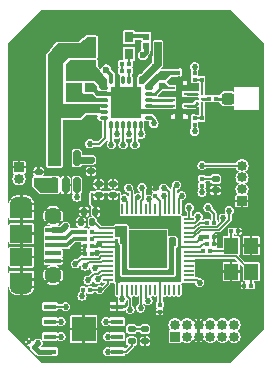
<source format=gtl>
G04 #@! TF.GenerationSoftware,KiCad,Pcbnew,8.0.3*
G04 #@! TF.CreationDate,2024-06-18T15:01:00-07:00*
G04 #@! TF.ProjectId,lora2040,6c6f7261-3230-4343-902e-6b696361645f,rev?*
G04 #@! TF.SameCoordinates,Original*
G04 #@! TF.FileFunction,Copper,L1,Top*
G04 #@! TF.FilePolarity,Positive*
%FSLAX46Y46*%
G04 Gerber Fmt 4.6, Leading zero omitted, Abs format (unit mm)*
G04 Created by KiCad (PCBNEW 8.0.3) date 2024-06-18 15:01:00*
%MOMM*%
%LPD*%
G01*
G04 APERTURE LIST*
G04 Aperture macros list*
%AMRoundRect*
0 Rectangle with rounded corners*
0 $1 Rounding radius*
0 $2 $3 $4 $5 $6 $7 $8 $9 X,Y pos of 4 corners*
0 Add a 4 corners polygon primitive as box body*
4,1,4,$2,$3,$4,$5,$6,$7,$8,$9,$2,$3,0*
0 Add four circle primitives for the rounded corners*
1,1,$1+$1,$2,$3*
1,1,$1+$1,$4,$5*
1,1,$1+$1,$6,$7*
1,1,$1+$1,$8,$9*
0 Add four rect primitives between the rounded corners*
20,1,$1+$1,$2,$3,$4,$5,0*
20,1,$1+$1,$4,$5,$6,$7,0*
20,1,$1+$1,$6,$7,$8,$9,0*
20,1,$1+$1,$8,$9,$2,$3,0*%
%AMRotRect*
0 Rectangle, with rotation*
0 The origin of the aperture is its center*
0 $1 length*
0 $2 width*
0 $3 Rotation angle, in degrees counterclockwise*
0 Add horizontal line*
21,1,$1,$2,0,0,$3*%
G04 Aperture macros list end*
G04 #@! TA.AperFunction,Conductor*
%ADD10C,0.000000*%
G04 #@! TD*
G04 #@! TA.AperFunction,SMDPad,CuDef*
%ADD11R,0.350000X0.350000*%
G04 #@! TD*
G04 #@! TA.AperFunction,SMDPad,CuDef*
%ADD12R,0.500000X0.250000*%
G04 #@! TD*
G04 #@! TA.AperFunction,SMDPad,CuDef*
%ADD13R,0.300000X0.600000*%
G04 #@! TD*
G04 #@! TA.AperFunction,SMDPad,CuDef*
%ADD14RoundRect,0.140000X-0.170000X0.140000X-0.170000X-0.140000X0.170000X-0.140000X0.170000X0.140000X0*%
G04 #@! TD*
G04 #@! TA.AperFunction,ComponentPad*
%ADD15R,0.850000X0.850000*%
G04 #@! TD*
G04 #@! TA.AperFunction,ComponentPad*
%ADD16O,0.850000X0.850000*%
G04 #@! TD*
G04 #@! TA.AperFunction,SMDPad,CuDef*
%ADD17R,0.550000X0.550000*%
G04 #@! TD*
G04 #@! TA.AperFunction,SMDPad,CuDef*
%ADD18RoundRect,0.140000X-0.140000X-0.170000X0.140000X-0.170000X0.140000X0.170000X-0.140000X0.170000X0*%
G04 #@! TD*
G04 #@! TA.AperFunction,SMDPad,CuDef*
%ADD19RoundRect,0.250000X-0.275000X-0.250000X0.275000X-0.250000X0.275000X0.250000X-0.275000X0.250000X0*%
G04 #@! TD*
G04 #@! TA.AperFunction,SMDPad,CuDef*
%ADD20RoundRect,0.250000X-0.850000X-0.275000X0.850000X-0.275000X0.850000X0.275000X-0.850000X0.275000X0*%
G04 #@! TD*
G04 #@! TA.AperFunction,SMDPad,CuDef*
%ADD21RoundRect,0.140000X0.170000X-0.140000X0.170000X0.140000X-0.170000X0.140000X-0.170000X-0.140000X0*%
G04 #@! TD*
G04 #@! TA.AperFunction,SMDPad,CuDef*
%ADD22RoundRect,0.062500X-0.062500X-0.062500X0.062500X-0.062500X0.062500X0.062500X-0.062500X0.062500X0*%
G04 #@! TD*
G04 #@! TA.AperFunction,SMDPad,CuDef*
%ADD23R,0.800000X0.900000*%
G04 #@! TD*
G04 #@! TA.AperFunction,SMDPad,CuDef*
%ADD24R,1.200000X1.400000*%
G04 #@! TD*
G04 #@! TA.AperFunction,SMDPad,CuDef*
%ADD25R,1.050000X0.450000*%
G04 #@! TD*
G04 #@! TA.AperFunction,SMDPad,CuDef*
%ADD26R,2.100000X2.100000*%
G04 #@! TD*
G04 #@! TA.AperFunction,SMDPad,CuDef*
%ADD27RoundRect,0.140000X0.140000X0.170000X-0.140000X0.170000X-0.140000X-0.170000X0.140000X-0.170000X0*%
G04 #@! TD*
G04 #@! TA.AperFunction,SMDPad,CuDef*
%ADD28R,1.300000X1.300000*%
G04 #@! TD*
G04 #@! TA.AperFunction,SMDPad,CuDef*
%ADD29RoundRect,0.135000X0.185000X-0.135000X0.185000X0.135000X-0.185000X0.135000X-0.185000X-0.135000X0*%
G04 #@! TD*
G04 #@! TA.AperFunction,SMDPad,CuDef*
%ADD30RoundRect,0.050000X0.050000X-0.387500X0.050000X0.387500X-0.050000X0.387500X-0.050000X-0.387500X0*%
G04 #@! TD*
G04 #@! TA.AperFunction,SMDPad,CuDef*
%ADD31RoundRect,0.050000X0.387500X-0.050000X0.387500X0.050000X-0.387500X0.050000X-0.387500X-0.050000X0*%
G04 #@! TD*
G04 #@! TA.AperFunction,HeatsinkPad*
%ADD32R,3.200000X3.200000*%
G04 #@! TD*
G04 #@! TA.AperFunction,SMDPad,CuDef*
%ADD33RotRect,0.350000X0.350000X315.000000*%
G04 #@! TD*
G04 #@! TA.AperFunction,SMDPad,CuDef*
%ADD34R,1.350000X0.400000*%
G04 #@! TD*
G04 #@! TA.AperFunction,ComponentPad*
%ADD35O,1.900000X1.200000*%
G04 #@! TD*
G04 #@! TA.AperFunction,SMDPad,CuDef*
%ADD36R,1.900000X1.200000*%
G04 #@! TD*
G04 #@! TA.AperFunction,ComponentPad*
%ADD37C,1.450000*%
G04 #@! TD*
G04 #@! TA.AperFunction,SMDPad,CuDef*
%ADD38R,1.900000X1.500000*%
G04 #@! TD*
G04 #@! TA.AperFunction,SMDPad,CuDef*
%ADD39O,0.300000X0.800000*%
G04 #@! TD*
G04 #@! TA.AperFunction,SMDPad,CuDef*
%ADD40O,0.800000X0.300000*%
G04 #@! TD*
G04 #@! TA.AperFunction,SMDPad,CuDef*
%ADD41RoundRect,0.060000X-1.140000X1.140000X-1.140000X-1.140000X1.140000X-1.140000X1.140000X1.140000X0*%
G04 #@! TD*
G04 #@! TA.AperFunction,SMDPad,CuDef*
%ADD42RoundRect,0.135000X-0.185000X0.135000X-0.185000X-0.135000X0.185000X-0.135000X0.185000X0.135000X0*%
G04 #@! TD*
G04 #@! TA.AperFunction,SMDPad,CuDef*
%ADD43RoundRect,0.150000X0.150000X-0.512500X0.150000X0.512500X-0.150000X0.512500X-0.150000X-0.512500X0*%
G04 #@! TD*
G04 #@! TA.AperFunction,SMDPad,CuDef*
%ADD44RoundRect,0.147500X0.172500X-0.147500X0.172500X0.147500X-0.172500X0.147500X-0.172500X-0.147500X0*%
G04 #@! TD*
G04 #@! TA.AperFunction,ViaPad*
%ADD45C,0.520000*%
G04 #@! TD*
G04 #@! TA.AperFunction,ViaPad*
%ADD46C,0.650000*%
G04 #@! TD*
G04 #@! TA.AperFunction,ViaPad*
%ADD47C,0.600000*%
G04 #@! TD*
G04 #@! TA.AperFunction,ViaPad*
%ADD48C,0.460000*%
G04 #@! TD*
G04 #@! TA.AperFunction,Conductor*
%ADD49C,0.200000*%
G04 #@! TD*
G04 #@! TA.AperFunction,Conductor*
%ADD50C,0.127000*%
G04 #@! TD*
G04 #@! TA.AperFunction,Conductor*
%ADD51C,0.300000*%
G04 #@! TD*
G04 #@! TA.AperFunction,Conductor*
%ADD52C,0.279400*%
G04 #@! TD*
G04 #@! TA.AperFunction,Conductor*
%ADD53C,0.450000*%
G04 #@! TD*
G04 #@! TA.AperFunction,Conductor*
%ADD54C,0.254000*%
G04 #@! TD*
G04 #@! TA.AperFunction,Conductor*
%ADD55C,0.240000*%
G04 #@! TD*
G04 #@! TA.AperFunction,Conductor*
%ADD56C,0.350000*%
G04 #@! TD*
G04 #@! TA.AperFunction,Conductor*
%ADD57C,0.150000*%
G04 #@! TD*
G04 #@! TA.AperFunction,Conductor*
%ADD58C,0.400000*%
G04 #@! TD*
G04 #@! TA.AperFunction,Conductor*
%ADD59C,0.250000*%
G04 #@! TD*
G04 #@! TA.AperFunction,Conductor*
%ADD60C,0.500000*%
G04 #@! TD*
G04 #@! TA.AperFunction,Conductor*
%ADD61C,0.560000*%
G04 #@! TD*
G04 APERTURE END LIST*
D10*
G04 #@! TA.AperFunction,Conductor*
G36*
X139299900Y-88627000D02*
G01*
X139449900Y-88777000D01*
X140224900Y-88777000D01*
X140574900Y-89127000D01*
X141424900Y-89127000D01*
X141499900Y-89202000D01*
X141499900Y-89402000D01*
X141424900Y-89477000D01*
X137949900Y-89477000D01*
X137949900Y-87902000D01*
X139299900Y-87902000D01*
X139299900Y-88627000D01*
G37*
G04 #@! TD.AperFunction*
G04 #@! TA.AperFunction,Conductor*
G36*
X149924900Y-88877000D02*
G01*
X149724900Y-88877000D01*
X149724900Y-88502000D01*
X149924900Y-88502000D01*
X149924900Y-88877000D01*
G37*
G04 #@! TD.AperFunction*
G04 #@! TA.AperFunction,Conductor*
G36*
X147049900Y-86377000D02*
G01*
X146649900Y-86377000D01*
X146649900Y-86027000D01*
X147049900Y-86027000D01*
X147049900Y-86377000D01*
G37*
G04 #@! TD.AperFunction*
G04 #@! TA.AperFunction,Conductor*
G36*
X145699900Y-90852000D02*
G01*
X145149900Y-90302000D01*
X145699900Y-90302000D01*
X145699900Y-90852000D01*
G37*
G04 #@! TD.AperFunction*
G04 #@! TA.AperFunction,Conductor*
G36*
X140999900Y-92377000D02*
G01*
X140824900Y-92552000D01*
X140499900Y-92552000D01*
X140499900Y-91102000D01*
X140999900Y-91102000D01*
X140999900Y-92377000D01*
G37*
G04 #@! TD.AperFunction*
G04 #@! TA.AperFunction,Conductor*
G36*
X149874900Y-89902000D02*
G01*
X149724900Y-89902000D01*
X149724900Y-89527000D01*
X149874900Y-89527000D01*
X149874900Y-89902000D01*
G37*
G04 #@! TD.AperFunction*
G04 #@! TA.AperFunction,Conductor*
G36*
X141949900Y-89102000D02*
G01*
X141874890Y-89102000D01*
X141724900Y-88952000D01*
X141724900Y-88652000D01*
X141874890Y-88502000D01*
X141949900Y-88502000D01*
X141949900Y-89102000D01*
G37*
G04 #@! TD.AperFunction*
G04 #@! TA.AperFunction,Conductor*
G36*
X146724890Y-86277000D02*
G01*
X148099900Y-86277000D01*
X148099900Y-86652000D01*
X146200690Y-86651990D01*
X146200700Y-84252000D01*
X146724900Y-84252000D01*
X146724890Y-86277000D01*
G37*
G04 #@! TD.AperFunction*
G04 #@! TA.AperFunction,Conductor*
G36*
X145874900Y-90502000D02*
G01*
X143949900Y-90502000D01*
X143949900Y-90102000D01*
X145874900Y-90102000D01*
X145874900Y-90502000D01*
G37*
G04 #@! TD.AperFunction*
G04 #@! TA.AperFunction,Conductor*
G36*
X140599890Y-88177000D02*
G01*
X140599900Y-88427000D01*
X140774900Y-88602000D01*
X142149900Y-88602000D01*
X142149900Y-88977000D01*
X140649900Y-88977000D01*
X140299900Y-88627000D01*
X139549900Y-88627000D01*
X139549900Y-87902000D01*
X140324900Y-87902000D01*
X140599890Y-88177000D01*
G37*
G04 #@! TD.AperFunction*
G04 #@! TA.AperFunction,Conductor*
G36*
X144324900Y-90127000D02*
G01*
X144324900Y-90477000D01*
X144199900Y-90602000D01*
X143895900Y-90602000D01*
X143895900Y-90002000D01*
X144199900Y-90002000D01*
X144324900Y-90127000D01*
G37*
G04 #@! TD.AperFunction*
G04 #@! TA.AperFunction,Conductor*
G36*
X146349910Y-87877000D02*
G01*
X146799890Y-88326990D01*
X146799900Y-88427000D01*
X145999900Y-88427010D01*
X145999890Y-87876970D01*
X146349910Y-87877000D01*
G37*
G04 #@! TD.AperFunction*
G04 #@! TA.AperFunction,Conductor*
G36*
X142099900Y-87188109D02*
G01*
X142499900Y-87188109D01*
X142499900Y-88433000D01*
X142099900Y-88433000D01*
X142099900Y-87188109D01*
G37*
G04 #@! TD.AperFunction*
G04 #@! TA.AperFunction,Conductor*
G36*
X144124900Y-88402000D02*
G01*
X144124900Y-88452000D01*
X143524900Y-88452000D01*
X143524900Y-88402000D01*
X143649900Y-88277000D01*
X143999900Y-88277000D01*
X144124900Y-88402000D01*
G37*
G04 #@! TD.AperFunction*
G04 #@! TA.AperFunction,Conductor*
G36*
X140599900Y-90917000D02*
G01*
X140564900Y-90952000D01*
X139649890Y-90952000D01*
X139574900Y-91027020D01*
X139574900Y-91352000D01*
X138887890Y-91352010D01*
X139637890Y-90602000D01*
X140599900Y-90601980D01*
X140599900Y-90917000D01*
G37*
G04 #@! TD.AperFunction*
G04 #@! TA.AperFunction,Conductor*
G36*
X144449890Y-86711990D02*
G01*
X144449900Y-86926990D01*
X144289900Y-87086990D01*
X144164910Y-87087000D01*
X143999890Y-87252010D01*
X143999940Y-88652000D01*
X143649890Y-88652000D01*
X143649900Y-87302000D01*
X143949890Y-87002000D01*
X143949900Y-86711990D01*
X144074900Y-86586990D01*
X144324900Y-86586990D01*
X144449890Y-86711990D01*
G37*
G04 #@! TD.AperFunction*
G04 #@! TA.AperFunction,Conductor*
G36*
X147599900Y-87227000D02*
G01*
X146799900Y-87227000D01*
X146374900Y-87652000D01*
X145824890Y-87652000D01*
X145324900Y-88151990D01*
X145324900Y-88302000D01*
X144624900Y-88302000D01*
X144624900Y-88177000D01*
X144649900Y-88152000D01*
X144649890Y-88077010D01*
X145649900Y-87077000D01*
X145649910Y-87077000D01*
X145899910Y-86827000D01*
X146574900Y-86827000D01*
X147599900Y-86827000D01*
X147599900Y-87227000D01*
G37*
G04 #@! TD.AperFunction*
G04 #@! TA.AperFunction,Conductor*
G36*
X140478895Y-86476997D02*
G01*
X141399890Y-87652000D01*
X141399900Y-88302000D01*
X140749900Y-88302000D01*
X140749900Y-88052000D01*
X140399897Y-87702000D01*
X137949910Y-87702000D01*
X137949880Y-86252010D01*
X138274900Y-85927000D01*
X140478890Y-85927000D01*
X140478895Y-86476997D01*
G37*
G04 #@! TD.AperFunction*
G04 #@! TA.AperFunction,Conductor*
G36*
X149174890Y-89327000D02*
G01*
X148859900Y-89327000D01*
X148724870Y-89461960D01*
X148724910Y-89527000D01*
X148449900Y-89526970D01*
X148449900Y-89077010D01*
X149174900Y-89077000D01*
X149174890Y-89327000D01*
G37*
G04 #@! TD.AperFunction*
G04 #@! TA.AperFunction,Conductor*
G36*
X146050710Y-86376980D02*
G01*
X144449890Y-87927000D01*
X144149890Y-87927000D01*
X144149900Y-87452000D01*
X145440400Y-86156800D01*
X145440400Y-84429600D01*
X146050000Y-84429600D01*
X146050710Y-86376980D01*
G37*
G04 #@! TD.AperFunction*
G04 #@! TA.AperFunction,Conductor*
G36*
X147399900Y-90252000D02*
G01*
X145249900Y-90252000D01*
X145249900Y-90152000D01*
X145324900Y-90077000D01*
X147399900Y-90077000D01*
X147399900Y-90252000D01*
G37*
G04 #@! TD.AperFunction*
D11*
X148849900Y-87002000D03*
X148849900Y-87602000D03*
X145912000Y-107247490D03*
X145912000Y-106647500D03*
D12*
X146899900Y-88302000D03*
X146899900Y-88802000D03*
X146899900Y-89302000D03*
X146899900Y-89802000D03*
D13*
X147549900Y-90127000D03*
D12*
X148199900Y-89802000D03*
X148199900Y-89302000D03*
X148199900Y-88802000D03*
X148199900Y-88302000D03*
D13*
X147549900Y-87977000D03*
D11*
X145516600Y-96855000D03*
X145516600Y-97454990D03*
D14*
X140724000Y-96416500D03*
X140724000Y-97376500D03*
D15*
X133985000Y-94996000D03*
D16*
X133985000Y-95996000D03*
D11*
X140008000Y-105410000D03*
X139408000Y-105410000D03*
X146824900Y-86452000D03*
X146824900Y-87051990D03*
D17*
X144754600Y-83947000D03*
X144754600Y-84747000D03*
D18*
X139228000Y-99662500D03*
X140188000Y-99662500D03*
D19*
X151667900Y-89202000D03*
D20*
X153192900Y-87727000D03*
X153192900Y-90677000D03*
D21*
X140081000Y-95349000D03*
X140081000Y-94389000D03*
D14*
X141935200Y-96421000D03*
X141935200Y-97381000D03*
D11*
X150674900Y-89202000D03*
X150074910Y-89202000D03*
D22*
X149049900Y-88802000D03*
X149049900Y-89202000D03*
X149049900Y-89602000D03*
X149449900Y-89602000D03*
X149449900Y-89202000D03*
X149449900Y-88802000D03*
D11*
X144124000Y-83882000D03*
X144124000Y-84481990D03*
X149449900Y-87002000D03*
X149449900Y-87601990D03*
X140024900Y-90177000D03*
X140024900Y-90776990D03*
D23*
X142198000Y-84009000D03*
X142198000Y-85409000D03*
X143298000Y-85409000D03*
X143298000Y-84009000D03*
D11*
X149449900Y-91452000D03*
X149449900Y-90852010D03*
X150503000Y-101491500D03*
X149903010Y-101491500D03*
D24*
X153639000Y-103841000D03*
X153639000Y-101641000D03*
X151939000Y-101641000D03*
X151939000Y-103841000D03*
D17*
X139899900Y-88282000D03*
X139899900Y-87482000D03*
D25*
X142296000Y-110617000D03*
X142296000Y-109347000D03*
X142296000Y-108077000D03*
X142296000Y-106807000D03*
X136596000Y-106807000D03*
X136596000Y-108077000D03*
X136596000Y-109347000D03*
X136596000Y-110617000D03*
D26*
X139446000Y-108712000D03*
D18*
X139482000Y-98773500D03*
X140442000Y-98773500D03*
D14*
X135636000Y-95405000D03*
X135636000Y-96365000D03*
D15*
X147193000Y-109347000D03*
D16*
X147193000Y-108347000D03*
X148193000Y-109347000D03*
X148193000Y-108347000D03*
X149193000Y-109347000D03*
X149193000Y-108347000D03*
X150193000Y-109347000D03*
X150193000Y-108347000D03*
X151193000Y-109347000D03*
X151193000Y-108347000D03*
X152193000Y-109347000D03*
X152193000Y-108347000D03*
D15*
X152857200Y-97869000D03*
D16*
X152857200Y-96869000D03*
X152857200Y-95869000D03*
X152857200Y-94869000D03*
D17*
X146124900Y-87352000D03*
X146124900Y-88152000D03*
D11*
X149479000Y-96575500D03*
X149479000Y-95975500D03*
X142702000Y-86868000D03*
X143302000Y-86868000D03*
D27*
X138021000Y-92837000D03*
X137061000Y-92837000D03*
D11*
X152538990Y-100424500D03*
X151939000Y-100424500D03*
X139535000Y-101057000D03*
X140135000Y-101057000D03*
D17*
X145650000Y-85979000D03*
X146450000Y-85979000D03*
D11*
X139535000Y-101657000D03*
X140134990Y-101657000D03*
X148849900Y-90852000D03*
X148849900Y-91452000D03*
X149903000Y-99695000D03*
X150503000Y-99695000D03*
X142702000Y-86268000D03*
X143301990Y-86268000D03*
X147424900Y-86452000D03*
X147424900Y-87051990D03*
D28*
X138624900Y-88602000D03*
X138624900Y-87002000D03*
D11*
X150503000Y-100891500D03*
X149903010Y-100891500D03*
X153039010Y-105056500D03*
X153639000Y-105056500D03*
D29*
X144653000Y-109728000D03*
X144653000Y-108708000D03*
D11*
X150168000Y-102091500D03*
X149568000Y-102091500D03*
X139535000Y-100457000D03*
X140135000Y-100457000D03*
D18*
X135692000Y-90678000D03*
X136652000Y-90678000D03*
D30*
X142312000Y-105394500D03*
X142712000Y-105394500D03*
X143112000Y-105394500D03*
X143512000Y-105394500D03*
X143912000Y-105394500D03*
X144312000Y-105394500D03*
X144712000Y-105394500D03*
X145112000Y-105394500D03*
X145512000Y-105394500D03*
X145912000Y-105394500D03*
X146312000Y-105394500D03*
X146712000Y-105394500D03*
X147112000Y-105394500D03*
X147512000Y-105394500D03*
D31*
X148349500Y-104557000D03*
X148349500Y-104157000D03*
X148349500Y-103757000D03*
X148349500Y-103357000D03*
X148349500Y-102957000D03*
X148349500Y-102557000D03*
X148349500Y-102157000D03*
X148349500Y-101757000D03*
X148349500Y-101357000D03*
X148349500Y-100957000D03*
X148349500Y-100557000D03*
X148349500Y-100157000D03*
X148349500Y-99757000D03*
X148349500Y-99357000D03*
D30*
X147512000Y-98519500D03*
X147112000Y-98519500D03*
X146712000Y-98519500D03*
X146312000Y-98519500D03*
X145912000Y-98519500D03*
X145512000Y-98519500D03*
X145112000Y-98519500D03*
X144712000Y-98519500D03*
X144312000Y-98519500D03*
X143912000Y-98519500D03*
X143512000Y-98519500D03*
X143112000Y-98519500D03*
X142712000Y-98519500D03*
X142312000Y-98519500D03*
D31*
X141474500Y-99357000D03*
X141474500Y-99757000D03*
X141474500Y-100157000D03*
X141474500Y-100557000D03*
X141474500Y-100957000D03*
X141474500Y-101357000D03*
X141474500Y-101757000D03*
X141474500Y-102157000D03*
X141474500Y-102557000D03*
X141474500Y-102957000D03*
X141474500Y-103357000D03*
X141474500Y-103757000D03*
X141474500Y-104157000D03*
X141474500Y-104557000D03*
D32*
X144912000Y-101957000D03*
D33*
X134830743Y-109811743D03*
X135255000Y-110236000D03*
D34*
X136880600Y-100330000D03*
X136880600Y-100980000D03*
X136880600Y-101630000D03*
X136880600Y-102280000D03*
X136880600Y-102930000D03*
D35*
X134180600Y-98130000D03*
D36*
X134180600Y-98730000D03*
D37*
X136880600Y-99130000D03*
D38*
X134180600Y-100630000D03*
X134180600Y-102630000D03*
D37*
X136880600Y-104130000D03*
D36*
X134180600Y-104530000D03*
D35*
X134180600Y-105130000D03*
D39*
X144299900Y-87652000D03*
X143799900Y-87652000D03*
X143299900Y-87652000D03*
X142799900Y-87652000D03*
X142299900Y-87652000D03*
X141799900Y-87652000D03*
D40*
X141149900Y-88302000D03*
X141149900Y-88802000D03*
X141149900Y-89302000D03*
X141149900Y-89802000D03*
X141149900Y-90302000D03*
X141149900Y-90802000D03*
D39*
X141799900Y-91452000D03*
X142299900Y-91452000D03*
X142799900Y-91452000D03*
X143299900Y-91452000D03*
X143799900Y-91452000D03*
X144299900Y-91452000D03*
D40*
X144949900Y-90802000D03*
X144949900Y-90302000D03*
X144949900Y-89802000D03*
X144949900Y-89302000D03*
X144949900Y-88802000D03*
X144949900Y-88302000D03*
D41*
X143049900Y-89552000D03*
D42*
X143510000Y-108708000D03*
X143510000Y-109728000D03*
D11*
X139535000Y-102329500D03*
X140134990Y-102329500D03*
D43*
X136972000Y-96514500D03*
X137922000Y-96514500D03*
X138872000Y-96514500D03*
X138872000Y-94239500D03*
X136972000Y-94239500D03*
D44*
X150622000Y-96968500D03*
X150622000Y-95998500D03*
D45*
X145624900Y-82169000D03*
D46*
X146187000Y-101957000D03*
D45*
X150899900Y-86952000D03*
X138811000Y-84074000D03*
X145574900Y-83527000D03*
X150571200Y-92633800D03*
X139199900Y-91277000D03*
X143349900Y-88652000D03*
X142149900Y-89852000D03*
X141351000Y-83185000D03*
X138665217Y-92932866D03*
X135890000Y-83820000D03*
X149999900Y-88602000D03*
D46*
X144912000Y-103232000D03*
D45*
X140724900Y-92302000D03*
X150774900Y-88602000D03*
X147474900Y-93902000D03*
D47*
X135694600Y-100330000D03*
D48*
X148624900Y-88302000D03*
D45*
X147324900Y-84502000D03*
X135763000Y-94488000D03*
X149374900Y-85602000D03*
X142749900Y-89252000D03*
D47*
X138201400Y-102235000D03*
D45*
X154051000Y-100457000D03*
X146699900Y-82169000D03*
X140798239Y-95678501D03*
X141935200Y-95758000D03*
X148615400Y-94157800D03*
X138988800Y-102329500D03*
X153162000Y-83566000D03*
X141224000Y-85471000D03*
X150952200Y-100891500D03*
X135824900Y-88392000D03*
X151774900Y-91427000D03*
X154101800Y-86868000D03*
X134874000Y-88950800D03*
X143949900Y-89252000D03*
X136906000Y-82927000D03*
D48*
X147549900Y-90552000D03*
D45*
X153670000Y-92377000D03*
X149524900Y-86427000D03*
X142749900Y-88652000D03*
X138324900Y-82804000D03*
X140817600Y-94767400D03*
X153898600Y-105918000D03*
X153162000Y-84877000D03*
D46*
X146177000Y-100682000D03*
D45*
X152400000Y-86868000D03*
D46*
X143764000Y-103232000D03*
D45*
X146507200Y-85302000D03*
X148349900Y-85877000D03*
X152654000Y-92377000D03*
X139446000Y-83312000D03*
X146608800Y-91440000D03*
X150774900Y-89802000D03*
X139446000Y-108712000D03*
X142749900Y-90452000D03*
X149245250Y-103103750D03*
X154178000Y-91694000D03*
X147701000Y-85217000D03*
X140724900Y-91427000D03*
X152450800Y-93446600D03*
X152501600Y-105054400D03*
X134874000Y-90678000D03*
X150952200Y-101491500D03*
X151674900Y-86302000D03*
X143637000Y-82169000D03*
X145531984Y-90335288D03*
X150774900Y-91477000D03*
X133705600Y-89585800D03*
X151206200Y-93446600D03*
X148590000Y-82804000D03*
X148274900Y-91177000D03*
X148049900Y-92152000D03*
X146974900Y-85752000D03*
X153162000Y-86302000D03*
X152654000Y-99568000D03*
D46*
X143764000Y-101981000D03*
D48*
X148291298Y-87476146D03*
D45*
X153076400Y-100426600D03*
X135824900Y-87096600D03*
X153670000Y-99568000D03*
X139228000Y-99662500D03*
X148124900Y-86952000D03*
X147904010Y-86431741D03*
X146499900Y-83527000D03*
D48*
X146927212Y-87796383D03*
D45*
X135824900Y-89535000D03*
X142149900Y-88652000D03*
X146197723Y-90328472D03*
X144082923Y-84898736D03*
D48*
X148199900Y-90299773D03*
D45*
X137160000Y-83820000D03*
X149961600Y-91452000D03*
X142149900Y-90452000D03*
D48*
X147549360Y-87584165D03*
D45*
X146056471Y-90991939D03*
X138760200Y-109347000D03*
X153593800Y-93446600D03*
D46*
X144912000Y-101957000D03*
D45*
X139482000Y-98773500D03*
X150349900Y-94277000D03*
X149529800Y-92002000D03*
X147431193Y-86031190D03*
X143949900Y-89852000D03*
X143349900Y-90452000D03*
D46*
X146187000Y-103232000D03*
D45*
X147449900Y-83527000D03*
X144145000Y-83185000D03*
X150049900Y-90577000D03*
X142624900Y-82169000D03*
X141401800Y-106807000D03*
D48*
X147549900Y-89427000D03*
D45*
X150049900Y-87827000D03*
D47*
X135890000Y-97688400D03*
D45*
X134874000Y-86537800D03*
X146459777Y-86409588D03*
X145469381Y-96393000D03*
X140081000Y-109347000D03*
D47*
X135694600Y-101346000D03*
D45*
X135763000Y-91948000D03*
X144599900Y-82169000D03*
X150524900Y-83527000D03*
X134366000Y-109474000D03*
X151949900Y-82252000D03*
X142049341Y-86105860D03*
X144199900Y-86827000D03*
X151099900Y-87802000D03*
D46*
X144912000Y-100682000D03*
D45*
X142749900Y-89852000D03*
X136249900Y-84952000D03*
X143949900Y-90452000D03*
X143949900Y-88652000D03*
D48*
X147524900Y-88702000D03*
D45*
X148349900Y-84777000D03*
X133705600Y-91414600D03*
X153192900Y-91694000D03*
X148615400Y-95402400D03*
X141224000Y-84201000D03*
X139699900Y-92302000D03*
X134874000Y-92456000D03*
X151815800Y-90477000D03*
X146999900Y-92227000D03*
X150899900Y-90502000D03*
D47*
X134670800Y-96951800D03*
D45*
X135824900Y-86002000D03*
X149349900Y-84677000D03*
X151674900Y-84877000D03*
D48*
X146899900Y-90299170D03*
D45*
X135128000Y-84963000D03*
X138150600Y-93624400D03*
X139149900Y-82169000D03*
X140374900Y-82169000D03*
X150449900Y-84802000D03*
X140024900Y-91252000D03*
X140081000Y-108077000D03*
X150474900Y-86077000D03*
X142149900Y-89252000D03*
X140335000Y-83185000D03*
X150574900Y-82327000D03*
X151836423Y-87790470D03*
D46*
X143764000Y-100682000D03*
D45*
X149349900Y-83577000D03*
X149349900Y-93102000D03*
X151699900Y-92377000D03*
X146524900Y-93202000D03*
X151384000Y-105079800D03*
X147474900Y-91252000D03*
X136144000Y-82296000D03*
D48*
X148945600Y-90297000D03*
D45*
X151774900Y-83502000D03*
X141599900Y-82169000D03*
X134874000Y-87680800D03*
X140335000Y-88366600D03*
D47*
X136906000Y-95402400D03*
D45*
X138430000Y-91277000D03*
X138988800Y-101650800D03*
X148349900Y-93027000D03*
X145899900Y-92152000D03*
X149999900Y-89802000D03*
X149349900Y-82169000D03*
X140970000Y-93726000D03*
D48*
X146424900Y-88802000D03*
D45*
X140081000Y-110286800D03*
X150622000Y-104394000D03*
X145912000Y-107736490D03*
X137549900Y-82169000D03*
D48*
X148596068Y-89302977D03*
D45*
X135001000Y-93599000D03*
X142240000Y-83185000D03*
X142240000Y-84709000D03*
X149949900Y-87002000D03*
X135763000Y-93218000D03*
X147749900Y-82169000D03*
X143349900Y-89252000D03*
X143349900Y-89852000D03*
X152552400Y-106654600D03*
X146507200Y-84378800D03*
X148082000Y-83947000D03*
X150622000Y-103124000D03*
X138023600Y-110286800D03*
X149402800Y-100965000D03*
X140589000Y-102285800D03*
D47*
X142812000Y-101257000D03*
X146964400Y-101357030D03*
D45*
X141224000Y-98044000D03*
D47*
X140081000Y-85394800D03*
D45*
X140716000Y-101473000D03*
X149987000Y-98425000D03*
X142367000Y-104521000D03*
D47*
X145745200Y-84734400D03*
D45*
X142367000Y-99441000D03*
D47*
X145745200Y-85394800D03*
D45*
X137287000Y-91948000D03*
X135600775Y-109890225D03*
X139319000Y-105918000D03*
X146939000Y-100457000D03*
X136652000Y-91948000D03*
D47*
X139547600Y-84886800D03*
D45*
X149479000Y-94869000D03*
X140589000Y-98044000D03*
D47*
X140106400Y-84378800D03*
X145465800Y-86537800D03*
D45*
X140817600Y-105384600D03*
X141478000Y-110617000D03*
X149279381Y-104775000D03*
X148849900Y-91952000D03*
X139974900Y-93027000D03*
X148849900Y-86502000D03*
X139827000Y-104571800D03*
X141351000Y-108077000D03*
X137541000Y-109347000D03*
X138747500Y-103187500D03*
D47*
X141351000Y-86741000D03*
X144476770Y-85519894D03*
D45*
X142299900Y-92202000D03*
X146231381Y-97459800D03*
X142799900Y-93091000D03*
X146231381Y-96774000D03*
X141799900Y-93091000D03*
X144399000Y-96748600D03*
X137541000Y-108077000D03*
X139581000Y-103378000D03*
X141478000Y-109347000D03*
X140639800Y-104495658D03*
X140389381Y-103531500D03*
X137922000Y-106807000D03*
X143383000Y-107061000D03*
X142714283Y-106165713D03*
X144272000Y-106934000D03*
X147320000Y-96520000D03*
X143801630Y-93091000D03*
X144907000Y-106299000D03*
X143299900Y-92202000D03*
X149152381Y-99187000D03*
X144299900Y-92202000D03*
X147755381Y-97409000D03*
X148390381Y-98425000D03*
X145399900Y-91302000D03*
X136271000Y-96139000D03*
X138872000Y-97536000D03*
X137922000Y-99999800D03*
X136271000Y-96774000D03*
X143256000Y-96774000D03*
D48*
X144018000Y-97536000D03*
D45*
X142875000Y-97663000D03*
X151773000Y-98679000D03*
X151265000Y-99314000D03*
X144957800Y-97739200D03*
X149479000Y-97118500D03*
D49*
X139573000Y-99212400D02*
X139674600Y-99314000D01*
X141935200Y-96421000D02*
X141935200Y-95758000D01*
X145231200Y-83870700D02*
X145231200Y-85451600D01*
X152538990Y-100424500D02*
X153074300Y-100424500D01*
X139344400Y-99212400D02*
X139306300Y-99250500D01*
X138995000Y-101657000D02*
X139535000Y-101657000D01*
X139482000Y-99074800D02*
X139482000Y-98773500D01*
D50*
X145788881Y-96806519D02*
X145788881Y-96577919D01*
D49*
X150622000Y-100584000D02*
X150749000Y-100584000D01*
X150503000Y-100703000D02*
X150622000Y-100584000D01*
X139204700Y-99250500D02*
X139065000Y-99110800D01*
X150503000Y-101491500D02*
X150952200Y-101491500D01*
X148742400Y-109797600D02*
X149193000Y-109347000D01*
X153039010Y-105056500D02*
X152503700Y-105056500D01*
X152503700Y-105056500D02*
X152501600Y-105054400D01*
X145469381Y-96393000D02*
X145516600Y-96440219D01*
X138988800Y-101650800D02*
X138995000Y-101657000D01*
X139228000Y-99662500D02*
X139228000Y-99328800D01*
X145516600Y-96440219D02*
X145516600Y-96855000D01*
D50*
X145740400Y-96855000D02*
X145788881Y-96806519D01*
D49*
X149245250Y-103103750D02*
X149098500Y-102957000D01*
X140724000Y-96416500D02*
X140724000Y-95752740D01*
D51*
X142299900Y-88701990D02*
X142299900Y-88702000D01*
D49*
X149193000Y-109347000D02*
X149643600Y-109797600D01*
X139344400Y-99212400D02*
X139482000Y-99074800D01*
D50*
X145516600Y-96855000D02*
X145740400Y-96855000D01*
D49*
X149098500Y-102957000D02*
X148349500Y-102957000D01*
D50*
X145788881Y-96577919D02*
X145846800Y-96520000D01*
D49*
X139535000Y-102329500D02*
X138988800Y-102329500D01*
X140724000Y-95752740D02*
X140798239Y-95678501D01*
X139344400Y-99212400D02*
X139573000Y-99212400D01*
X149193000Y-108347000D02*
X148742400Y-107896400D01*
X150503000Y-100891500D02*
X150503000Y-100703000D01*
X145574900Y-83527000D02*
X145231200Y-83870700D01*
X142299900Y-88339500D02*
X142274900Y-88364500D01*
X139306300Y-99250500D02*
X139204700Y-99250500D01*
X145231200Y-85451600D02*
X145211800Y-85471000D01*
X145912000Y-107247490D02*
X145912000Y-107736490D01*
X139228000Y-99328800D02*
X139344400Y-99212400D01*
X149643600Y-107896400D02*
X149193000Y-108347000D01*
X150503000Y-100891500D02*
X150952200Y-100891500D01*
X148349500Y-102557000D02*
X152355000Y-102557000D01*
X152355000Y-102557000D02*
X153639000Y-103841000D01*
X153639000Y-105123500D02*
X153639000Y-103841000D01*
X141474500Y-100157000D02*
X142446500Y-100157000D01*
D52*
X140589000Y-102285800D02*
X140563600Y-102311200D01*
D49*
X140589000Y-102285800D02*
X140717800Y-102157000D01*
D51*
X149476300Y-100891500D02*
X149903010Y-100891500D01*
X149402800Y-100965000D02*
X149476300Y-100891500D01*
D49*
X140717800Y-102157000D02*
X141474500Y-102157000D01*
X149402800Y-100965000D02*
X149010800Y-101357000D01*
X140809500Y-100157000D02*
X140315000Y-99662500D01*
D52*
X140563600Y-102311200D02*
X140153290Y-102311200D01*
D49*
X140315000Y-99662500D02*
X140188000Y-99662500D01*
X141474500Y-100157000D02*
X140809500Y-100157000D01*
D52*
X140153290Y-102311200D02*
X140134990Y-102329500D01*
D49*
X149010800Y-101357000D02*
X148349500Y-101357000D01*
X141000000Y-101757000D02*
X140716000Y-101473000D01*
X141474500Y-101757000D02*
X142204500Y-101757000D01*
X149262510Y-101757000D02*
X149528010Y-101491500D01*
X149479000Y-94869000D02*
X152857200Y-94869000D01*
X145516600Y-97454990D02*
X145912000Y-97850390D01*
D53*
X136596000Y-110617000D02*
X135636000Y-110617000D01*
D49*
X145912000Y-106647500D02*
X145912000Y-105394500D01*
X141474500Y-101757000D02*
X141000000Y-101757000D01*
X149528010Y-101491500D02*
X149903010Y-101491500D01*
X145912000Y-97850390D02*
X145912000Y-98519500D01*
X139408000Y-105829000D02*
X139319000Y-105918000D01*
X139408000Y-105410000D02*
X139408000Y-105829000D01*
X145912000Y-105394500D02*
X145912000Y-104634500D01*
X140832000Y-101357000D02*
X140716000Y-101473000D01*
D53*
X135636000Y-110617000D02*
X135255000Y-110236000D01*
D49*
X145912000Y-98519500D02*
X145912000Y-99389500D01*
X148349500Y-101757000D02*
X149262510Y-101757000D01*
X150503000Y-98941000D02*
X150503000Y-99695000D01*
X147646500Y-101757000D02*
X147582000Y-101821500D01*
D54*
X140134990Y-101657000D02*
X140532000Y-101657000D01*
D49*
X141474500Y-101357000D02*
X142240000Y-101357000D01*
X142312000Y-105394500D02*
X142312000Y-104678500D01*
D53*
X135255000Y-110236000D02*
X135600775Y-109890225D01*
D49*
X141474500Y-101357000D02*
X140832000Y-101357000D01*
D54*
X140532000Y-101657000D02*
X140716000Y-101473000D01*
D49*
X149987000Y-98425000D02*
X150503000Y-98941000D01*
X148349500Y-101757000D02*
X147646500Y-101757000D01*
D55*
X150674900Y-89202000D02*
X151667900Y-89202000D01*
D56*
X139535000Y-101057000D02*
X138642800Y-101057000D01*
X138069800Y-101630000D02*
X137076000Y-101630000D01*
X138642800Y-101057000D02*
X138069800Y-101630000D01*
D49*
X148349500Y-102157000D02*
X149614000Y-102157000D01*
D56*
X138455400Y-100457000D02*
X137932400Y-100980000D01*
X139535000Y-100457000D02*
X138455400Y-100457000D01*
X137932400Y-100980000D02*
X137076000Y-100980000D01*
D57*
X140970900Y-105384600D02*
X141474500Y-104881000D01*
X143510000Y-110109000D02*
X143510000Y-109728000D01*
X140817600Y-105384600D02*
X140033400Y-105384600D01*
X140817600Y-105384600D02*
X140970900Y-105384600D01*
X142296000Y-110617000D02*
X141478000Y-110617000D01*
X143002000Y-110617000D02*
X143510000Y-110109000D01*
X140033400Y-105384600D02*
X140008000Y-105410000D01*
X141474500Y-104881000D02*
X141474500Y-104557000D01*
X142296000Y-110617000D02*
X143002000Y-110617000D01*
D49*
X148849900Y-91952000D02*
X148849900Y-91452000D01*
X149061381Y-104557000D02*
X149279381Y-104775000D01*
X148349500Y-104557000D02*
X149061381Y-104557000D01*
X139974900Y-93027000D02*
X140774900Y-93027000D01*
X140774900Y-93027000D02*
X141249900Y-92552000D01*
X148849900Y-87002000D02*
X148849900Y-86502000D01*
X141249900Y-90902000D02*
X141287400Y-90864500D01*
X141249900Y-92552000D02*
X141249900Y-90902000D01*
D57*
X140360400Y-104038400D02*
X140658100Y-104038400D01*
X140939500Y-103757000D02*
X141474500Y-103757000D01*
X139827000Y-104571800D02*
X140360400Y-104038400D01*
X140658100Y-104038400D02*
X140939500Y-103757000D01*
X142296000Y-108077000D02*
X141351000Y-108077000D01*
X138794698Y-103187500D02*
X139223698Y-102758500D01*
X140962667Y-102557000D02*
X141474500Y-102557000D01*
X139223698Y-102758500D02*
X140761167Y-102758500D01*
X136596000Y-109347000D02*
X137541000Y-109347000D01*
X140761167Y-102758500D02*
X140962667Y-102557000D01*
X138747500Y-103187500D02*
X138794698Y-103187500D01*
D56*
X141351000Y-86741000D02*
X141799900Y-87189900D01*
D58*
X144754600Y-85242064D02*
X144754600Y-84747000D01*
X144476770Y-85519894D02*
X144754600Y-85242064D01*
D56*
X141799900Y-87189900D02*
X141799900Y-87652000D01*
D49*
X142299900Y-92277000D02*
X142299900Y-91452000D01*
X146312000Y-97540419D02*
X146312000Y-98519500D01*
X146231381Y-97459800D02*
X146312000Y-97540419D01*
X142799900Y-93091000D02*
X142799900Y-91452000D01*
X146712000Y-97105800D02*
X146712000Y-98519500D01*
X146231381Y-96774000D02*
X146380200Y-96774000D01*
X146380200Y-96774000D02*
X146712000Y-97105800D01*
X144399000Y-96748600D02*
X144472000Y-96821600D01*
X144312000Y-97884053D02*
X144312000Y-98519500D01*
X141799900Y-93091000D02*
X141799900Y-91452000D01*
X144472000Y-96821600D02*
X144472000Y-97724053D01*
X144472000Y-97724053D02*
X144312000Y-97884053D01*
X151939000Y-100424500D02*
X151939000Y-101641000D01*
X151939000Y-101641000D02*
X151488500Y-102091500D01*
X151488500Y-102091500D02*
X150168000Y-102091500D01*
D55*
X149449900Y-89202000D02*
X150074900Y-89202000D01*
D49*
X148849900Y-90852000D02*
X148849900Y-90852000D01*
X148849900Y-90852000D02*
X149449900Y-90852000D01*
X149449900Y-90852000D02*
X149449900Y-89602000D01*
X149449900Y-88802000D02*
X149449900Y-87602000D01*
X149449900Y-87602000D02*
X148849900Y-87602000D01*
D59*
X145474900Y-88802000D02*
X146124900Y-88152000D01*
X146124900Y-88152000D02*
X146124900Y-88152000D01*
X144949900Y-88802000D02*
X144949900Y-88802000D01*
X144949900Y-88802000D02*
X144949900Y-88802000D01*
X144949900Y-88802000D02*
X144949900Y-88802000D01*
X144949900Y-88802000D02*
X145474900Y-88802000D01*
D49*
X143510000Y-108708000D02*
X144653000Y-108708000D01*
X141474500Y-100957000D02*
X140235000Y-100957000D01*
X140235000Y-100957000D02*
X140135000Y-101057000D01*
X141474500Y-100557000D02*
X140235000Y-100557000D01*
X140235000Y-100557000D02*
X140135000Y-100457000D01*
D59*
X144949900Y-89302000D02*
X146899900Y-89302000D01*
D49*
X143299900Y-86870100D02*
X143302000Y-86868000D01*
X143299900Y-87652000D02*
X143299900Y-86870100D01*
D59*
X144924900Y-89802000D02*
X144924900Y-89802000D01*
X144924900Y-89802000D02*
X146899900Y-89802000D01*
D49*
X142702000Y-86268000D02*
X142702000Y-86868000D01*
D55*
X148199900Y-89802000D02*
X148849900Y-89802000D01*
X148849900Y-89802000D02*
X149049900Y-89602000D01*
X148199900Y-88802000D02*
X149049900Y-88802000D01*
D57*
X139885800Y-103073200D02*
X139581000Y-103378000D01*
X141004500Y-102957000D02*
X140888300Y-103073200D01*
X141474500Y-102957000D02*
X141004500Y-102957000D01*
X137541000Y-108077000D02*
X136596000Y-108077000D01*
X140888300Y-103073200D02*
X139885800Y-103073200D01*
X142296000Y-109347000D02*
X141478000Y-109347000D01*
X140978458Y-104157000D02*
X141474500Y-104157000D01*
X140639800Y-104495658D02*
X140978458Y-104157000D01*
D49*
X136596000Y-106807000D02*
X137922000Y-106807000D01*
D57*
X140563881Y-103357000D02*
X141474500Y-103357000D01*
X140389381Y-103531500D02*
X140563881Y-103357000D01*
X143383000Y-107061000D02*
X143383000Y-106146600D01*
X143383000Y-106146600D02*
X143112000Y-105875600D01*
X143112000Y-105875600D02*
X143112000Y-105394500D01*
X142712000Y-106163430D02*
X142712000Y-105394500D01*
X142714283Y-106165713D02*
X142712000Y-106163430D01*
X144312000Y-106894000D02*
X144312000Y-105394500D01*
X144272000Y-106934000D02*
X144312000Y-106894000D01*
X148349500Y-100157000D02*
X148833773Y-100157000D01*
X148833773Y-100157000D02*
X149295773Y-99695000D01*
X149295773Y-99695000D02*
X149903000Y-99695000D01*
D49*
X143801630Y-93091000D02*
X143801630Y-91453730D01*
X147112000Y-96728000D02*
X147112000Y-98519500D01*
X147320000Y-96520000D02*
X147112000Y-96728000D01*
D57*
X144712000Y-105394500D02*
X144712000Y-106104000D01*
X144712000Y-106104000D02*
X144907000Y-106299000D01*
D49*
X143298000Y-86264010D02*
X143301990Y-86268000D01*
X143298000Y-85409000D02*
X143298000Y-86264010D01*
X149152381Y-99447220D02*
X148842601Y-99757000D01*
X143299900Y-91452000D02*
X143299900Y-91452000D01*
X148842601Y-99757000D02*
X148349500Y-99757000D01*
X143299900Y-92202000D02*
X143299900Y-91452000D01*
X149152381Y-99187000D02*
X149152381Y-99447220D01*
X147755381Y-97409000D02*
X147512000Y-97652381D01*
X147512000Y-97652381D02*
X147512000Y-98519500D01*
X144299900Y-92202000D02*
X144299900Y-91452000D01*
X148349500Y-99357000D02*
X148390381Y-99316119D01*
X144949900Y-90802000D02*
X145199900Y-90802000D01*
X145399900Y-91302000D02*
X145399900Y-91002000D01*
X145199900Y-90802000D02*
X145399900Y-91002000D01*
X148390381Y-99316119D02*
X148390381Y-98425000D01*
D51*
X143425000Y-83882000D02*
X143298000Y-84009000D01*
X144124000Y-83882000D02*
X143425000Y-83882000D01*
X144715000Y-83882000D02*
X144780000Y-83947000D01*
X144124000Y-83882000D02*
X144715000Y-83882000D01*
D60*
X137591800Y-100330000D02*
X136880600Y-100330000D01*
D49*
X138872000Y-97536000D02*
X138872000Y-96514500D01*
D60*
X137922000Y-99999800D02*
X137591800Y-100330000D01*
D61*
X140081000Y-94389000D02*
X139021500Y-94389000D01*
X139021500Y-94389000D02*
X138872000Y-94239500D01*
D49*
X143512000Y-97030000D02*
X143512000Y-98519500D01*
X143256000Y-96774000D02*
X143512000Y-97030000D01*
X143912000Y-98519500D02*
X143912000Y-97642000D01*
X143912000Y-97642000D02*
X144018000Y-97536000D01*
X143112000Y-97900000D02*
X143112000Y-98519500D01*
X142875000Y-97663000D02*
X143112000Y-97900000D01*
X150599000Y-95975500D02*
X150622000Y-95998500D01*
X149479000Y-95975500D02*
X150599000Y-95975500D01*
D57*
X148745405Y-100957000D02*
X148349500Y-100957000D01*
X149395005Y-100307400D02*
X148745405Y-100957000D01*
X151773000Y-99483800D02*
X150949400Y-100307400D01*
X151773000Y-98679000D02*
X151773000Y-99483800D01*
X150949400Y-100307400D02*
X149395005Y-100307400D01*
X150744700Y-100055800D02*
X149290789Y-100055800D01*
X151265000Y-99314000D02*
X151265000Y-99535500D01*
X151265000Y-99535500D02*
X150744700Y-100055800D01*
X148789589Y-100557000D02*
X148349500Y-100557000D01*
X149290789Y-100055800D02*
X148789589Y-100557000D01*
D49*
X149479000Y-96575500D02*
X149479000Y-97118500D01*
X144957800Y-97739200D02*
X145112000Y-97893400D01*
X145112000Y-97893400D02*
X145112000Y-98519500D01*
G04 #@! TA.AperFunction,Conductor*
G36*
X147699274Y-99169726D02*
G01*
X147712000Y-99200450D01*
X147712000Y-104713550D01*
X147699274Y-104744274D01*
X147668550Y-104757000D01*
X142155450Y-104757000D01*
X142124726Y-104744274D01*
X142112000Y-104713550D01*
X142112000Y-101150724D01*
X142124726Y-101120000D01*
X142155450Y-101107274D01*
X142163923Y-101108108D01*
X142179597Y-101111226D01*
X142185999Y-101112500D01*
X142186000Y-101112500D01*
X142313050Y-101112500D01*
X142343774Y-101125226D01*
X142356500Y-101155950D01*
X142356500Y-101283002D01*
X142368334Y-101342498D01*
X142368336Y-101342504D01*
X142368337Y-101342507D01*
X142390011Y-101394833D01*
X142410308Y-101429989D01*
X142461378Y-101469176D01*
X142473639Y-101483917D01*
X142480674Y-101497723D01*
X142543774Y-101560823D01*
X142556500Y-101591547D01*
X142556500Y-104083002D01*
X142568334Y-104142498D01*
X142568336Y-104142504D01*
X142590011Y-104194833D01*
X142610308Y-104229990D01*
X142610310Y-104229991D01*
X142674165Y-104278988D01*
X142674166Y-104278988D01*
X142674167Y-104278989D01*
X142726493Y-104300663D01*
X142726499Y-104300664D01*
X142726501Y-104300665D01*
X142785998Y-104312500D01*
X142786000Y-104312500D01*
X147038002Y-104312500D01*
X147097498Y-104300665D01*
X147097499Y-104300664D01*
X147097507Y-104300663D01*
X147149833Y-104278989D01*
X147184989Y-104258692D01*
X147233989Y-104194833D01*
X147255663Y-104142507D01*
X147267500Y-104083000D01*
X147267500Y-101870282D01*
X147280226Y-101839558D01*
X147294322Y-101830140D01*
X147299033Y-101828189D01*
X147334189Y-101807892D01*
X147383189Y-101744033D01*
X147404863Y-101691707D01*
X147416700Y-101632200D01*
X147416700Y-101031000D01*
X147416700Y-101030997D01*
X147404865Y-100971501D01*
X147404863Y-100971495D01*
X147404863Y-100971493D01*
X147383189Y-100919167D01*
X147362892Y-100884011D01*
X147362891Y-100884009D01*
X147362889Y-100884008D01*
X147299034Y-100835011D01*
X147281591Y-100827786D01*
X147246707Y-100813337D01*
X147246703Y-100813336D01*
X147246698Y-100813334D01*
X147187202Y-100801500D01*
X147187200Y-100801500D01*
X146736500Y-100801500D01*
X146736498Y-100801500D01*
X146677001Y-100813334D01*
X146676995Y-100813336D01*
X146676993Y-100813337D01*
X146674170Y-100814505D01*
X146640917Y-100814502D01*
X146617404Y-100790984D01*
X146614099Y-100774361D01*
X146614099Y-100346943D01*
X146614098Y-100346941D01*
X146608177Y-100317166D01*
X146608176Y-100317164D01*
X146608176Y-100317163D01*
X146585610Y-100283390D01*
X146551837Y-100260824D01*
X146551836Y-100260823D01*
X146522057Y-100254900D01*
X146522055Y-100254900D01*
X146253175Y-100254900D01*
X146240934Y-100253140D01*
X146238754Y-100252500D01*
X146238753Y-100252500D01*
X146115247Y-100252500D01*
X146113064Y-100253141D01*
X146100825Y-100254900D01*
X144988175Y-100254900D01*
X144975936Y-100253141D01*
X144973753Y-100252500D01*
X144850247Y-100252500D01*
X144850244Y-100252500D01*
X144848062Y-100253141D01*
X144835825Y-100254900D01*
X143840175Y-100254900D01*
X143827938Y-100253141D01*
X143825755Y-100252500D01*
X143825753Y-100252500D01*
X143702247Y-100252500D01*
X143700063Y-100253141D01*
X143700060Y-100253142D01*
X143687825Y-100254900D01*
X143310950Y-100254900D01*
X143280226Y-100242174D01*
X143267500Y-100211450D01*
X143267500Y-100048397D01*
X143255665Y-99988901D01*
X143255663Y-99988895D01*
X143255663Y-99988893D01*
X143233989Y-99936567D01*
X143213692Y-99901411D01*
X143213691Y-99901409D01*
X143213689Y-99901408D01*
X143149834Y-99852411D01*
X143132391Y-99845186D01*
X143097507Y-99830737D01*
X143097503Y-99830736D01*
X143097498Y-99830734D01*
X143038002Y-99818900D01*
X143038000Y-99818900D01*
X142186000Y-99818900D01*
X142185998Y-99818900D01*
X142126501Y-99830734D01*
X142126494Y-99830736D01*
X142126493Y-99830737D01*
X142112000Y-99836740D01*
X142112000Y-99497000D01*
X142300889Y-99157000D01*
X142494000Y-99157000D01*
X147668550Y-99157000D01*
X147699274Y-99169726D01*
G37*
G04 #@! TD.AperFunction*
G04 #@! TA.AperFunction,Conductor*
G36*
X137274274Y-95897726D02*
G01*
X137287000Y-95928450D01*
X137287000Y-97111550D01*
X137274274Y-97142274D01*
X137243550Y-97155000D01*
X135780998Y-97155000D01*
X135750274Y-97142274D01*
X135267726Y-96659726D01*
X135255000Y-96629002D01*
X135255000Y-95928450D01*
X135267726Y-95897726D01*
X135298450Y-95885000D01*
X137243550Y-95885000D01*
X137274274Y-95897726D01*
G37*
G04 #@! TD.AperFunction*
G04 #@! TA.AperFunction,Conductor*
G36*
X140484784Y-83959726D02*
G01*
X140497510Y-83990450D01*
X140497500Y-85508993D01*
X140497491Y-85509014D01*
X140497490Y-85683550D01*
X140484763Y-85714274D01*
X140454040Y-85727000D01*
X138488914Y-85727009D01*
X138488872Y-85726992D01*
X138470900Y-85726992D01*
X138386222Y-85726994D01*
X138174891Y-85726999D01*
X138174889Y-85727000D01*
X137724909Y-86177009D01*
X137724900Y-89652000D01*
X139524900Y-89652000D01*
X141106450Y-89652000D01*
X141137174Y-89664726D01*
X141149900Y-89695450D01*
X141149900Y-89908550D01*
X141137174Y-89939274D01*
X141106450Y-89952000D01*
X140849900Y-89952000D01*
X140799900Y-90002000D01*
X140799900Y-90102000D01*
X140849900Y-90152000D01*
X141106450Y-90152000D01*
X141137174Y-90164726D01*
X141149900Y-90195450D01*
X141149900Y-90408550D01*
X141137174Y-90439274D01*
X141106450Y-90452000D01*
X139574222Y-90452000D01*
X139187722Y-90839244D01*
X139157011Y-90852000D01*
X137541000Y-90852000D01*
X137541000Y-94879690D01*
X137528274Y-94910414D01*
X137497550Y-94923140D01*
X136441450Y-94923149D01*
X136410726Y-94910423D01*
X136398000Y-94879699D01*
X136398000Y-85563212D01*
X136408095Y-85535367D01*
X136430095Y-85509014D01*
X137236854Y-84542612D01*
X137266311Y-84527184D01*
X137270188Y-84527009D01*
X138556894Y-84527000D01*
X138556915Y-84527008D01*
X138574900Y-84527007D01*
X138574900Y-84527009D01*
X139130991Y-84527006D01*
X139814915Y-83957071D01*
X139842731Y-83947000D01*
X140454060Y-83947000D01*
X140484784Y-83959726D01*
G37*
G04 #@! TD.AperFunction*
G04 #@! TA.AperFunction,Conductor*
G36*
X142412000Y-98957000D02*
G01*
X141912000Y-99857000D01*
X141037000Y-99857000D01*
X141037000Y-99257000D01*
X142212000Y-98082000D01*
X142412000Y-98082000D01*
X142412000Y-98957000D01*
G37*
G04 #@! TD.AperFunction*
G04 #@! TA.AperFunction,Conductor*
G36*
X140275760Y-97167726D02*
G01*
X140288486Y-97198450D01*
X140287651Y-97206927D01*
X140287000Y-97210199D01*
X140287000Y-97274900D01*
X141161000Y-97274900D01*
X141161000Y-97210199D01*
X141160349Y-97206927D01*
X141166836Y-97174311D01*
X141194487Y-97155835D01*
X141202964Y-97155000D01*
X141457131Y-97155000D01*
X141487855Y-97167726D01*
X141500581Y-97198450D01*
X141499746Y-97206926D01*
X141498200Y-97214698D01*
X141498200Y-97279400D01*
X142372200Y-97279400D01*
X142372200Y-97214698D01*
X142370654Y-97206926D01*
X142377142Y-97174310D01*
X142404793Y-97155835D01*
X142413269Y-97155000D01*
X142450550Y-97155000D01*
X142481274Y-97167726D01*
X142494000Y-97198450D01*
X142494000Y-97639180D01*
X142493465Y-97645977D01*
X142490769Y-97662999D01*
X142493465Y-97680020D01*
X142494000Y-97686818D01*
X142494000Y-99818900D01*
X142185998Y-99818900D01*
X142126501Y-99830734D01*
X142126495Y-99830736D01*
X142074166Y-99852411D01*
X142039010Y-99872708D01*
X142016987Y-99901411D01*
X141993514Y-99932000D01*
X141964716Y-99948628D01*
X141959044Y-99949000D01*
X140987998Y-99949000D01*
X140957274Y-99936274D01*
X140582826Y-99561826D01*
X140570100Y-99531102D01*
X140570100Y-99468653D01*
X140556053Y-99398037D01*
X140556052Y-99398036D01*
X140502545Y-99317957D01*
X140502542Y-99317954D01*
X140422463Y-99264447D01*
X140385028Y-99257000D01*
X141037000Y-99257000D01*
X141037000Y-99857000D01*
X141912000Y-99857000D01*
X142412000Y-98957000D01*
X142412000Y-98082000D01*
X142212000Y-98082000D01*
X141037000Y-99257000D01*
X140385028Y-99257000D01*
X140375372Y-99255079D01*
X140347722Y-99236603D01*
X140340400Y-99212464D01*
X140340400Y-99210500D01*
X140543600Y-99210500D01*
X140608300Y-99210500D01*
X140686177Y-99195008D01*
X140686178Y-99195008D01*
X140774494Y-99135997D01*
X140774497Y-99135994D01*
X140833508Y-99047678D01*
X140833508Y-99047677D01*
X140849000Y-98969800D01*
X140849000Y-98875100D01*
X140543600Y-98875100D01*
X140543600Y-99210500D01*
X140340400Y-99210500D01*
X140340400Y-98671900D01*
X140543600Y-98671900D01*
X140849000Y-98671900D01*
X140849000Y-98577199D01*
X140833508Y-98499322D01*
X140833508Y-98499321D01*
X140774497Y-98411005D01*
X140774494Y-98411002D01*
X140686178Y-98351991D01*
X140608300Y-98336500D01*
X140543600Y-98336500D01*
X140543600Y-98671900D01*
X140340400Y-98671900D01*
X140340400Y-98336500D01*
X140275698Y-98336500D01*
X140259926Y-98339637D01*
X140227310Y-98333149D01*
X140208835Y-98305498D01*
X140208126Y-98298305D01*
X140208000Y-98298001D01*
X140208000Y-98298000D01*
X140093726Y-98183726D01*
X140081000Y-98153002D01*
X140081000Y-97542800D01*
X140287000Y-97542800D01*
X140302491Y-97620677D01*
X140302491Y-97620678D01*
X140361502Y-97708994D01*
X140361505Y-97708997D01*
X140449821Y-97768008D01*
X140527700Y-97783500D01*
X140622400Y-97783500D01*
X140825600Y-97783500D01*
X140920300Y-97783500D01*
X140998177Y-97768008D01*
X140998178Y-97768008D01*
X141086494Y-97708997D01*
X141086497Y-97708994D01*
X141145508Y-97620678D01*
X141145508Y-97620677D01*
X141160105Y-97547300D01*
X141498200Y-97547300D01*
X141513691Y-97625177D01*
X141513691Y-97625178D01*
X141572702Y-97713494D01*
X141572705Y-97713497D01*
X141661021Y-97772508D01*
X141738900Y-97788000D01*
X141833600Y-97788000D01*
X142036800Y-97788000D01*
X142131500Y-97788000D01*
X142209377Y-97772508D01*
X142209378Y-97772508D01*
X142297694Y-97713497D01*
X142297697Y-97713494D01*
X142356708Y-97625178D01*
X142356708Y-97625177D01*
X142372200Y-97547300D01*
X142372200Y-97482600D01*
X142036800Y-97482600D01*
X142036800Y-97788000D01*
X141833600Y-97788000D01*
X141833600Y-97482600D01*
X141498200Y-97482600D01*
X141498200Y-97547300D01*
X141160105Y-97547300D01*
X141161000Y-97542800D01*
X141161000Y-97478100D01*
X140825600Y-97478100D01*
X140825600Y-97783500D01*
X140622400Y-97783500D01*
X140622400Y-97478100D01*
X140287000Y-97478100D01*
X140287000Y-97542800D01*
X140081000Y-97542800D01*
X140081000Y-97198450D01*
X140093726Y-97167726D01*
X140124450Y-97155000D01*
X140245036Y-97155000D01*
X140275760Y-97167726D01*
G37*
G04 #@! TD.AperFunction*
G04 #@! TA.AperFunction,Conductor*
G36*
X143090326Y-99996074D02*
G01*
X143112000Y-100048400D01*
X143112000Y-103557000D01*
X143122025Y-103567025D01*
X143150148Y-103578674D01*
X143166550Y-103609358D01*
X143167444Y-103608989D01*
X143170232Y-103615720D01*
X143170232Y-103615721D01*
X143170233Y-103615722D01*
X143203496Y-103665504D01*
X143253278Y-103698767D01*
X143297180Y-103707500D01*
X143297181Y-103707500D01*
X146526819Y-103707500D01*
X146526820Y-103707500D01*
X146570722Y-103698767D01*
X146620504Y-103665504D01*
X146653767Y-103615722D01*
X146662500Y-103571820D01*
X146662500Y-103271304D01*
X146663253Y-103260773D01*
X146667390Y-103232000D01*
X146663253Y-103203224D01*
X146662500Y-103192694D01*
X146662500Y-101996304D01*
X146663253Y-101985773D01*
X146665612Y-101969364D01*
X146667390Y-101957000D01*
X146663253Y-101928224D01*
X146662500Y-101917694D01*
X146662500Y-101031000D01*
X146684174Y-100978674D01*
X146736500Y-100957000D01*
X147187200Y-100957000D01*
X147239526Y-100978674D01*
X147261200Y-101031000D01*
X147261200Y-101632200D01*
X147239526Y-101684526D01*
X147187200Y-101706200D01*
X147112000Y-101706200D01*
X147112000Y-104083000D01*
X147090326Y-104135326D01*
X147038000Y-104157000D01*
X142786000Y-104157000D01*
X142733674Y-104135326D01*
X142712000Y-104083000D01*
X142712000Y-101357000D01*
X142586000Y-101357000D01*
X142533674Y-101335326D01*
X142512000Y-101283000D01*
X142512000Y-100957000D01*
X142186000Y-100957000D01*
X142133674Y-100935326D01*
X142112000Y-100883000D01*
X142112000Y-100048400D01*
X142133674Y-99996074D01*
X142186000Y-99974400D01*
X143038000Y-99974400D01*
X143090326Y-99996074D01*
G37*
G04 #@! TD.AperFunction*
G04 #@! TA.AperFunction,Conductor*
G36*
X151910847Y-81730606D02*
G01*
X154743394Y-84563153D01*
X154761700Y-84607347D01*
X154761700Y-93472000D01*
X143940987Y-93472000D01*
X144041305Y-93420885D01*
X144131515Y-93330675D01*
X144189433Y-93217005D01*
X144209390Y-93091000D01*
X144189433Y-92964995D01*
X144189431Y-92964992D01*
X144189431Y-92964990D01*
X144131515Y-92851325D01*
X144062676Y-92782486D01*
X144044370Y-92738292D01*
X144044370Y-92625797D01*
X144062676Y-92581603D01*
X144106870Y-92563297D01*
X144135242Y-92570108D01*
X144173895Y-92589803D01*
X144299900Y-92609760D01*
X144425905Y-92589803D01*
X144539575Y-92531885D01*
X144629785Y-92441675D01*
X144687703Y-92328005D01*
X144707660Y-92202000D01*
X144687703Y-92075995D01*
X144687701Y-92075992D01*
X144687701Y-92075990D01*
X144629785Y-91962325D01*
X144573572Y-91906112D01*
X144555266Y-91861918D01*
X144563639Y-91830668D01*
X144572690Y-91814993D01*
X144592640Y-91740540D01*
X144592640Y-91163460D01*
X144592640Y-91159363D01*
X144594384Y-91159363D01*
X144605232Y-91118873D01*
X144646657Y-91094953D01*
X144657263Y-91094953D01*
X144657263Y-91094740D01*
X144661360Y-91094740D01*
X144952475Y-91094740D01*
X144996669Y-91113046D01*
X145014975Y-91157240D01*
X145012775Y-91171122D01*
X145012867Y-91171137D01*
X145012097Y-91175993D01*
X145012097Y-91175995D01*
X145004921Y-91221304D01*
X144992140Y-91302000D01*
X145012097Y-91428005D01*
X145012098Y-91428009D01*
X145070014Y-91541674D01*
X145160225Y-91631885D01*
X145273890Y-91689801D01*
X145273892Y-91689801D01*
X145273895Y-91689803D01*
X145399900Y-91709760D01*
X145525905Y-91689803D01*
X145529030Y-91688211D01*
X145565165Y-91669799D01*
X145639575Y-91631885D01*
X145729785Y-91541675D01*
X145787703Y-91428005D01*
X145807660Y-91302000D01*
X145787703Y-91175995D01*
X145787701Y-91175992D01*
X145787701Y-91175990D01*
X145729785Y-91062325D01*
X145660946Y-90993486D01*
X145646735Y-90959178D01*
X145643841Y-90959754D01*
X145642640Y-90953718D01*
X145642640Y-90953716D01*
X145621218Y-90902000D01*
X146824900Y-90902000D01*
X147224900Y-90902000D01*
X147874900Y-90902000D01*
X148274900Y-90902000D01*
X148274900Y-90477000D01*
X147874900Y-90477000D01*
X147874900Y-90902000D01*
X147224900Y-90902000D01*
X147224900Y-90477000D01*
X146824900Y-90477000D01*
X146824900Y-90902000D01*
X145621218Y-90902000D01*
X145605685Y-90864499D01*
X145537401Y-90796215D01*
X145500086Y-90758900D01*
X145483911Y-90730884D01*
X145472690Y-90689007D01*
X145434150Y-90622253D01*
X145379647Y-90567750D01*
X145312893Y-90529210D01*
X145312892Y-90529209D01*
X145312891Y-90529209D01*
X145238445Y-90509260D01*
X145238440Y-90509260D01*
X144661360Y-90509260D01*
X144661354Y-90509260D01*
X144640982Y-90514719D01*
X144593556Y-90508474D01*
X144564437Y-90470522D01*
X144562308Y-90454442D01*
X144562227Y-90400794D01*
X144561850Y-90149621D01*
X144580089Y-90105400D01*
X144624256Y-90087028D01*
X144640527Y-90089158D01*
X144661355Y-90094739D01*
X144661360Y-90094740D01*
X145238440Y-90094740D01*
X145238445Y-90094739D01*
X145267221Y-90087028D01*
X145312893Y-90074790D01*
X145312900Y-90074785D01*
X145313602Y-90074496D01*
X145315108Y-90074196D01*
X145316849Y-90073730D01*
X145316879Y-90073844D01*
X145337517Y-90069740D01*
X146965587Y-90069740D01*
X146965591Y-90069739D01*
X147163952Y-90069739D01*
X147163956Y-90069739D01*
X147205594Y-90061458D01*
X147252809Y-90029909D01*
X147284358Y-89982694D01*
X147292640Y-89941057D01*
X147292639Y-89662944D01*
X147284358Y-89621306D01*
X147284357Y-89621304D01*
X147284357Y-89621303D01*
X147261251Y-89586724D01*
X147251918Y-89539808D01*
X147261251Y-89517276D01*
X147272650Y-89500214D01*
X147284358Y-89482694D01*
X147292640Y-89441057D01*
X147292639Y-89162944D01*
X147284358Y-89121306D01*
X147252809Y-89074091D01*
X147205594Y-89042542D01*
X147205593Y-89042541D01*
X147163957Y-89034260D01*
X146953157Y-89034260D01*
X145772170Y-89034260D01*
X145727976Y-89015954D01*
X145709670Y-88971760D01*
X145727976Y-88927566D01*
X145992598Y-88662942D01*
X147807160Y-88662942D01*
X147807160Y-88941054D01*
X147807161Y-88941058D01*
X147813699Y-88973929D01*
X147814900Y-88986121D01*
X147814900Y-89077009D01*
X147814900Y-89077010D01*
X149119660Y-89077000D01*
X149163854Y-89095305D01*
X149182160Y-89139500D01*
X149182160Y-89271760D01*
X149163854Y-89315954D01*
X149119660Y-89334260D01*
X148967187Y-89334260D01*
X148967185Y-89334261D01*
X148949589Y-89337760D01*
X148902673Y-89328424D01*
X148895630Y-89317881D01*
X148893206Y-89320306D01*
X148874900Y-89302000D01*
X148724900Y-89302000D01*
X148724900Y-89476760D01*
X148706594Y-89520954D01*
X148662400Y-89539260D01*
X148495249Y-89539260D01*
X148483056Y-89538059D01*
X148463957Y-89534260D01*
X147935848Y-89534260D01*
X147894206Y-89542542D01*
X147846991Y-89574091D01*
X147815441Y-89621307D01*
X147807160Y-89662942D01*
X147807160Y-89941051D01*
X147807161Y-89941056D01*
X147815442Y-89982694D01*
X147846991Y-90029909D01*
X147894206Y-90061458D01*
X147935843Y-90069740D01*
X148463956Y-90069739D01*
X148483054Y-90065940D01*
X148495244Y-90064740D01*
X148902162Y-90064740D01*
X148986251Y-90029909D01*
X148998728Y-90024741D01*
X148998728Y-90024740D01*
X148998730Y-90024740D01*
X149100467Y-89923002D01*
X149144659Y-89904697D01*
X149188854Y-89923002D01*
X149207160Y-89967196D01*
X149207160Y-90510181D01*
X149188854Y-90554375D01*
X149144660Y-90572681D01*
X149109937Y-90562148D01*
X149080595Y-90542542D01*
X149080593Y-90542541D01*
X149038957Y-90534260D01*
X148660848Y-90534260D01*
X148619206Y-90542542D01*
X148571991Y-90574091D01*
X148540441Y-90621307D01*
X148532160Y-90662942D01*
X148532160Y-91041051D01*
X148540442Y-91082695D01*
X148563549Y-91117277D01*
X148572881Y-91164194D01*
X148563549Y-91186723D01*
X148540442Y-91221304D01*
X148540441Y-91221306D01*
X148532160Y-91262942D01*
X148532160Y-91641052D01*
X148532161Y-91641056D01*
X148535452Y-91657605D01*
X148535453Y-91657608D01*
X148526118Y-91704524D01*
X148522316Y-91709156D01*
X148520014Y-91712324D01*
X148462098Y-91825990D01*
X148462097Y-91825994D01*
X148442140Y-91952000D01*
X148462097Y-92078005D01*
X148462098Y-92078009D01*
X148520014Y-92191674D01*
X148610225Y-92281885D01*
X148723890Y-92339801D01*
X148723892Y-92339801D01*
X148723895Y-92339803D01*
X148849900Y-92359760D01*
X148975905Y-92339803D01*
X149089575Y-92281885D01*
X149179785Y-92191675D01*
X149237703Y-92078005D01*
X149257660Y-91952000D01*
X149237703Y-91825995D01*
X149237701Y-91825992D01*
X149237701Y-91825990D01*
X149179784Y-91712324D01*
X149176895Y-91708347D01*
X149178600Y-91707107D01*
X149163147Y-91669799D01*
X149164348Y-91657605D01*
X149167640Y-91641057D01*
X149167639Y-91262944D01*
X149162747Y-91238346D01*
X149172080Y-91191430D01*
X149211855Y-91164856D01*
X149236239Y-91164856D01*
X149260843Y-91169750D01*
X149638956Y-91169749D01*
X149680594Y-91161468D01*
X149727809Y-91129919D01*
X149759358Y-91082704D01*
X149767640Y-91041067D01*
X149767639Y-90662954D01*
X149759358Y-90621316D01*
X149727809Y-90574101D01*
X149727807Y-90574100D01*
X149727807Y-90574099D01*
X149720416Y-90569160D01*
X149693841Y-90529386D01*
X149692640Y-90517194D01*
X149692640Y-89783133D01*
X149703175Y-89748407D01*
X149705732Y-89744581D01*
X149717640Y-89684715D01*
X149717639Y-89589499D01*
X149735944Y-89545306D01*
X149780138Y-89527000D01*
X150953763Y-89527000D01*
X150997957Y-89545306D01*
X151011116Y-89570876D01*
X151013206Y-89570198D01*
X151014726Y-89574877D01*
X151070691Y-89684715D01*
X151071206Y-89685725D01*
X151159175Y-89773694D01*
X151270024Y-89830174D01*
X151361988Y-89844740D01*
X151361990Y-89844740D01*
X151973810Y-89844740D01*
X151973812Y-89844740D01*
X152065776Y-89830174D01*
X152112027Y-89806607D01*
X152159713Y-89802855D01*
X152196088Y-89833921D01*
X152202900Y-89862296D01*
X152202900Y-90152000D01*
X154292900Y-90152000D01*
X154292900Y-88252000D01*
X152202900Y-88252000D01*
X152202900Y-88541703D01*
X152184594Y-88585897D01*
X152140400Y-88604203D01*
X152112026Y-88597391D01*
X152065777Y-88573826D01*
X152065773Y-88573825D01*
X151973823Y-88559261D01*
X151973813Y-88559260D01*
X151973812Y-88559260D01*
X151361988Y-88559260D01*
X151361986Y-88559260D01*
X151361976Y-88559261D01*
X151270026Y-88573825D01*
X151270022Y-88573826D01*
X151159175Y-88630305D01*
X151071205Y-88718275D01*
X151014726Y-88829122D01*
X151013206Y-88833802D01*
X151010357Y-88832876D01*
X150990090Y-88865358D01*
X150953763Y-88877000D01*
X149780140Y-88877000D01*
X149735946Y-88858694D01*
X149717640Y-88814501D01*
X149717639Y-88719287D01*
X149717638Y-88719280D01*
X149705733Y-88659423D01*
X149705731Y-88659417D01*
X149703172Y-88655587D01*
X149692640Y-88620866D01*
X149692640Y-87936804D01*
X149710946Y-87892610D01*
X149720407Y-87884844D01*
X149727809Y-87879899D01*
X149753358Y-87841663D01*
X149759357Y-87832686D01*
X149759358Y-87832683D01*
X149761621Y-87821305D01*
X149767640Y-87791047D01*
X149767639Y-87412934D01*
X149759358Y-87371296D01*
X149727809Y-87324081D01*
X149680594Y-87292532D01*
X149680593Y-87292531D01*
X149638957Y-87284250D01*
X149260847Y-87284250D01*
X149260846Y-87284250D01*
X149260844Y-87284251D01*
X149236236Y-87289145D01*
X149189320Y-87279810D01*
X149162746Y-87240035D01*
X149162746Y-87215656D01*
X149167640Y-87191057D01*
X149167639Y-86812944D01*
X149164347Y-86796393D01*
X149173679Y-86749479D01*
X149177480Y-86744848D01*
X149179783Y-86741678D01*
X149180129Y-86741000D01*
X149237703Y-86628005D01*
X149257660Y-86502000D01*
X149237703Y-86375995D01*
X149237701Y-86375992D01*
X149237701Y-86375990D01*
X149179785Y-86262325D01*
X149089574Y-86172114D01*
X148975909Y-86114198D01*
X148975905Y-86114197D01*
X148849900Y-86094240D01*
X148723894Y-86114197D01*
X148723890Y-86114198D01*
X148610225Y-86172114D01*
X148520014Y-86262325D01*
X148462098Y-86375990D01*
X148462097Y-86375994D01*
X148442140Y-86502000D01*
X148462097Y-86628005D01*
X148462098Y-86628009D01*
X148520015Y-86741675D01*
X148522905Y-86745653D01*
X148521198Y-86746892D01*
X148536652Y-86784200D01*
X148535452Y-86796390D01*
X148532160Y-86812943D01*
X148532160Y-87191051D01*
X148540442Y-87232695D01*
X148563549Y-87267277D01*
X148572881Y-87314194D01*
X148563549Y-87336723D01*
X148540442Y-87371304D01*
X148540441Y-87371306D01*
X148532160Y-87412942D01*
X148532160Y-87791051D01*
X148532161Y-87791056D01*
X148540442Y-87832694D01*
X148571991Y-87879909D01*
X148619206Y-87911458D01*
X148660843Y-87919740D01*
X149038956Y-87919739D01*
X149080594Y-87911458D01*
X149109937Y-87891850D01*
X149156851Y-87882517D01*
X149196626Y-87909092D01*
X149207160Y-87943817D01*
X149207160Y-88464900D01*
X149188854Y-88509094D01*
X149144660Y-88527400D01*
X147814900Y-88527400D01*
X147814900Y-88617875D01*
X147813699Y-88630068D01*
X147807160Y-88662942D01*
X145992598Y-88662942D01*
X145999953Y-88655587D01*
X146062487Y-88593052D01*
X146106677Y-88574747D01*
X146799902Y-88574740D01*
X146799915Y-88574740D01*
X146810616Y-88571871D01*
X146826800Y-88569739D01*
X147163952Y-88569739D01*
X147163956Y-88569739D01*
X147205594Y-88561458D01*
X147252809Y-88529909D01*
X147284358Y-88482694D01*
X147292640Y-88441057D01*
X147292639Y-88162944D01*
X147284358Y-88121306D01*
X147252809Y-88074091D01*
X147205594Y-88042542D01*
X147205593Y-88042541D01*
X147163957Y-88034260D01*
X146741990Y-88034260D01*
X146697796Y-88015954D01*
X146697795Y-88015954D01*
X146555511Y-87873667D01*
X146538406Y-87841663D01*
X146534358Y-87821306D01*
X146528145Y-87812009D01*
X146514858Y-87792122D01*
X146505526Y-87745206D01*
X146522631Y-87713205D01*
X146533836Y-87702000D01*
X147824900Y-87702000D01*
X147824900Y-88052000D01*
X148224900Y-88052000D01*
X148224900Y-87702010D01*
X147824900Y-87701999D01*
X147824900Y-87702000D01*
X146533836Y-87702000D01*
X146842790Y-87393046D01*
X146886984Y-87374740D01*
X147599897Y-87374740D01*
X147599900Y-87374740D01*
X147630033Y-87366665D01*
X147633968Y-87365748D01*
X147655594Y-87361448D01*
X147655595Y-87361446D01*
X147661281Y-87359092D01*
X147661542Y-87359723D01*
X147669637Y-87356054D01*
X147673770Y-87354947D01*
X147686433Y-87342282D01*
X147695891Y-87334520D01*
X147702809Y-87329899D01*
X147707430Y-87322981D01*
X147715192Y-87313523D01*
X147727847Y-87300870D01*
X147728952Y-87296745D01*
X147732633Y-87288636D01*
X147732001Y-87288374D01*
X147734356Y-87282687D01*
X147734356Y-87282686D01*
X147734358Y-87282684D01*
X147738687Y-87260917D01*
X147739597Y-87257016D01*
X147747640Y-87227000D01*
X147747640Y-86827000D01*
X147747524Y-86826569D01*
X147746891Y-86824202D01*
X147749900Y-86801343D01*
X147749900Y-86627000D01*
X147549900Y-86627000D01*
X147542659Y-86634240D01*
X147531594Y-86660954D01*
X147487400Y-86679260D01*
X146105306Y-86679260D01*
X146061112Y-86660954D01*
X146042806Y-86616760D01*
X146061112Y-86572566D01*
X146061784Y-86571903D01*
X146153480Y-86483118D01*
X146178684Y-86450803D01*
X146198450Y-86376926D01*
X146197740Y-84429546D01*
X146177947Y-84355731D01*
X146177948Y-84355731D01*
X146123869Y-84301652D01*
X146050006Y-84281861D01*
X146050001Y-84281860D01*
X146050000Y-84281860D01*
X145440400Y-84281860D01*
X145440399Y-84281860D01*
X145440393Y-84281861D01*
X145366530Y-84301652D01*
X145312452Y-84355730D01*
X145292661Y-84429593D01*
X145292126Y-84433659D01*
X145290512Y-84433446D01*
X145274354Y-84472456D01*
X145230160Y-84490762D01*
X145185966Y-84472456D01*
X145168860Y-84440453D01*
X145167509Y-84433659D01*
X145164058Y-84416306D01*
X145164057Y-84416304D01*
X145164057Y-84416303D01*
X145140951Y-84381724D01*
X145131618Y-84334808D01*
X145140951Y-84312276D01*
X145152350Y-84295214D01*
X145164058Y-84277694D01*
X145172340Y-84236057D01*
X145172339Y-83657944D01*
X145164058Y-83616306D01*
X145132509Y-83569091D01*
X145085294Y-83537542D01*
X145085293Y-83537541D01*
X145043657Y-83529260D01*
X144465548Y-83529260D01*
X144423904Y-83537542D01*
X144389189Y-83560739D01*
X144342273Y-83570071D01*
X144313057Y-83564260D01*
X143934947Y-83564260D01*
X143934943Y-83564261D01*
X143909316Y-83569357D01*
X143862400Y-83560021D01*
X143835827Y-83520248D01*
X143832458Y-83503306D01*
X143800909Y-83456091D01*
X143753694Y-83424542D01*
X143753693Y-83424541D01*
X143712057Y-83416260D01*
X142883947Y-83416260D01*
X142842306Y-83424542D01*
X142795091Y-83456091D01*
X142763541Y-83503307D01*
X142755260Y-83544942D01*
X142755260Y-84473052D01*
X142755261Y-84473056D01*
X142763542Y-84514694D01*
X142795091Y-84561909D01*
X142842306Y-84593458D01*
X142883943Y-84601740D01*
X143712056Y-84601739D01*
X143753694Y-84593458D01*
X143800909Y-84561909D01*
X143832458Y-84514694D01*
X143840740Y-84473057D01*
X143840740Y-84257158D01*
X143859046Y-84212964D01*
X143903240Y-84194658D01*
X143915429Y-84195858D01*
X143934943Y-84199740D01*
X144278344Y-84199739D01*
X144322538Y-84218045D01*
X144339643Y-84250048D01*
X144345140Y-84277690D01*
X144345142Y-84277695D01*
X144368249Y-84312277D01*
X144377581Y-84359194D01*
X144368249Y-84381723D01*
X144345142Y-84416304D01*
X144345141Y-84416306D01*
X144336860Y-84457942D01*
X144336860Y-85036052D01*
X144336861Y-85036058D01*
X144337643Y-85039990D01*
X144328304Y-85086905D01*
X144293959Y-85112140D01*
X144290962Y-85113020D01*
X144290953Y-85113024D01*
X144183856Y-85181850D01*
X144100486Y-85278063D01*
X144100482Y-85278069D01*
X144047596Y-85393875D01*
X144047595Y-85393878D01*
X144029477Y-85519894D01*
X144047595Y-85645909D01*
X144047596Y-85645912D01*
X144100482Y-85761718D01*
X144100486Y-85761724D01*
X144183856Y-85857937D01*
X144284304Y-85922490D01*
X144290958Y-85926766D01*
X144410645Y-85961909D01*
X144413111Y-85962633D01*
X144413113Y-85962634D01*
X144413114Y-85962634D01*
X144540427Y-85962634D01*
X144540427Y-85962633D01*
X144662582Y-85926766D01*
X144746155Y-85873057D01*
X144769683Y-85857937D01*
X144773849Y-85853130D01*
X144815015Y-85805622D01*
X144853053Y-85761724D01*
X144853054Y-85761722D01*
X144853057Y-85761719D01*
X144905944Y-85645911D01*
X144914819Y-85584179D01*
X144932486Y-85548884D01*
X145028861Y-85452511D01*
X145066335Y-85387602D01*
X145073982Y-85374357D01*
X145097340Y-85287187D01*
X145097340Y-85181814D01*
X145115646Y-85137620D01*
X145125107Y-85129854D01*
X145132509Y-85124909D01*
X145164058Y-85077694D01*
X145168861Y-85053546D01*
X145195437Y-85013773D01*
X145242353Y-85004441D01*
X145282127Y-85031017D01*
X145292660Y-85065740D01*
X145292660Y-85554633D01*
X145274358Y-85598824D01*
X145272089Y-85601092D01*
X145240542Y-85648303D01*
X145240541Y-85648306D01*
X145232260Y-85689942D01*
X145232260Y-86127472D01*
X145213954Y-86171666D01*
X145203552Y-86180049D01*
X145172885Y-86199758D01*
X145172884Y-86199759D01*
X145089515Y-86295972D01*
X145087095Y-86299738D01*
X145086409Y-86299297D01*
X145078498Y-86310701D01*
X144301101Y-87090931D01*
X144264985Y-87108782D01*
X144261360Y-87109259D01*
X144186909Y-87129209D01*
X144186907Y-87129209D01*
X144154240Y-87148070D01*
X144120153Y-87167750D01*
X144120152Y-87167751D01*
X144120148Y-87167754D01*
X144065654Y-87222248D01*
X144065651Y-87222252D01*
X144065650Y-87222253D01*
X144057160Y-87236958D01*
X144027109Y-87289007D01*
X144027109Y-87289009D01*
X144007160Y-87363454D01*
X144007160Y-87425110D01*
X144005030Y-87441286D01*
X144002161Y-87451993D01*
X144002159Y-87452001D01*
X144002150Y-87911233D01*
X143983843Y-87955427D01*
X143939709Y-87973732D01*
X143655199Y-87974001D01*
X143610988Y-87955737D01*
X143592640Y-87911560D01*
X143592640Y-87363460D01*
X143592639Y-87363454D01*
X143579256Y-87313511D01*
X143572690Y-87289007D01*
X143571402Y-87286776D01*
X143551013Y-87251459D01*
X143542640Y-87220210D01*
X143542640Y-87204218D01*
X143560946Y-87160024D01*
X143570419Y-87152250D01*
X143579908Y-87145910D01*
X143579909Y-87145909D01*
X143611458Y-87098694D01*
X143619740Y-87057057D01*
X143619739Y-86678944D01*
X143611458Y-86637306D01*
X143609409Y-86634240D01*
X143588345Y-86602716D01*
X143579012Y-86555800D01*
X143588342Y-86533272D01*
X143611448Y-86498694D01*
X143619730Y-86457057D01*
X143619729Y-86078944D01*
X143619229Y-86076430D01*
X143628561Y-86029516D01*
X143668335Y-86002940D01*
X143680528Y-86001739D01*
X143712052Y-86001739D01*
X143712056Y-86001739D01*
X143753694Y-85993458D01*
X143800909Y-85961909D01*
X143832458Y-85914694D01*
X143840740Y-85873057D01*
X143840739Y-84944944D01*
X143832458Y-84903306D01*
X143800909Y-84856091D01*
X143753694Y-84824542D01*
X143753693Y-84824541D01*
X143712057Y-84816260D01*
X142883947Y-84816260D01*
X142842306Y-84824542D01*
X142795091Y-84856091D01*
X142763541Y-84903307D01*
X142755260Y-84944942D01*
X142755260Y-85873052D01*
X142755261Y-85873055D01*
X142755762Y-85875575D01*
X142746423Y-85922490D01*
X142706646Y-85949061D01*
X142694461Y-85950260D01*
X142512948Y-85950260D01*
X142471306Y-85958542D01*
X142424091Y-85990091D01*
X142392541Y-86037307D01*
X142384260Y-86078942D01*
X142384260Y-86457051D01*
X142392542Y-86498695D01*
X142415649Y-86533277D01*
X142424981Y-86580194D01*
X142415649Y-86602723D01*
X142392542Y-86637304D01*
X142392541Y-86637306D01*
X142384260Y-86678942D01*
X142384260Y-87057051D01*
X142384261Y-87057056D01*
X142392542Y-87098694D01*
X142424091Y-87145909D01*
X142471306Y-87177458D01*
X142493586Y-87181889D01*
X142533360Y-87208463D01*
X142542693Y-87255379D01*
X142535522Y-87274436D01*
X142527110Y-87289005D01*
X142527109Y-87289009D01*
X142507160Y-87363454D01*
X142507160Y-87912644D01*
X142488854Y-87956838D01*
X142444719Y-87975144D01*
X142155199Y-87975418D01*
X142110988Y-87957154D01*
X142092640Y-87912977D01*
X142092640Y-87795155D01*
X142095882Y-87778855D01*
X142094927Y-87778600D01*
X142117638Y-87693837D01*
X142117640Y-87693829D01*
X142117640Y-87148070D01*
X142117638Y-87148062D01*
X142117061Y-87145910D01*
X142095987Y-87067257D01*
X142095986Y-87067254D01*
X142054155Y-86994803D01*
X142054154Y-86994802D01*
X141994997Y-86935645D01*
X141812656Y-86753304D01*
X141794986Y-86718004D01*
X141789415Y-86679260D01*
X141780174Y-86614983D01*
X141727287Y-86499175D01*
X141727283Y-86499169D01*
X141643913Y-86402956D01*
X141536816Y-86334130D01*
X141536807Y-86334126D01*
X141414658Y-86298260D01*
X141414656Y-86298260D01*
X141287344Y-86298260D01*
X141287342Y-86298260D01*
X141165192Y-86334126D01*
X141165183Y-86334130D01*
X141058086Y-86402956D01*
X140974716Y-86499169D01*
X140974712Y-86499175D01*
X140921826Y-86614981D01*
X140921823Y-86614990D01*
X140919847Y-86628736D01*
X140895437Y-86669875D01*
X140849087Y-86681702D01*
X140808794Y-86658395D01*
X140792262Y-86637304D01*
X140639942Y-86442974D01*
X140626633Y-86404421D01*
X140626630Y-85926999D01*
X140606837Y-85853130D01*
X140606834Y-85853127D01*
X140606789Y-85853048D01*
X140606763Y-85852852D01*
X140604708Y-85845182D01*
X140605717Y-85844911D01*
X140600544Y-85805622D01*
X140611332Y-85783746D01*
X140621256Y-85770814D01*
X140633983Y-85740090D01*
X140645230Y-85683551D01*
X140645230Y-85512655D01*
X140645240Y-85512480D01*
X140645241Y-85287186D01*
X140645250Y-83990451D01*
X140634004Y-83933913D01*
X140634003Y-83933910D01*
X140634003Y-83933909D01*
X140621279Y-83903192D01*
X140621276Y-83903185D01*
X140616718Y-83895292D01*
X140601993Y-83869787D01*
X140601991Y-83869785D01*
X140541323Y-83823233D01*
X140541317Y-83823230D01*
X140510600Y-83810506D01*
X140454060Y-83799260D01*
X139842731Y-83799260D01*
X139842728Y-83799260D01*
X139842719Y-83799261D01*
X139792441Y-83808083D01*
X139785749Y-83810506D01*
X139764620Y-83818156D01*
X139764619Y-83818156D01*
X139764615Y-83818158D01*
X139764612Y-83818160D01*
X139720334Y-83843573D01*
X139720333Y-83843574D01*
X139094884Y-84364780D01*
X139054873Y-84379266D01*
X138577123Y-84379267D01*
X138559502Y-84379267D01*
X138559329Y-84379260D01*
X138556893Y-84379260D01*
X138537732Y-84379260D01*
X137270182Y-84379268D01*
X137263512Y-84379419D01*
X137259650Y-84379593D01*
X137197763Y-84396308D01*
X137168307Y-84411736D01*
X137123438Y-84447934D01*
X136316681Y-85414331D01*
X136316682Y-85414332D01*
X136294684Y-85440683D01*
X136294677Y-85440693D01*
X136269202Y-85485009D01*
X136269201Y-85485010D01*
X136259104Y-85512862D01*
X136259104Y-85512863D01*
X136250260Y-85563208D01*
X136250260Y-90387609D01*
X136244934Y-90412854D01*
X136232002Y-90442145D01*
X136229260Y-90465780D01*
X136229260Y-90890220D01*
X136232002Y-90913855D01*
X136244935Y-90943146D01*
X136250260Y-90968389D01*
X136250260Y-91905068D01*
X136249491Y-91914844D01*
X136244240Y-91947999D01*
X136249491Y-91981153D01*
X136250260Y-91990930D01*
X136250260Y-93472000D01*
X133020300Y-93472000D01*
X133020300Y-84607347D01*
X133038606Y-84563153D01*
X135871153Y-81730606D01*
X135915347Y-81712300D01*
X151866653Y-81712300D01*
X151910847Y-81730606D01*
G37*
G04 #@! TD.AperFunction*
G04 #@! TA.AperFunction,Conductor*
G36*
X140614742Y-90618046D02*
G01*
X140633048Y-90662240D01*
X140628290Y-90686159D01*
X140627109Y-90689009D01*
X140607160Y-90763454D01*
X140607160Y-90840545D01*
X140627109Y-90914990D01*
X140627109Y-90914992D01*
X140638559Y-90934824D01*
X140665650Y-90981747D01*
X140720153Y-91036250D01*
X140786907Y-91074790D01*
X140807157Y-91080216D01*
X140861354Y-91094739D01*
X140861360Y-91094740D01*
X140944660Y-91094740D01*
X140988854Y-91113046D01*
X141007160Y-91157240D01*
X141007160Y-92425566D01*
X140988854Y-92469760D01*
X140692660Y-92765954D01*
X140648466Y-92784260D01*
X140327608Y-92784260D01*
X140283414Y-92765954D01*
X140214574Y-92697114D01*
X140100909Y-92639198D01*
X140100905Y-92639197D01*
X139974900Y-92619240D01*
X139848894Y-92639197D01*
X139848890Y-92639198D01*
X139735225Y-92697114D01*
X139645014Y-92787325D01*
X139587098Y-92900990D01*
X139587097Y-92900994D01*
X139567140Y-93027000D01*
X139587097Y-93153005D01*
X139587098Y-93153009D01*
X139645014Y-93266674D01*
X139735225Y-93356885D01*
X139848890Y-93414801D01*
X139848892Y-93414801D01*
X139848895Y-93414803D01*
X139974900Y-93434760D01*
X140100905Y-93414803D01*
X140214575Y-93356885D01*
X140283414Y-93288046D01*
X140327608Y-93269740D01*
X140823182Y-93269740D01*
X140823184Y-93269740D01*
X140912401Y-93232785D01*
X141376496Y-92768689D01*
X141420689Y-92750384D01*
X141464883Y-92768690D01*
X141483189Y-92812884D01*
X141472141Y-92846887D01*
X141472248Y-92846942D01*
X141471906Y-92847613D01*
X141471255Y-92849617D01*
X141470015Y-92851322D01*
X141412098Y-92964990D01*
X141412097Y-92964994D01*
X141392140Y-93091000D01*
X141412097Y-93217005D01*
X141412098Y-93217009D01*
X141448294Y-93288046D01*
X141470015Y-93330675D01*
X141560225Y-93420885D01*
X141660543Y-93472000D01*
X139169226Y-93472000D01*
X139090187Y-93437100D01*
X139090184Y-93437099D01*
X139065712Y-93434260D01*
X138678288Y-93434260D01*
X138666052Y-93435679D01*
X138653815Y-93437099D01*
X138653812Y-93437100D01*
X138574773Y-93472000D01*
X137688740Y-93472000D01*
X137688740Y-91990930D01*
X137689509Y-91981153D01*
X137694760Y-91948000D01*
X137689509Y-91914844D01*
X137688740Y-91905068D01*
X137688740Y-91062240D01*
X137707046Y-91018046D01*
X137751240Y-90999740D01*
X139157011Y-90999740D01*
X139213682Y-90988439D01*
X139244393Y-90975683D01*
X139292290Y-90943611D01*
X139617187Y-90618087D01*
X139661364Y-90599740D01*
X140570548Y-90599740D01*
X140614742Y-90618046D01*
G37*
G04 #@! TD.AperFunction*
G04 #@! TA.AperFunction,Conductor*
G36*
X142133513Y-92569227D02*
G01*
X142173895Y-92589803D01*
X142299900Y-92609760D01*
X142425905Y-92589803D01*
X142466285Y-92569227D01*
X142513973Y-92565475D01*
X142550348Y-92596541D01*
X142557160Y-92624916D01*
X142557160Y-92738292D01*
X142538854Y-92782486D01*
X142470014Y-92851325D01*
X142412098Y-92964990D01*
X142412097Y-92964994D01*
X142392140Y-93091000D01*
X142412097Y-93217005D01*
X142412098Y-93217009D01*
X142448294Y-93288046D01*
X142470015Y-93330675D01*
X142560225Y-93420885D01*
X142660543Y-93472000D01*
X141939257Y-93472000D01*
X142039575Y-93420885D01*
X142129785Y-93330675D01*
X142187703Y-93217005D01*
X142207660Y-93091000D01*
X142187703Y-92964995D01*
X142187701Y-92964992D01*
X142187701Y-92964990D01*
X142129785Y-92851325D01*
X142060946Y-92782486D01*
X142042640Y-92738292D01*
X142042640Y-92624916D01*
X142060946Y-92580722D01*
X142105140Y-92562416D01*
X142133513Y-92569227D01*
G37*
G04 #@! TD.AperFunction*
G04 #@! TA.AperFunction,Conductor*
G36*
X143133513Y-92569227D02*
G01*
X143173895Y-92589803D01*
X143299900Y-92609760D01*
X143425905Y-92589803D01*
X143468016Y-92568345D01*
X143515703Y-92564593D01*
X143552078Y-92595659D01*
X143558890Y-92624034D01*
X143558890Y-92738292D01*
X143540584Y-92782486D01*
X143471744Y-92851325D01*
X143413828Y-92964990D01*
X143413827Y-92964994D01*
X143393870Y-93091000D01*
X143413827Y-93217005D01*
X143413828Y-93217009D01*
X143450024Y-93288046D01*
X143471745Y-93330675D01*
X143561955Y-93420885D01*
X143662273Y-93472000D01*
X142939257Y-93472000D01*
X143039575Y-93420885D01*
X143129785Y-93330675D01*
X143187703Y-93217005D01*
X143207660Y-93091000D01*
X143187703Y-92964995D01*
X143187701Y-92964992D01*
X143187701Y-92964990D01*
X143129785Y-92851325D01*
X143060946Y-92782486D01*
X143042640Y-92738292D01*
X143042640Y-92624916D01*
X143060946Y-92580722D01*
X143105140Y-92562416D01*
X143133513Y-92569227D01*
G37*
G04 #@! TD.AperFunction*
G04 #@! TA.AperFunction,Conductor*
G36*
X144237409Y-88226981D02*
G01*
X144281600Y-88245293D01*
X144299900Y-88289481D01*
X144299900Y-90814500D01*
X144281594Y-90858694D01*
X144237400Y-90877000D01*
X141837400Y-90877000D01*
X141793206Y-90858694D01*
X141774900Y-90814500D01*
X141774900Y-88289148D01*
X141793206Y-88244954D01*
X141837398Y-88226648D01*
X144237409Y-88226981D01*
G37*
G04 #@! TD.AperFunction*
G04 #@! TA.AperFunction,Conductor*
G36*
X140722647Y-88537690D02*
G01*
X140786907Y-88574790D01*
X140821794Y-88584138D01*
X140861354Y-88594739D01*
X140861360Y-88594740D01*
X141435400Y-88594740D01*
X141479594Y-88613046D01*
X141497900Y-88657240D01*
X141497900Y-88917602D01*
X141479594Y-88961796D01*
X141435400Y-88980102D01*
X141427253Y-88979569D01*
X141424903Y-88979260D01*
X141424900Y-88979260D01*
X140661984Y-88979260D01*
X140617790Y-88960954D01*
X140446530Y-88789694D01*
X140428224Y-88745500D01*
X140446530Y-88701306D01*
X140490724Y-88683000D01*
X140628900Y-88683000D01*
X140628900Y-88591817D01*
X140647206Y-88547623D01*
X140691400Y-88529317D01*
X140722647Y-88537690D01*
G37*
G04 #@! TD.AperFunction*
G04 #@! TA.AperFunction,Conductor*
G36*
X149294600Y-109118485D02*
G01*
X149242728Y-109097000D01*
X149143272Y-109097000D01*
X149091400Y-109118485D01*
X149091400Y-108575514D01*
X149143272Y-108597000D01*
X149242728Y-108597000D01*
X149294600Y-108575514D01*
X149294600Y-109118485D01*
G37*
G04 #@! TD.AperFunction*
G04 #@! TA.AperFunction,Conductor*
G36*
X143817078Y-100385442D02*
G01*
X143817840Y-100385551D01*
X143821323Y-100386052D01*
X143825502Y-100386350D01*
X143840154Y-100387399D01*
X143840169Y-100387399D01*
X143840175Y-100387400D01*
X143840180Y-100387400D01*
X144835820Y-100387400D01*
X144835825Y-100387400D01*
X144835831Y-100387399D01*
X144835845Y-100387399D01*
X144847152Y-100386590D01*
X144854677Y-100386052D01*
X144858010Y-100385572D01*
X144858922Y-100385442D01*
X144865102Y-100385000D01*
X144958901Y-100385000D01*
X144965081Y-100385442D01*
X144965479Y-100385499D01*
X144969326Y-100386052D01*
X144969334Y-100386052D01*
X144969337Y-100386053D01*
X144988153Y-100387399D01*
X144988170Y-100387399D01*
X144988175Y-100387400D01*
X144988179Y-100387400D01*
X146100821Y-100387400D01*
X146100825Y-100387400D01*
X146100830Y-100387399D01*
X146100846Y-100387399D01*
X146119662Y-100386053D01*
X146119663Y-100386052D01*
X146119674Y-100386052D01*
X146123582Y-100385490D01*
X146123919Y-100385442D01*
X146130099Y-100385000D01*
X146223900Y-100385000D01*
X146230082Y-100385442D01*
X146234318Y-100386051D01*
X146242866Y-100386662D01*
X146253155Y-100387399D01*
X146253170Y-100387399D01*
X146253175Y-100387400D01*
X146438149Y-100387400D01*
X146468873Y-100400126D01*
X146481599Y-100430850D01*
X146481599Y-100774361D01*
X146484143Y-100800199D01*
X146484144Y-100800205D01*
X146487458Y-100816877D01*
X146487927Y-100819131D01*
X146487930Y-100819139D01*
X146523700Y-100884663D01*
X146523701Y-100884665D01*
X146525168Y-100886132D01*
X146537890Y-100916858D01*
X146534583Y-100933479D01*
X146518836Y-100971494D01*
X146518834Y-100971501D01*
X146507000Y-101030997D01*
X146507000Y-101917704D01*
X146507395Y-101928780D01*
X146508148Y-101939310D01*
X146509335Y-101950351D01*
X146509406Y-101950846D01*
X146509405Y-101951009D01*
X146509418Y-101951121D01*
X146509405Y-101951122D01*
X146509405Y-101962871D01*
X146509418Y-101962873D01*
X146509405Y-101962993D01*
X146509405Y-101963150D01*
X146509337Y-101963619D01*
X146508147Y-101974702D01*
X146507395Y-101985217D01*
X146507000Y-101996292D01*
X146507000Y-103192704D01*
X146507395Y-103203780D01*
X146508148Y-103214314D01*
X146509335Y-103225354D01*
X146509403Y-103225826D01*
X146509403Y-103225984D01*
X146509418Y-103226124D01*
X146509403Y-103226125D01*
X146509403Y-103237870D01*
X146509419Y-103237872D01*
X146509403Y-103238011D01*
X146509404Y-103238169D01*
X146509336Y-103238640D01*
X146508148Y-103249691D01*
X146507395Y-103260217D01*
X146507000Y-103271292D01*
X146507000Y-103508550D01*
X146494274Y-103539274D01*
X146463550Y-103552000D01*
X143338254Y-103552000D01*
X143307530Y-103539274D01*
X143299935Y-103529033D01*
X143287285Y-103505368D01*
X143287281Y-103505362D01*
X143286984Y-103504902D01*
X143283585Y-103499630D01*
X143274433Y-103485435D01*
X143267500Y-103461889D01*
X143267500Y-100430850D01*
X143280226Y-100400126D01*
X143310950Y-100387400D01*
X143687820Y-100387400D01*
X143687825Y-100387400D01*
X143706670Y-100386053D01*
X143710924Y-100385441D01*
X143717104Y-100385000D01*
X143810898Y-100385000D01*
X143817078Y-100385442D01*
G37*
G04 #@! TD.AperFunction*
G04 #@! TA.AperFunction,Conductor*
G36*
X136265500Y-94879701D02*
G01*
X136275584Y-94930400D01*
X136275588Y-94930410D01*
X136288306Y-94961114D01*
X136288312Y-94961128D01*
X136301888Y-94985992D01*
X136360021Y-95032837D01*
X136360023Y-95032838D01*
X136360025Y-95032839D01*
X136390742Y-95045562D01*
X136390748Y-95045564D01*
X136416098Y-95050606D01*
X136441451Y-95055649D01*
X137497535Y-95055640D01*
X137497553Y-95055640D01*
X137548246Y-95045556D01*
X137548247Y-95045555D01*
X137548255Y-95045554D01*
X137578979Y-95032828D01*
X137603843Y-95019252D01*
X137650688Y-94961119D01*
X137663414Y-94930395D01*
X137667164Y-94911542D01*
X137673500Y-94879692D01*
X137673500Y-93685568D01*
X138444500Y-93685568D01*
X138444500Y-94793432D01*
X138446743Y-94812767D01*
X138447192Y-94816635D01*
X138489096Y-94911541D01*
X138562458Y-94984903D01*
X138562457Y-94984903D01*
X138604362Y-95003404D01*
X138657364Y-95026807D01*
X138657363Y-95026807D01*
X138657366Y-95026808D01*
X138680568Y-95029500D01*
X138680573Y-95029500D01*
X139063427Y-95029500D01*
X139063432Y-95029500D01*
X139086634Y-95026808D01*
X139181542Y-94984903D01*
X139254903Y-94911542D01*
X139273687Y-94868999D01*
X149086670Y-94868999D01*
X149086670Y-94869000D01*
X149105872Y-94990237D01*
X149105872Y-94990238D01*
X149161596Y-95099604D01*
X149248395Y-95186403D01*
X149351033Y-95238699D01*
X149357763Y-95242128D01*
X149456183Y-95257716D01*
X149478999Y-95261330D01*
X149479000Y-95261330D01*
X149479001Y-95261330D01*
X149495577Y-95258704D01*
X149600237Y-95242128D01*
X149709606Y-95186402D01*
X149786782Y-95109226D01*
X149817506Y-95096500D01*
X152324379Y-95096500D01*
X152355103Y-95109226D01*
X152364522Y-95123323D01*
X152374591Y-95147633D01*
X152463150Y-95263046D01*
X152463153Y-95263049D01*
X152556308Y-95334529D01*
X152572935Y-95363328D01*
X152564328Y-95395451D01*
X152556308Y-95403471D01*
X152463153Y-95474950D01*
X152463150Y-95474953D01*
X152374592Y-95590365D01*
X152336845Y-95681494D01*
X152321987Y-95717365D01*
X152318918Y-95724773D01*
X152299932Y-95868997D01*
X152299932Y-95869002D01*
X152318918Y-96013226D01*
X152318919Y-96013230D01*
X152318920Y-96013232D01*
X152350100Y-96088505D01*
X152374592Y-96147634D01*
X152463150Y-96263046D01*
X152463153Y-96263049D01*
X152556308Y-96334529D01*
X152572935Y-96363328D01*
X152564328Y-96395451D01*
X152556308Y-96403471D01*
X152463153Y-96474950D01*
X152463150Y-96474953D01*
X152374592Y-96590365D01*
X152332891Y-96691039D01*
X152323426Y-96713891D01*
X152318918Y-96724773D01*
X152299932Y-96868997D01*
X152299932Y-96869002D01*
X152318918Y-97013226D01*
X152318919Y-97013230D01*
X152318920Y-97013232D01*
X152361912Y-97117022D01*
X152374592Y-97147634D01*
X152450991Y-97247200D01*
X152459598Y-97279323D01*
X152442971Y-97308122D01*
X152421771Y-97316502D01*
X152421787Y-97316583D01*
X152421346Y-97316670D01*
X152420789Y-97316891D01*
X152419696Y-97316998D01*
X152382647Y-97324369D01*
X152340638Y-97352438D01*
X152312569Y-97394447D01*
X152305200Y-97431490D01*
X152305200Y-97767400D01*
X152628686Y-97767400D01*
X152607200Y-97819272D01*
X152607200Y-97918728D01*
X152628686Y-97970600D01*
X152305200Y-97970600D01*
X152305200Y-98306509D01*
X152312569Y-98343552D01*
X152340638Y-98385561D01*
X152382647Y-98413630D01*
X152419691Y-98421000D01*
X152755600Y-98421000D01*
X152755600Y-98097514D01*
X152807472Y-98119000D01*
X152906928Y-98119000D01*
X152958800Y-98097514D01*
X152958800Y-98421000D01*
X153294709Y-98421000D01*
X153331752Y-98413630D01*
X153373761Y-98385561D01*
X153401830Y-98343552D01*
X153409200Y-98306509D01*
X153409200Y-97970600D01*
X153085714Y-97970600D01*
X153107200Y-97918728D01*
X153107200Y-97819272D01*
X153085714Y-97767400D01*
X153409200Y-97767400D01*
X153409200Y-97431490D01*
X153401830Y-97394447D01*
X153373761Y-97352438D01*
X153331752Y-97324369D01*
X153294702Y-97316998D01*
X153293612Y-97316891D01*
X153293286Y-97316717D01*
X153292613Y-97316583D01*
X153292653Y-97316378D01*
X153264286Y-97301209D01*
X153254639Y-97269384D01*
X153263407Y-97247201D01*
X153339808Y-97147634D01*
X153395480Y-97013232D01*
X153396616Y-97004604D01*
X153414468Y-96869002D01*
X153414468Y-96868997D01*
X153395481Y-96724773D01*
X153395480Y-96724771D01*
X153395480Y-96724768D01*
X153339808Y-96590366D01*
X153295528Y-96532659D01*
X153251249Y-96474953D01*
X153251243Y-96474947D01*
X153158092Y-96403471D01*
X153141464Y-96374672D01*
X153150071Y-96342550D01*
X153158092Y-96334529D01*
X153251243Y-96263052D01*
X153251243Y-96263051D01*
X153251248Y-96263048D01*
X153339808Y-96147634D01*
X153395480Y-96013232D01*
X153395481Y-96013226D01*
X153414468Y-95869002D01*
X153414468Y-95868997D01*
X153395481Y-95724773D01*
X153395480Y-95724771D01*
X153395480Y-95724768D01*
X153339808Y-95590366D01*
X153251248Y-95474952D01*
X153251243Y-95474947D01*
X153158092Y-95403471D01*
X153141464Y-95374672D01*
X153150071Y-95342550D01*
X153158092Y-95334529D01*
X153251243Y-95263052D01*
X153251243Y-95263051D01*
X153251248Y-95263048D01*
X153339808Y-95147634D01*
X153395480Y-95013232D01*
X153399066Y-94985991D01*
X153414468Y-94869002D01*
X153414468Y-94868997D01*
X153395481Y-94724773D01*
X153395480Y-94724771D01*
X153395480Y-94724768D01*
X153339808Y-94590366D01*
X153286925Y-94521447D01*
X153251249Y-94474953D01*
X153251246Y-94474950D01*
X153135834Y-94386392D01*
X153001432Y-94330720D01*
X153001428Y-94330719D01*
X153001425Y-94330718D01*
X153001427Y-94330718D01*
X152857203Y-94311732D01*
X152857197Y-94311732D01*
X152712973Y-94330718D01*
X152578565Y-94386392D01*
X152463153Y-94474950D01*
X152463150Y-94474953D01*
X152374591Y-94590366D01*
X152364522Y-94614677D01*
X152341007Y-94638192D01*
X152324379Y-94641500D01*
X149817506Y-94641500D01*
X149786782Y-94628774D01*
X149709604Y-94551596D01*
X149600238Y-94495872D01*
X149479001Y-94476670D01*
X149478999Y-94476670D01*
X149357762Y-94495872D01*
X149357761Y-94495872D01*
X149248395Y-94551596D01*
X149161596Y-94638395D01*
X149105872Y-94747761D01*
X149105872Y-94747762D01*
X149086670Y-94868999D01*
X139273687Y-94868999D01*
X139294262Y-94822399D01*
X139318314Y-94799434D01*
X139334010Y-94796500D01*
X140277350Y-94796500D01*
X140329364Y-94786153D01*
X140355373Y-94780980D01*
X140405086Y-94747763D01*
X140443853Y-94721860D01*
X140443853Y-94721859D01*
X140443857Y-94721857D01*
X140502980Y-94633373D01*
X140518500Y-94555348D01*
X140518500Y-94222652D01*
X140518500Y-94222649D01*
X140502980Y-94144627D01*
X140502978Y-94144623D01*
X140443860Y-94056146D01*
X140443853Y-94056139D01*
X140355376Y-93997021D01*
X140355372Y-93997019D01*
X140277350Y-93981500D01*
X140277348Y-93981500D01*
X140134648Y-93981500D01*
X139342950Y-93981500D01*
X139312226Y-93968774D01*
X139299500Y-93938050D01*
X139299500Y-93685572D01*
X139299500Y-93685568D01*
X139296808Y-93662366D01*
X139254903Y-93567458D01*
X139181542Y-93494097D01*
X139181541Y-93494096D01*
X139181542Y-93494096D01*
X139086634Y-93452192D01*
X139086636Y-93452192D01*
X139080004Y-93451422D01*
X139063432Y-93449500D01*
X138680568Y-93449500D01*
X138663995Y-93451422D01*
X138657364Y-93452192D01*
X138562458Y-93494096D01*
X138489096Y-93567458D01*
X138447192Y-93662364D01*
X138447192Y-93662366D01*
X138444500Y-93685568D01*
X137673500Y-93685568D01*
X137673500Y-93345000D01*
X139745467Y-93345000D01*
X139853661Y-93400127D01*
X139853663Y-93400128D01*
X139952083Y-93415716D01*
X139974899Y-93419330D01*
X139974900Y-93419330D01*
X139974901Y-93419330D01*
X139991477Y-93416704D01*
X140096137Y-93400128D01*
X140204332Y-93345000D01*
X141505892Y-93345000D01*
X141569295Y-93408403D01*
X141649954Y-93449500D01*
X141678663Y-93464128D01*
X141777083Y-93479716D01*
X141799899Y-93483330D01*
X141799900Y-93483330D01*
X141799901Y-93483330D01*
X141816477Y-93480704D01*
X141921137Y-93464128D01*
X142030506Y-93408402D01*
X142093908Y-93345000D01*
X142505892Y-93345000D01*
X142569295Y-93408403D01*
X142649954Y-93449500D01*
X142678663Y-93464128D01*
X142777083Y-93479716D01*
X142799899Y-93483330D01*
X142799900Y-93483330D01*
X142799901Y-93483330D01*
X142816477Y-93480704D01*
X142921137Y-93464128D01*
X143030506Y-93408402D01*
X143093908Y-93345000D01*
X143507622Y-93345000D01*
X143571025Y-93408403D01*
X143651684Y-93449500D01*
X143680393Y-93464128D01*
X143778813Y-93479716D01*
X143801629Y-93483330D01*
X143801630Y-93483330D01*
X143801631Y-93483330D01*
X143818207Y-93480704D01*
X143922867Y-93464128D01*
X144032236Y-93408402D01*
X144095638Y-93345000D01*
X154761700Y-93345000D01*
X154761700Y-108694543D01*
X154748974Y-108725267D01*
X151905267Y-111568974D01*
X151874543Y-111581700D01*
X135907457Y-111581700D01*
X135876733Y-111568974D01*
X134404890Y-110097131D01*
X134689039Y-110097131D01*
X134749783Y-110157875D01*
X134781189Y-110178861D01*
X134781190Y-110178862D01*
X134830742Y-110188719D01*
X134834065Y-110188719D01*
X134864789Y-110201445D01*
X134877515Y-110232169D01*
X134877515Y-110236000D01*
X134887411Y-110285748D01*
X134896985Y-110300076D01*
X134909663Y-110319051D01*
X134909192Y-110319365D01*
X134915902Y-110332429D01*
X134926521Y-110372059D01*
X134926522Y-110372060D01*
X134972929Y-110452440D01*
X135419560Y-110899070D01*
X135499939Y-110945477D01*
X135499939Y-110945478D01*
X135589585Y-110969499D01*
X135589592Y-110969500D01*
X137133560Y-110969500D01*
X137142825Y-110967656D01*
X137170748Y-110962102D01*
X137212922Y-110933922D01*
X137241102Y-110891748D01*
X137248500Y-110854558D01*
X137248500Y-110616999D01*
X141085670Y-110616999D01*
X141085670Y-110617000D01*
X141104872Y-110738237D01*
X141104872Y-110738238D01*
X141160596Y-110847604D01*
X141247395Y-110934403D01*
X141316276Y-110969499D01*
X141356763Y-110990128D01*
X141455183Y-111005716D01*
X141477999Y-111009330D01*
X141478000Y-111009330D01*
X141478001Y-111009330D01*
X141538618Y-110999729D01*
X141599237Y-110990128D01*
X141669571Y-110954290D01*
X141702720Y-110951681D01*
X141713435Y-110956879D01*
X141721248Y-110962100D01*
X141721249Y-110962100D01*
X141721252Y-110962102D01*
X141747855Y-110967394D01*
X141758440Y-110969500D01*
X141758442Y-110969500D01*
X142833560Y-110969500D01*
X142842825Y-110967656D01*
X142870748Y-110962102D01*
X142912922Y-110933922D01*
X142941102Y-110891748D01*
X142948500Y-110854560D01*
X142948518Y-110854472D01*
X142966995Y-110826822D01*
X142991133Y-110819500D01*
X143042278Y-110819500D01*
X143042280Y-110819500D01*
X143116707Y-110788671D01*
X143681671Y-110223707D01*
X143712500Y-110149280D01*
X143712500Y-110149276D01*
X143713595Y-110146633D01*
X143737110Y-110123118D01*
X143745258Y-110120646D01*
X143797423Y-110110270D01*
X143884252Y-110052252D01*
X143942270Y-109965423D01*
X143947346Y-109939900D01*
X143957500Y-109888858D01*
X143957500Y-109888808D01*
X144206000Y-109888808D01*
X144221201Y-109965226D01*
X144279107Y-110051891D01*
X144279108Y-110051892D01*
X144365773Y-110109798D01*
X144365773Y-110109799D01*
X144442192Y-110125000D01*
X144551400Y-110125000D01*
X144754600Y-110125000D01*
X144863808Y-110125000D01*
X144940226Y-110109799D01*
X144940226Y-110109798D01*
X145026891Y-110051892D01*
X145026892Y-110051891D01*
X145084798Y-109965226D01*
X145084799Y-109965226D01*
X145100000Y-109888808D01*
X145100000Y-109829600D01*
X144754600Y-109829600D01*
X144754600Y-110125000D01*
X144551400Y-110125000D01*
X144551400Y-109829600D01*
X144206000Y-109829600D01*
X144206000Y-109888808D01*
X143957500Y-109888808D01*
X143957500Y-109567191D01*
X144206000Y-109567191D01*
X144206000Y-109626400D01*
X144551400Y-109626400D01*
X144754600Y-109626400D01*
X145100000Y-109626400D01*
X145100000Y-109567191D01*
X145084798Y-109490773D01*
X145026892Y-109404108D01*
X145026891Y-109404107D01*
X144940226Y-109346201D01*
X144940226Y-109346200D01*
X144863808Y-109331000D01*
X144754600Y-109331000D01*
X144754600Y-109626400D01*
X144551400Y-109626400D01*
X144551400Y-109331000D01*
X144442192Y-109331000D01*
X144365773Y-109346200D01*
X144365773Y-109346201D01*
X144279108Y-109404107D01*
X144279107Y-109404108D01*
X144221201Y-109490773D01*
X144221200Y-109490773D01*
X144206000Y-109567191D01*
X143957500Y-109567191D01*
X143957500Y-109567141D01*
X143942270Y-109490577D01*
X143942269Y-109490576D01*
X143884253Y-109403749D01*
X143884250Y-109403746D01*
X143797423Y-109345730D01*
X143797422Y-109345729D01*
X143720858Y-109330500D01*
X143720856Y-109330500D01*
X143299144Y-109330500D01*
X143299142Y-109330500D01*
X143222577Y-109345729D01*
X143222576Y-109345730D01*
X143135749Y-109403746D01*
X143135746Y-109403749D01*
X143077730Y-109490576D01*
X143077729Y-109490577D01*
X143062500Y-109567141D01*
X143062500Y-109888858D01*
X143077729Y-109965422D01*
X143077730Y-109965423D01*
X143135746Y-110052250D01*
X143135749Y-110052253D01*
X143178420Y-110080765D01*
X143196895Y-110108415D01*
X143190407Y-110141032D01*
X143185004Y-110147616D01*
X142998273Y-110334348D01*
X142967549Y-110347074D01*
X142936825Y-110334348D01*
X142931422Y-110327764D01*
X142912923Y-110300079D01*
X142912920Y-110300076D01*
X142870751Y-110271899D01*
X142870748Y-110271898D01*
X142858351Y-110269432D01*
X142833560Y-110264500D01*
X142833558Y-110264500D01*
X141758442Y-110264500D01*
X141758440Y-110264500D01*
X141721252Y-110271898D01*
X141721249Y-110271899D01*
X141713432Y-110277122D01*
X141680815Y-110283608D01*
X141669569Y-110279707D01*
X141599241Y-110243873D01*
X141599235Y-110243871D01*
X141478001Y-110224670D01*
X141477999Y-110224670D01*
X141356762Y-110243872D01*
X141356761Y-110243872D01*
X141247395Y-110299596D01*
X141160596Y-110386395D01*
X141104872Y-110495761D01*
X141104872Y-110495762D01*
X141085670Y-110616999D01*
X137248500Y-110616999D01*
X137248500Y-110379442D01*
X137248500Y-110379439D01*
X137245734Y-110365540D01*
X137241102Y-110342252D01*
X137241100Y-110342249D01*
X137241100Y-110342248D01*
X137212923Y-110300079D01*
X137212920Y-110300076D01*
X137170751Y-110271899D01*
X137170748Y-110271898D01*
X137158351Y-110269432D01*
X137133560Y-110264500D01*
X137133558Y-110264500D01*
X136642408Y-110264500D01*
X135879406Y-110264500D01*
X135848682Y-110251774D01*
X135835956Y-110221050D01*
X135848682Y-110190326D01*
X135881133Y-110157875D01*
X135918177Y-110120831D01*
X135973903Y-110011462D01*
X135993105Y-109890225D01*
X135992888Y-109888858D01*
X135983435Y-109829171D01*
X135974777Y-109774509D01*
X138269000Y-109774509D01*
X138276369Y-109811552D01*
X138304438Y-109853561D01*
X138346447Y-109881630D01*
X138383491Y-109889000D01*
X139344400Y-109889000D01*
X139547600Y-109889000D01*
X140508509Y-109889000D01*
X140545552Y-109881630D01*
X140587561Y-109853561D01*
X140615630Y-109811552D01*
X140623000Y-109774509D01*
X140623000Y-109346999D01*
X141085670Y-109346999D01*
X141085670Y-109347000D01*
X141104872Y-109468237D01*
X141104872Y-109468238D01*
X141160596Y-109577604D01*
X141247395Y-109664403D01*
X141316278Y-109699500D01*
X141356763Y-109720128D01*
X141455183Y-109735716D01*
X141477999Y-109739330D01*
X141478000Y-109739330D01*
X141478001Y-109739330D01*
X141572296Y-109724395D01*
X141599237Y-109720128D01*
X141669571Y-109684290D01*
X141702720Y-109681681D01*
X141713435Y-109686879D01*
X141721248Y-109692100D01*
X141721249Y-109692100D01*
X141721252Y-109692102D01*
X141747855Y-109697394D01*
X141758440Y-109699500D01*
X141758442Y-109699500D01*
X142833560Y-109699500D01*
X142842825Y-109697656D01*
X142870748Y-109692102D01*
X142912922Y-109663922D01*
X142941102Y-109621748D01*
X142948500Y-109584558D01*
X142948500Y-109109442D01*
X142948500Y-109109439D01*
X142944686Y-109090269D01*
X142941102Y-109072252D01*
X142941100Y-109072249D01*
X142941100Y-109072248D01*
X142912923Y-109030079D01*
X142912920Y-109030076D01*
X142870751Y-109001899D01*
X142870748Y-109001898D01*
X142858351Y-108999432D01*
X142833560Y-108994500D01*
X142833558Y-108994500D01*
X141758442Y-108994500D01*
X141758440Y-108994500D01*
X141721252Y-109001898D01*
X141721249Y-109001899D01*
X141713432Y-109007122D01*
X141680815Y-109013608D01*
X141669569Y-109009707D01*
X141599241Y-108973873D01*
X141599235Y-108973871D01*
X141478001Y-108954670D01*
X141477999Y-108954670D01*
X141356762Y-108973872D01*
X141356761Y-108973872D01*
X141247395Y-109029596D01*
X141160596Y-109116395D01*
X141104872Y-109225761D01*
X141104872Y-109225762D01*
X141085670Y-109346999D01*
X140623000Y-109346999D01*
X140623000Y-108813600D01*
X139547600Y-108813600D01*
X139547600Y-109889000D01*
X139344400Y-109889000D01*
X139344400Y-108813600D01*
X138269000Y-108813600D01*
X138269000Y-109774509D01*
X135974777Y-109774509D01*
X135973903Y-109768988D01*
X135966501Y-109754460D01*
X135965051Y-109751614D01*
X135962442Y-109718461D01*
X135984039Y-109693174D01*
X136017192Y-109690565D01*
X136020395Y-109691747D01*
X136021250Y-109692101D01*
X136021252Y-109692102D01*
X136043644Y-109696556D01*
X136058440Y-109699500D01*
X136058442Y-109699500D01*
X137133560Y-109699500D01*
X137142825Y-109697656D01*
X137170748Y-109692102D01*
X137212922Y-109663922D01*
X137222358Y-109649799D01*
X137250005Y-109631325D01*
X137282622Y-109637811D01*
X137289208Y-109643216D01*
X137310395Y-109664403D01*
X137379278Y-109699500D01*
X137419763Y-109720128D01*
X137518183Y-109735716D01*
X137540999Y-109739330D01*
X137541000Y-109739330D01*
X137541001Y-109739330D01*
X137557577Y-109736704D01*
X137662237Y-109720128D01*
X137771606Y-109664402D01*
X137858402Y-109577606D01*
X137914128Y-109468237D01*
X137933330Y-109347000D01*
X137933203Y-109346201D01*
X137925454Y-109297272D01*
X137914128Y-109225763D01*
X137914127Y-109225761D01*
X137858403Y-109116395D01*
X137771604Y-109029596D01*
X137662238Y-108973872D01*
X137541001Y-108954670D01*
X137540999Y-108954670D01*
X137419762Y-108973872D01*
X137419761Y-108973872D01*
X137310394Y-109029597D01*
X137310390Y-109029599D01*
X137289206Y-109050783D01*
X137258482Y-109063508D01*
X137227759Y-109050780D01*
X137222357Y-109044197D01*
X137212925Y-109030081D01*
X137212920Y-109030076D01*
X137170751Y-109001899D01*
X137170748Y-109001898D01*
X137158351Y-108999432D01*
X137133560Y-108994500D01*
X137133558Y-108994500D01*
X136058442Y-108994500D01*
X136058440Y-108994500D01*
X136021252Y-109001898D01*
X136021248Y-109001899D01*
X135979079Y-109030076D01*
X135979076Y-109030079D01*
X135950899Y-109072248D01*
X135950898Y-109072252D01*
X135943500Y-109109439D01*
X135943500Y-109580044D01*
X135930774Y-109610768D01*
X135900050Y-109623494D01*
X135869326Y-109610768D01*
X135831379Y-109572821D01*
X135722013Y-109517097D01*
X135600776Y-109497895D01*
X135600774Y-109497895D01*
X135479537Y-109517097D01*
X135479536Y-109517097D01*
X135370170Y-109572821D01*
X135283371Y-109659620D01*
X135250367Y-109724395D01*
X135225080Y-109745992D01*
X135191927Y-109743383D01*
X135178064Y-109732232D01*
X135176874Y-109730782D01*
X135116131Y-109670039D01*
X134689039Y-110097131D01*
X134404890Y-110097131D01*
X134119501Y-109811742D01*
X134453767Y-109811742D01*
X134453767Y-109811743D01*
X134463623Y-109861295D01*
X134463624Y-109861296D01*
X134484610Y-109892702D01*
X134545355Y-109953447D01*
X134687059Y-109811743D01*
X134545355Y-109670039D01*
X134484611Y-109730783D01*
X134484610Y-109730783D01*
X134463624Y-109762189D01*
X134463623Y-109762190D01*
X134453767Y-109811742D01*
X134119501Y-109811742D01*
X133834114Y-109526355D01*
X134689039Y-109526355D01*
X134830743Y-109668059D01*
X134972447Y-109526355D01*
X134911702Y-109465610D01*
X134880296Y-109444624D01*
X134880295Y-109444623D01*
X134830744Y-109434767D01*
X134830742Y-109434767D01*
X134781190Y-109444623D01*
X134781189Y-109444624D01*
X134749783Y-109465610D01*
X134749783Y-109465611D01*
X134689039Y-109526355D01*
X133834114Y-109526355D01*
X133033026Y-108725267D01*
X133020300Y-108694543D01*
X133020300Y-107839439D01*
X135943500Y-107839439D01*
X135943500Y-108314560D01*
X135950898Y-108351747D01*
X135950899Y-108351751D01*
X135979076Y-108393920D01*
X135979079Y-108393923D01*
X136021248Y-108422100D01*
X136021249Y-108422100D01*
X136021252Y-108422102D01*
X136047855Y-108427394D01*
X136058440Y-108429500D01*
X136058442Y-108429500D01*
X137133560Y-108429500D01*
X137142825Y-108427656D01*
X137170748Y-108422102D01*
X137212922Y-108393922D01*
X137222358Y-108379799D01*
X137250005Y-108361325D01*
X137282622Y-108367811D01*
X137289208Y-108373216D01*
X137310395Y-108394403D01*
X137379278Y-108429500D01*
X137419763Y-108450128D01*
X137518183Y-108465716D01*
X137540999Y-108469330D01*
X137541000Y-108469330D01*
X137541001Y-108469330D01*
X137557577Y-108466704D01*
X137662237Y-108450128D01*
X137771606Y-108394402D01*
X137858402Y-108307606D01*
X137914128Y-108198237D01*
X137933330Y-108077000D01*
X137914128Y-107955763D01*
X137867795Y-107864828D01*
X137858403Y-107846395D01*
X137771604Y-107759596D01*
X137662238Y-107703872D01*
X137541001Y-107684670D01*
X137540999Y-107684670D01*
X137419762Y-107703872D01*
X137419761Y-107703872D01*
X137310394Y-107759597D01*
X137310390Y-107759599D01*
X137289206Y-107780783D01*
X137258482Y-107793508D01*
X137227759Y-107780780D01*
X137222357Y-107774197D01*
X137212925Y-107760081D01*
X137212920Y-107760076D01*
X137170751Y-107731899D01*
X137170748Y-107731898D01*
X137158351Y-107729432D01*
X137133560Y-107724500D01*
X137133558Y-107724500D01*
X136058442Y-107724500D01*
X136058440Y-107724500D01*
X136021252Y-107731898D01*
X136021248Y-107731899D01*
X135979079Y-107760076D01*
X135979076Y-107760079D01*
X135950899Y-107802248D01*
X135950898Y-107802252D01*
X135943500Y-107839439D01*
X133020300Y-107839439D01*
X133020300Y-107649490D01*
X138269000Y-107649490D01*
X138269000Y-108610400D01*
X139344400Y-108610400D01*
X139547600Y-108610400D01*
X140623000Y-108610400D01*
X140623000Y-108547141D01*
X143062500Y-108547141D01*
X143062500Y-108868858D01*
X143077729Y-108945422D01*
X143077730Y-108945423D01*
X143135746Y-109032250D01*
X143135749Y-109032253D01*
X143157098Y-109046518D01*
X143195611Y-109072252D01*
X143222576Y-109090269D01*
X143222577Y-109090270D01*
X143299142Y-109105500D01*
X143299144Y-109105500D01*
X143720858Y-109105500D01*
X143776308Y-109094470D01*
X143797423Y-109090270D01*
X143884252Y-109032252D01*
X143923261Y-108973872D01*
X143935998Y-108954810D01*
X143963649Y-108936335D01*
X143972125Y-108935500D01*
X144190875Y-108935500D01*
X144221599Y-108948226D01*
X144227002Y-108954810D01*
X144278746Y-109032250D01*
X144278749Y-109032253D01*
X144300098Y-109046518D01*
X144338611Y-109072252D01*
X144365576Y-109090269D01*
X144365577Y-109090270D01*
X144442142Y-109105500D01*
X144442144Y-109105500D01*
X144863858Y-109105500D01*
X144919308Y-109094470D01*
X144940423Y-109090270D01*
X145027252Y-109032252D01*
X145085270Y-108945423D01*
X145090346Y-108919900D01*
X145100500Y-108868858D01*
X145100500Y-108547141D01*
X145085270Y-108470577D01*
X145085269Y-108470576D01*
X145084436Y-108469330D01*
X145027252Y-108383748D01*
X145027250Y-108383746D01*
X144972251Y-108346997D01*
X146635732Y-108346997D01*
X146635732Y-108347002D01*
X146654718Y-108491226D01*
X146710393Y-108625636D01*
X146786431Y-108724732D01*
X146795038Y-108756854D01*
X146778410Y-108785653D01*
X146757502Y-108793916D01*
X146757536Y-108794083D01*
X146756620Y-108794265D01*
X146756221Y-108794423D01*
X146755440Y-108794499D01*
X146718252Y-108801898D01*
X146718248Y-108801899D01*
X146676079Y-108830076D01*
X146676076Y-108830079D01*
X146647899Y-108872248D01*
X146647898Y-108872252D01*
X146640500Y-108909439D01*
X146640500Y-109784560D01*
X146647898Y-109821747D01*
X146647899Y-109821751D01*
X146676076Y-109863920D01*
X146676079Y-109863923D01*
X146718248Y-109892100D01*
X146718249Y-109892100D01*
X146718252Y-109892102D01*
X146744855Y-109897394D01*
X146755440Y-109899500D01*
X146755442Y-109899500D01*
X147630560Y-109899500D01*
X147639825Y-109897656D01*
X147667748Y-109892102D01*
X147709922Y-109863922D01*
X147738102Y-109821748D01*
X147745500Y-109784558D01*
X147745500Y-109784551D01*
X147745575Y-109783794D01*
X147745698Y-109783563D01*
X147745917Y-109782464D01*
X147746249Y-109782530D01*
X147761242Y-109754460D01*
X147793062Y-109744797D01*
X147815268Y-109753568D01*
X147855658Y-109784560D01*
X147914366Y-109829608D01*
X148048768Y-109885280D01*
X148048773Y-109885280D01*
X148048774Y-109885281D01*
X148048772Y-109885281D01*
X148192997Y-109904268D01*
X148193000Y-109904268D01*
X148193003Y-109904268D01*
X148337226Y-109885281D01*
X148337226Y-109885280D01*
X148337232Y-109885280D01*
X148471634Y-109829608D01*
X148587048Y-109741048D01*
X148587324Y-109740689D01*
X148639470Y-109672730D01*
X148658844Y-109647480D01*
X148687643Y-109630853D01*
X148719765Y-109639460D01*
X148727786Y-109647480D01*
X148799307Y-109740689D01*
X148799310Y-109740692D01*
X148914618Y-109829171D01*
X149048900Y-109884791D01*
X149048908Y-109884793D01*
X149091399Y-109890387D01*
X149091400Y-109890386D01*
X149091400Y-109575514D01*
X149143272Y-109597000D01*
X149242728Y-109597000D01*
X149294600Y-109575514D01*
X149294600Y-109890387D01*
X149337091Y-109884793D01*
X149337099Y-109884791D01*
X149471381Y-109829171D01*
X149586689Y-109740692D01*
X149586691Y-109740690D01*
X149658212Y-109647481D01*
X149687012Y-109630853D01*
X149719134Y-109639459D01*
X149727155Y-109647480D01*
X149798950Y-109741046D01*
X149798953Y-109741049D01*
X149826505Y-109762190D01*
X149914366Y-109829608D01*
X150048768Y-109885280D01*
X150048773Y-109885280D01*
X150048774Y-109885281D01*
X150048772Y-109885281D01*
X150192997Y-109904268D01*
X150193000Y-109904268D01*
X150193003Y-109904268D01*
X150337226Y-109885281D01*
X150337226Y-109885280D01*
X150337232Y-109885280D01*
X150471634Y-109829608D01*
X150587048Y-109741048D01*
X150587324Y-109740689D01*
X150658529Y-109647892D01*
X150687328Y-109631264D01*
X150719450Y-109639871D01*
X150727471Y-109647892D01*
X150798947Y-109741043D01*
X150798953Y-109741049D01*
X150826505Y-109762190D01*
X150914366Y-109829608D01*
X151048768Y-109885280D01*
X151048773Y-109885280D01*
X151048774Y-109885281D01*
X151048772Y-109885281D01*
X151192997Y-109904268D01*
X151193000Y-109904268D01*
X151193003Y-109904268D01*
X151337226Y-109885281D01*
X151337226Y-109885280D01*
X151337232Y-109885280D01*
X151471634Y-109829608D01*
X151587048Y-109741048D01*
X151587324Y-109740689D01*
X151658529Y-109647892D01*
X151687328Y-109631264D01*
X151719450Y-109639871D01*
X151727471Y-109647892D01*
X151798947Y-109741043D01*
X151798953Y-109741049D01*
X151826505Y-109762190D01*
X151914366Y-109829608D01*
X152048768Y-109885280D01*
X152048773Y-109885280D01*
X152048774Y-109885281D01*
X152048772Y-109885281D01*
X152192997Y-109904268D01*
X152193000Y-109904268D01*
X152193003Y-109904268D01*
X152337226Y-109885281D01*
X152337226Y-109885280D01*
X152337232Y-109885280D01*
X152471634Y-109829608D01*
X152587048Y-109741048D01*
X152675608Y-109625634D01*
X152731280Y-109491232D01*
X152731281Y-109491226D01*
X152750268Y-109347002D01*
X152750268Y-109346997D01*
X152731281Y-109202773D01*
X152731280Y-109202771D01*
X152731280Y-109202768D01*
X152675608Y-109068366D01*
X152624606Y-109001899D01*
X152587049Y-108952953D01*
X152587043Y-108952947D01*
X152493892Y-108881471D01*
X152477264Y-108852672D01*
X152485871Y-108820550D01*
X152493892Y-108812529D01*
X152587043Y-108741052D01*
X152587043Y-108741051D01*
X152587048Y-108741048D01*
X152675608Y-108625634D01*
X152731280Y-108491232D01*
X152733999Y-108470577D01*
X152750268Y-108347002D01*
X152750268Y-108346997D01*
X152731281Y-108202773D01*
X152731280Y-108202771D01*
X152731280Y-108202768D01*
X152675608Y-108068366D01*
X152589204Y-107955762D01*
X152587049Y-107952953D01*
X152587046Y-107952950D01*
X152471634Y-107864392D01*
X152337232Y-107808720D01*
X152337228Y-107808719D01*
X152337225Y-107808718D01*
X152337227Y-107808718D01*
X152193003Y-107789732D01*
X152192997Y-107789732D01*
X152048773Y-107808718D01*
X151914365Y-107864392D01*
X151798953Y-107952950D01*
X151798950Y-107952953D01*
X151727471Y-108046108D01*
X151698672Y-108062735D01*
X151666549Y-108054128D01*
X151658529Y-108046108D01*
X151587049Y-107952953D01*
X151587046Y-107952950D01*
X151471634Y-107864392D01*
X151337232Y-107808720D01*
X151337228Y-107808719D01*
X151337225Y-107808718D01*
X151337227Y-107808718D01*
X151193003Y-107789732D01*
X151192997Y-107789732D01*
X151048773Y-107808718D01*
X150914365Y-107864392D01*
X150798953Y-107952950D01*
X150798950Y-107952953D01*
X150727471Y-108046108D01*
X150698672Y-108062735D01*
X150666549Y-108054128D01*
X150658529Y-108046108D01*
X150587049Y-107952953D01*
X150587046Y-107952950D01*
X150471634Y-107864392D01*
X150337232Y-107808720D01*
X150337228Y-107808719D01*
X150337225Y-107808718D01*
X150337227Y-107808718D01*
X150193003Y-107789732D01*
X150192997Y-107789732D01*
X150048773Y-107808718D01*
X149914365Y-107864392D01*
X149798953Y-107952950D01*
X149798950Y-107952953D01*
X149727155Y-108046519D01*
X149698355Y-108063146D01*
X149666233Y-108054539D01*
X149658213Y-108046518D01*
X149586697Y-107953316D01*
X149586691Y-107953309D01*
X149471380Y-107864828D01*
X149337100Y-107809208D01*
X149294600Y-107803612D01*
X149294600Y-108118485D01*
X149242728Y-108097000D01*
X149143272Y-108097000D01*
X149091400Y-108118485D01*
X149091400Y-107803612D01*
X149048900Y-107809208D01*
X148914616Y-107864830D01*
X148799313Y-107953304D01*
X148799307Y-107953310D01*
X148727786Y-108046519D01*
X148698986Y-108063146D01*
X148666864Y-108054539D01*
X148658844Y-108046518D01*
X148587052Y-107952956D01*
X148587046Y-107952950D01*
X148471634Y-107864392D01*
X148337232Y-107808720D01*
X148337228Y-107808719D01*
X148337225Y-107808718D01*
X148337227Y-107808718D01*
X148193003Y-107789732D01*
X148192997Y-107789732D01*
X148048773Y-107808718D01*
X147914365Y-107864392D01*
X147798953Y-107952950D01*
X147798950Y-107952953D01*
X147727471Y-108046108D01*
X147698672Y-108062735D01*
X147666549Y-108054128D01*
X147658529Y-108046108D01*
X147587049Y-107952953D01*
X147587046Y-107952950D01*
X147471634Y-107864392D01*
X147337232Y-107808720D01*
X147337228Y-107808719D01*
X147337225Y-107808718D01*
X147337227Y-107808718D01*
X147193003Y-107789732D01*
X147192997Y-107789732D01*
X147048773Y-107808718D01*
X146914365Y-107864392D01*
X146798953Y-107952950D01*
X146798950Y-107952953D01*
X146710392Y-108068365D01*
X146654718Y-108202773D01*
X146635732Y-108346997D01*
X144972251Y-108346997D01*
X144940423Y-108325730D01*
X144940422Y-108325729D01*
X144863858Y-108310500D01*
X144863856Y-108310500D01*
X144442144Y-108310500D01*
X144442142Y-108310500D01*
X144365577Y-108325729D01*
X144365576Y-108325730D01*
X144278749Y-108383746D01*
X144278746Y-108383749D01*
X144227002Y-108461190D01*
X144199351Y-108479665D01*
X144190875Y-108480500D01*
X143972125Y-108480500D01*
X143941401Y-108467774D01*
X143935998Y-108461190D01*
X143884253Y-108383749D01*
X143884250Y-108383746D01*
X143797423Y-108325730D01*
X143797422Y-108325729D01*
X143720858Y-108310500D01*
X143720856Y-108310500D01*
X143299144Y-108310500D01*
X143299142Y-108310500D01*
X143222577Y-108325729D01*
X143222576Y-108325730D01*
X143135749Y-108383746D01*
X143135746Y-108383749D01*
X143077730Y-108470576D01*
X143077729Y-108470577D01*
X143062500Y-108547141D01*
X140623000Y-108547141D01*
X140623000Y-108076999D01*
X140958670Y-108076999D01*
X140958670Y-108077000D01*
X140977872Y-108198237D01*
X140977872Y-108198238D01*
X141033596Y-108307604D01*
X141120395Y-108394403D01*
X141189278Y-108429500D01*
X141229763Y-108450128D01*
X141328183Y-108465716D01*
X141350999Y-108469330D01*
X141351000Y-108469330D01*
X141351001Y-108469330D01*
X141367577Y-108466704D01*
X141472237Y-108450128D01*
X141581606Y-108394402D01*
X141602790Y-108373217D01*
X141633512Y-108360490D01*
X141664236Y-108373215D01*
X141669641Y-108379800D01*
X141679076Y-108393920D01*
X141679079Y-108393923D01*
X141721248Y-108422100D01*
X141721249Y-108422100D01*
X141721252Y-108422102D01*
X141747855Y-108427394D01*
X141758440Y-108429500D01*
X141758442Y-108429500D01*
X142833560Y-108429500D01*
X142842825Y-108427656D01*
X142870748Y-108422102D01*
X142912922Y-108393922D01*
X142941102Y-108351748D01*
X142948500Y-108314558D01*
X142948500Y-107839442D01*
X142948500Y-107839439D01*
X142945522Y-107824470D01*
X142941102Y-107802252D01*
X142941100Y-107802249D01*
X142941100Y-107802248D01*
X142912923Y-107760079D01*
X142912920Y-107760076D01*
X142870751Y-107731899D01*
X142870748Y-107731898D01*
X142858351Y-107729432D01*
X142833560Y-107724500D01*
X142833558Y-107724500D01*
X141758442Y-107724500D01*
X141758440Y-107724500D01*
X141721252Y-107731898D01*
X141721248Y-107731899D01*
X141679079Y-107760076D01*
X141679076Y-107760079D01*
X141669642Y-107774199D01*
X141641991Y-107792674D01*
X141609375Y-107786186D01*
X141602791Y-107780783D01*
X141581604Y-107759596D01*
X141472238Y-107703872D01*
X141351001Y-107684670D01*
X141350999Y-107684670D01*
X141229762Y-107703872D01*
X141229761Y-107703872D01*
X141120395Y-107759596D01*
X141033596Y-107846395D01*
X140977872Y-107955761D01*
X140977872Y-107955762D01*
X140958670Y-108076999D01*
X140623000Y-108076999D01*
X140623000Y-107649490D01*
X140615630Y-107612447D01*
X140587561Y-107570438D01*
X140545552Y-107542369D01*
X140508509Y-107535000D01*
X139547600Y-107535000D01*
X139547600Y-108610400D01*
X139344400Y-108610400D01*
X139344400Y-107535000D01*
X138383491Y-107535000D01*
X138346447Y-107542369D01*
X138304438Y-107570438D01*
X138276369Y-107612447D01*
X138269000Y-107649490D01*
X133020300Y-107649490D01*
X133020300Y-106569439D01*
X135943500Y-106569439D01*
X135943500Y-107044560D01*
X135950898Y-107081747D01*
X135950899Y-107081751D01*
X135979076Y-107123920D01*
X135979079Y-107123923D01*
X136021248Y-107152100D01*
X136021249Y-107152100D01*
X136021252Y-107152102D01*
X136047855Y-107157394D01*
X136058440Y-107159500D01*
X136058442Y-107159500D01*
X137133560Y-107159500D01*
X137142825Y-107157656D01*
X137170748Y-107152102D01*
X137212922Y-107123922D01*
X137241102Y-107081748D01*
X137243544Y-107069472D01*
X137262021Y-107041822D01*
X137286159Y-107034500D01*
X137583494Y-107034500D01*
X137614218Y-107047226D01*
X137691395Y-107124403D01*
X137760278Y-107159500D01*
X137800763Y-107180128D01*
X137899183Y-107195716D01*
X137921999Y-107199330D01*
X137922000Y-107199330D01*
X137922001Y-107199330D01*
X137938577Y-107196704D01*
X138043237Y-107180128D01*
X138152606Y-107124402D01*
X138232499Y-107044509D01*
X141644000Y-107044509D01*
X141651369Y-107081552D01*
X141679438Y-107123561D01*
X141721447Y-107151630D01*
X141758491Y-107159000D01*
X142194400Y-107159000D01*
X142194400Y-106908600D01*
X141644000Y-106908600D01*
X141644000Y-107044509D01*
X138232499Y-107044509D01*
X138239402Y-107037606D01*
X138295128Y-106928237D01*
X138314330Y-106807000D01*
X138295128Y-106685763D01*
X138288180Y-106672127D01*
X138239403Y-106576395D01*
X138232498Y-106569490D01*
X141644000Y-106569490D01*
X141644000Y-106705400D01*
X142194400Y-106705400D01*
X142194400Y-106455000D01*
X141758491Y-106455000D01*
X141721447Y-106462369D01*
X141679438Y-106490438D01*
X141651369Y-106532447D01*
X141644000Y-106569490D01*
X138232498Y-106569490D01*
X138152604Y-106489596D01*
X138043238Y-106433872D01*
X137922001Y-106414670D01*
X137921999Y-106414670D01*
X137800762Y-106433872D01*
X137800761Y-106433872D01*
X137691395Y-106489596D01*
X137614218Y-106566774D01*
X137583494Y-106579500D01*
X137286159Y-106579500D01*
X137255435Y-106566774D01*
X137243544Y-106544528D01*
X137243535Y-106544484D01*
X137241102Y-106532252D01*
X137241100Y-106532249D01*
X137241100Y-106532248D01*
X137212923Y-106490079D01*
X137212920Y-106490076D01*
X137170751Y-106461899D01*
X137170748Y-106461898D01*
X137158351Y-106459432D01*
X137133560Y-106454500D01*
X137133558Y-106454500D01*
X136058442Y-106454500D01*
X136058440Y-106454500D01*
X136021252Y-106461898D01*
X136021248Y-106461899D01*
X135979079Y-106490076D01*
X135979076Y-106490079D01*
X135950899Y-106532248D01*
X135950898Y-106532252D01*
X135943500Y-106569439D01*
X133020300Y-106569439D01*
X133020300Y-105223983D01*
X133033026Y-105193259D01*
X133063750Y-105180533D01*
X133094474Y-105193259D01*
X133106365Y-105215506D01*
X133131536Y-105342049D01*
X133131538Y-105342059D01*
X133186340Y-105474362D01*
X133186340Y-105474363D01*
X133265900Y-105593432D01*
X133265904Y-105593437D01*
X133367163Y-105694696D01*
X133367167Y-105694699D01*
X133486237Y-105774259D01*
X133618540Y-105829061D01*
X133618550Y-105829063D01*
X133758995Y-105857000D01*
X134079000Y-105857000D01*
X134079000Y-105430000D01*
X134282200Y-105430000D01*
X134282200Y-105857000D01*
X134602205Y-105857000D01*
X134742649Y-105829063D01*
X134742659Y-105829061D01*
X134874962Y-105774259D01*
X134874963Y-105774259D01*
X134994032Y-105694699D01*
X134994037Y-105694696D01*
X135095296Y-105593437D01*
X135095299Y-105593432D01*
X135174859Y-105474363D01*
X135174859Y-105474362D01*
X135229662Y-105342055D01*
X135229664Y-105342047D01*
X135251633Y-105231600D01*
X134813960Y-105231600D01*
X134830600Y-105169496D01*
X134830600Y-105090504D01*
X134813960Y-105028400D01*
X135257600Y-105028400D01*
X135257600Y-104631600D01*
X134122450Y-104631600D01*
X134091726Y-104618874D01*
X134079000Y-104588150D01*
X134079000Y-104428400D01*
X134282200Y-104428400D01*
X135257600Y-104428400D01*
X135257600Y-104130000D01*
X136023907Y-104130000D01*
X136042628Y-104308117D01*
X136097970Y-104478443D01*
X136097970Y-104478444D01*
X136187523Y-104633554D01*
X136209240Y-104657674D01*
X136516885Y-104350028D01*
X136540516Y-104390956D01*
X136619644Y-104470084D01*
X136660570Y-104493713D01*
X136353855Y-104800427D01*
X136452250Y-104871916D01*
X136615871Y-104944764D01*
X136615870Y-104944764D01*
X136791046Y-104981999D01*
X136791052Y-104982000D01*
X136970148Y-104982000D01*
X136970153Y-104981999D01*
X137145329Y-104944764D01*
X137308949Y-104871916D01*
X137407343Y-104800427D01*
X137100629Y-104493713D01*
X137141556Y-104470084D01*
X137220684Y-104390956D01*
X137244313Y-104350028D01*
X137551958Y-104657673D01*
X137573678Y-104633551D01*
X137663229Y-104478444D01*
X137663229Y-104478443D01*
X137718571Y-104308117D01*
X137737292Y-104130000D01*
X137718571Y-103951882D01*
X137663229Y-103781556D01*
X137663229Y-103781555D01*
X137573676Y-103626445D01*
X137551958Y-103602324D01*
X137244312Y-103909969D01*
X137220684Y-103869044D01*
X137141556Y-103789916D01*
X137100628Y-103766285D01*
X137407343Y-103459571D01*
X137308949Y-103388083D01*
X137201274Y-103340144D01*
X137178383Y-103316021D01*
X137179253Y-103282777D01*
X137203376Y-103259886D01*
X137218947Y-103257000D01*
X137568109Y-103257000D01*
X137605152Y-103249630D01*
X137647161Y-103221561D01*
X137675230Y-103179552D01*
X137682600Y-103142509D01*
X137682600Y-103031600D01*
X136078600Y-103031600D01*
X136078600Y-103142509D01*
X136085969Y-103179552D01*
X136114038Y-103221561D01*
X136156047Y-103249630D01*
X136193091Y-103257000D01*
X136542253Y-103257000D01*
X136572977Y-103269726D01*
X136585703Y-103300450D01*
X136572977Y-103331174D01*
X136559926Y-103340144D01*
X136452251Y-103388083D01*
X136353855Y-103459571D01*
X136660570Y-103766286D01*
X136619644Y-103789916D01*
X136540516Y-103869044D01*
X136516886Y-103909970D01*
X136209241Y-103602325D01*
X136187521Y-103626447D01*
X136097970Y-103781555D01*
X136097970Y-103781556D01*
X136042628Y-103951882D01*
X136023907Y-104130000D01*
X135257600Y-104130000D01*
X135257600Y-103917490D01*
X135250230Y-103880447D01*
X135222161Y-103838438D01*
X135180152Y-103810369D01*
X135143109Y-103803000D01*
X134282200Y-103803000D01*
X134282200Y-104428400D01*
X134079000Y-104428400D01*
X134079000Y-103803000D01*
X133218091Y-103803000D01*
X133181047Y-103810369D01*
X133139038Y-103838438D01*
X133110969Y-103880447D01*
X133106365Y-103903591D01*
X133087889Y-103931241D01*
X133055272Y-103937728D01*
X133027622Y-103919252D01*
X133020300Y-103895113D01*
X133020300Y-103414886D01*
X133033026Y-103384162D01*
X133063750Y-103371436D01*
X133094474Y-103384162D01*
X133106365Y-103406409D01*
X133110968Y-103429552D01*
X133139038Y-103471561D01*
X133181047Y-103499630D01*
X133218091Y-103507000D01*
X134079000Y-103507000D01*
X134282200Y-103507000D01*
X135143109Y-103507000D01*
X135180152Y-103499630D01*
X135222161Y-103471561D01*
X135250230Y-103429552D01*
X135257600Y-103392509D01*
X135257600Y-102731600D01*
X134282200Y-102731600D01*
X134282200Y-103507000D01*
X134079000Y-103507000D01*
X134079000Y-102528400D01*
X134282200Y-102528400D01*
X135257600Y-102528400D01*
X135257600Y-101867490D01*
X135250230Y-101830447D01*
X135222161Y-101788438D01*
X135180152Y-101760369D01*
X135143109Y-101753000D01*
X134282200Y-101753000D01*
X134282200Y-102528400D01*
X134079000Y-102528400D01*
X134079000Y-101753000D01*
X133218091Y-101753000D01*
X133181047Y-101760369D01*
X133139038Y-101788438D01*
X133110969Y-101830447D01*
X133106365Y-101853591D01*
X133087889Y-101881241D01*
X133055272Y-101887728D01*
X133027622Y-101869252D01*
X133020300Y-101845113D01*
X133020300Y-101414886D01*
X133033026Y-101384162D01*
X133063750Y-101371436D01*
X133094474Y-101384162D01*
X133106365Y-101406409D01*
X133110968Y-101429552D01*
X133139038Y-101471561D01*
X133181047Y-101499630D01*
X133218091Y-101507000D01*
X134079000Y-101507000D01*
X134282200Y-101507000D01*
X135143109Y-101507000D01*
X135180152Y-101499630D01*
X135222161Y-101471561D01*
X135250230Y-101429552D01*
X135257600Y-101392509D01*
X135257600Y-100731600D01*
X134282200Y-100731600D01*
X134282200Y-101507000D01*
X134079000Y-101507000D01*
X134079000Y-100528400D01*
X134282200Y-100528400D01*
X135257600Y-100528400D01*
X135257600Y-99867490D01*
X135250230Y-99830447D01*
X135222161Y-99788438D01*
X135180152Y-99760369D01*
X135143109Y-99753000D01*
X134282200Y-99753000D01*
X134282200Y-100528400D01*
X134079000Y-100528400D01*
X134079000Y-99753000D01*
X133218091Y-99753000D01*
X133181047Y-99760369D01*
X133139038Y-99788438D01*
X133110969Y-99830447D01*
X133106365Y-99853591D01*
X133087889Y-99881241D01*
X133055272Y-99887728D01*
X133027622Y-99869252D01*
X133020300Y-99845113D01*
X133020300Y-99364886D01*
X133033026Y-99334162D01*
X133063750Y-99321436D01*
X133094474Y-99334162D01*
X133106365Y-99356409D01*
X133110968Y-99379552D01*
X133139038Y-99421561D01*
X133181047Y-99449630D01*
X133218091Y-99457000D01*
X134079000Y-99457000D01*
X134282200Y-99457000D01*
X135143109Y-99457000D01*
X135180152Y-99449630D01*
X135222161Y-99421561D01*
X135250230Y-99379552D01*
X135257600Y-99342509D01*
X135257600Y-99130000D01*
X136023907Y-99130000D01*
X136042628Y-99308117D01*
X136097970Y-99478443D01*
X136097970Y-99478444D01*
X136187523Y-99633554D01*
X136209240Y-99657674D01*
X136516885Y-99350028D01*
X136540516Y-99390956D01*
X136619644Y-99470084D01*
X136660570Y-99493713D01*
X136353855Y-99800427D01*
X136452250Y-99871916D01*
X136558803Y-99919356D01*
X136581694Y-99943479D01*
X136580824Y-99976723D01*
X136556701Y-99999614D01*
X136541130Y-100002500D01*
X136193040Y-100002500D01*
X136155852Y-100009898D01*
X136155848Y-100009899D01*
X136113679Y-100038076D01*
X136113676Y-100038079D01*
X136085499Y-100080248D01*
X136085498Y-100080252D01*
X136078100Y-100117439D01*
X136078100Y-100542560D01*
X136085498Y-100579747D01*
X136085499Y-100579751D01*
X136113676Y-100621920D01*
X136116032Y-100624276D01*
X136128758Y-100655000D01*
X136116032Y-100685724D01*
X136113676Y-100688079D01*
X136085499Y-100730248D01*
X136085498Y-100730252D01*
X136078100Y-100767439D01*
X136078100Y-101192560D01*
X136085498Y-101229747D01*
X136085499Y-101229751D01*
X136113676Y-101271920D01*
X136116032Y-101274276D01*
X136128758Y-101305000D01*
X136116032Y-101335724D01*
X136113676Y-101338079D01*
X136085499Y-101380248D01*
X136085498Y-101380252D01*
X136078100Y-101417439D01*
X136078100Y-101842560D01*
X136078608Y-101845113D01*
X136083968Y-101872059D01*
X136085498Y-101879747D01*
X136085499Y-101879751D01*
X136113676Y-101921920D01*
X136116032Y-101924276D01*
X136128758Y-101955000D01*
X136116032Y-101985724D01*
X136113676Y-101988079D01*
X136085499Y-102030248D01*
X136085498Y-102030252D01*
X136078100Y-102067439D01*
X136078100Y-102492560D01*
X136085498Y-102529747D01*
X136085499Y-102529751D01*
X136113676Y-102571920D01*
X136116392Y-102574636D01*
X136129118Y-102605360D01*
X136116392Y-102636084D01*
X136114038Y-102638437D01*
X136085969Y-102680447D01*
X136078600Y-102717490D01*
X136078600Y-102828400D01*
X137682600Y-102828400D01*
X137682600Y-102717490D01*
X137675230Y-102680447D01*
X137647161Y-102638437D01*
X137644808Y-102636084D01*
X137632082Y-102605360D01*
X137644808Y-102574636D01*
X137647518Y-102571924D01*
X137647522Y-102571922D01*
X137675702Y-102529748D01*
X137683100Y-102492558D01*
X137683100Y-102067442D01*
X137683100Y-102067439D01*
X137676620Y-102034869D01*
X137675702Y-102030252D01*
X137675700Y-102030249D01*
X137675700Y-102030248D01*
X137655549Y-102000090D01*
X137649061Y-101967473D01*
X137667536Y-101939823D01*
X137691676Y-101932500D01*
X138109625Y-101932500D01*
X138109631Y-101932499D01*
X138186561Y-101911885D01*
X138255539Y-101872060D01*
X138283090Y-101844509D01*
X139233000Y-101844509D01*
X139240369Y-101881552D01*
X139268438Y-101923561D01*
X139310447Y-101951630D01*
X139314011Y-101953107D01*
X139337526Y-101976622D01*
X139337527Y-102009877D01*
X139314011Y-102033393D01*
X139310447Y-102034869D01*
X139268438Y-102062938D01*
X139240369Y-102104947D01*
X139233000Y-102141990D01*
X139233000Y-102227900D01*
X139433400Y-102227900D01*
X139433400Y-102027500D01*
X139429874Y-102023974D01*
X139417148Y-101993250D01*
X139429874Y-101962526D01*
X139433400Y-101959000D01*
X139433400Y-101758600D01*
X139233000Y-101758600D01*
X139233000Y-101844509D01*
X138283090Y-101844509D01*
X138311860Y-101815739D01*
X138311859Y-101815739D01*
X138332386Y-101795212D01*
X138332385Y-101795212D01*
X138755374Y-101372226D01*
X138786098Y-101359500D01*
X139207821Y-101359500D01*
X139238545Y-101372226D01*
X139251271Y-101402950D01*
X139243949Y-101427088D01*
X139240370Y-101432443D01*
X139240369Y-101432447D01*
X139233000Y-101469490D01*
X139233000Y-101555400D01*
X139593150Y-101555400D01*
X139623874Y-101568126D01*
X139636600Y-101598850D01*
X139636600Y-101959000D01*
X139640126Y-101962526D01*
X139652852Y-101993250D01*
X139640126Y-102023974D01*
X139636600Y-102027500D01*
X139636600Y-102387650D01*
X139623874Y-102418374D01*
X139593150Y-102431100D01*
X139233000Y-102431100D01*
X139233000Y-102512550D01*
X139220274Y-102543274D01*
X139189550Y-102556000D01*
X139183417Y-102556000D01*
X139161619Y-102565028D01*
X139161619Y-102565029D01*
X139108991Y-102586828D01*
X139108989Y-102586829D01*
X138895363Y-102800455D01*
X138864639Y-102813181D01*
X138857842Y-102812646D01*
X138747501Y-102795170D01*
X138747499Y-102795170D01*
X138626262Y-102814372D01*
X138626261Y-102814372D01*
X138516895Y-102870096D01*
X138430096Y-102956895D01*
X138374372Y-103066261D01*
X138374372Y-103066262D01*
X138355170Y-103187499D01*
X138355170Y-103187500D01*
X138374372Y-103308737D01*
X138374372Y-103308738D01*
X138430096Y-103418104D01*
X138516895Y-103504903D01*
X138619143Y-103557000D01*
X138626263Y-103560628D01*
X138715123Y-103574702D01*
X138747499Y-103579830D01*
X138747500Y-103579830D01*
X138747501Y-103579830D01*
X138764077Y-103577204D01*
X138868737Y-103560628D01*
X138978106Y-103504902D01*
X139064902Y-103418106D01*
X139068899Y-103410263D01*
X139110734Y-103328155D01*
X139136021Y-103306557D01*
X139169173Y-103309166D01*
X139190771Y-103334453D01*
X139192363Y-103354676D01*
X139188670Y-103377997D01*
X139188670Y-103378000D01*
X139207872Y-103499237D01*
X139207872Y-103499238D01*
X139263596Y-103608604D01*
X139350395Y-103695403D01*
X139436745Y-103739400D01*
X139459763Y-103751128D01*
X139558183Y-103766716D01*
X139580999Y-103770330D01*
X139581000Y-103770330D01*
X139581001Y-103770330D01*
X139597577Y-103767704D01*
X139702237Y-103751128D01*
X139811606Y-103695402D01*
X139898402Y-103608606D01*
X139922264Y-103561772D01*
X139947550Y-103540176D01*
X139980703Y-103542784D01*
X140002301Y-103568071D01*
X140003893Y-103574702D01*
X140016253Y-103652737D01*
X140016253Y-103652738D01*
X140071977Y-103762104D01*
X140071979Y-103762106D01*
X140158775Y-103848902D01*
X140174875Y-103857105D01*
X140196474Y-103882392D01*
X140193866Y-103915544D01*
X140185875Y-103926544D01*
X139934118Y-104178301D01*
X139903394Y-104191027D01*
X139896598Y-104190492D01*
X139827001Y-104179470D01*
X139826999Y-104179470D01*
X139705762Y-104198672D01*
X139705761Y-104198672D01*
X139596395Y-104254396D01*
X139509596Y-104341195D01*
X139453872Y-104450561D01*
X139453872Y-104450562D01*
X139434670Y-104571799D01*
X139434670Y-104571800D01*
X139453872Y-104693037D01*
X139453872Y-104693038D01*
X139509596Y-104802404D01*
X139596395Y-104889203D01*
X139705441Y-104944764D01*
X139705763Y-104944928D01*
X139804183Y-104960516D01*
X139826999Y-104964130D01*
X139827000Y-104964130D01*
X139827001Y-104964130D01*
X139843577Y-104961504D01*
X139948237Y-104944928D01*
X140057606Y-104889202D01*
X140144402Y-104802406D01*
X140200128Y-104693037D01*
X140204188Y-104667400D01*
X140221563Y-104639046D01*
X140253899Y-104631282D01*
X140282254Y-104648657D01*
X140285817Y-104654471D01*
X140322396Y-104726262D01*
X140409195Y-104813061D01*
X140514445Y-104866688D01*
X140518563Y-104868786D01*
X140616983Y-104884374D01*
X140639799Y-104887988D01*
X140639800Y-104887988D01*
X140639801Y-104887988D01*
X140661759Y-104884510D01*
X140761037Y-104868786D01*
X140870406Y-104813060D01*
X140927500Y-104755964D01*
X140958223Y-104743238D01*
X140982362Y-104750560D01*
X141017742Y-104774200D01*
X141017743Y-104774201D01*
X141069518Y-104784500D01*
X141069520Y-104784500D01*
X141179724Y-104784500D01*
X141210448Y-104797226D01*
X141223174Y-104827950D01*
X141210448Y-104858674D01*
X141039867Y-105029253D01*
X141009143Y-105041979D01*
X140989417Y-105037243D01*
X140938838Y-105011472D01*
X140817601Y-104992270D01*
X140817599Y-104992270D01*
X140696362Y-105011472D01*
X140696361Y-105011472D01*
X140586995Y-105067196D01*
X140500198Y-105153993D01*
X140498747Y-105156841D01*
X140498077Y-105158158D01*
X140497966Y-105158375D01*
X140472679Y-105179973D01*
X140459251Y-105182100D01*
X140324220Y-105182100D01*
X140293496Y-105169374D01*
X140288095Y-105162793D01*
X140274922Y-105143078D01*
X140274921Y-105143077D01*
X140274920Y-105143076D01*
X140232751Y-105114899D01*
X140232748Y-105114898D01*
X140220351Y-105112432D01*
X140195560Y-105107500D01*
X140195558Y-105107500D01*
X139820442Y-105107500D01*
X139820440Y-105107500D01*
X139783252Y-105114898D01*
X139783248Y-105114899D01*
X139741079Y-105143076D01*
X139738724Y-105145432D01*
X139708000Y-105158158D01*
X139677276Y-105145432D01*
X139674920Y-105143076D01*
X139632751Y-105114899D01*
X139632748Y-105114898D01*
X139620351Y-105112432D01*
X139595560Y-105107500D01*
X139595558Y-105107500D01*
X139220442Y-105107500D01*
X139220440Y-105107500D01*
X139183252Y-105114898D01*
X139183248Y-105114899D01*
X139141079Y-105143076D01*
X139141076Y-105143079D01*
X139112899Y-105185248D01*
X139112898Y-105185252D01*
X139105500Y-105222439D01*
X139105500Y-105566030D01*
X139092774Y-105596754D01*
X139089102Y-105599889D01*
X139001596Y-105687395D01*
X138945872Y-105796761D01*
X138945872Y-105796762D01*
X138926670Y-105917999D01*
X138926670Y-105918000D01*
X138945872Y-106039237D01*
X138945872Y-106039238D01*
X139001596Y-106148604D01*
X139088395Y-106235403D01*
X139189563Y-106286950D01*
X139197763Y-106291128D01*
X139296183Y-106306716D01*
X139318999Y-106310330D01*
X139319000Y-106310330D01*
X139319001Y-106310330D01*
X139335577Y-106307704D01*
X139440237Y-106291128D01*
X139549606Y-106235402D01*
X139636402Y-106148606D01*
X139692128Y-106039237D01*
X139711330Y-105918000D01*
X139710281Y-105911380D01*
X139704836Y-105876999D01*
X139692128Y-105796763D01*
X139682022Y-105776930D01*
X139659733Y-105733185D01*
X139657123Y-105700033D01*
X139672139Y-105680197D01*
X139671892Y-105679951D01*
X139673679Y-105678163D01*
X139674309Y-105677331D01*
X139674922Y-105676922D01*
X139674928Y-105676912D01*
X139677272Y-105674570D01*
X139707995Y-105661841D01*
X139738720Y-105674564D01*
X139741079Y-105676923D01*
X139783248Y-105705100D01*
X139783249Y-105705100D01*
X139783252Y-105705102D01*
X139809855Y-105710394D01*
X139820440Y-105712500D01*
X139820442Y-105712500D01*
X140195560Y-105712500D01*
X140204825Y-105710656D01*
X140232748Y-105705102D01*
X140274922Y-105676922D01*
X140303102Y-105634748D01*
X140305624Y-105622071D01*
X140324101Y-105594421D01*
X140348239Y-105587100D01*
X140459251Y-105587100D01*
X140489975Y-105599826D01*
X140497966Y-105610825D01*
X140500198Y-105615206D01*
X140586995Y-105702003D01*
X140648194Y-105733185D01*
X140696363Y-105757728D01*
X140794783Y-105773316D01*
X140817599Y-105776930D01*
X140817600Y-105776930D01*
X140817601Y-105776930D01*
X140834464Y-105774259D01*
X140938837Y-105757728D01*
X141048206Y-105702002D01*
X141135002Y-105615206D01*
X141190728Y-105505837D01*
X141198810Y-105454801D01*
X141210999Y-105430877D01*
X141646171Y-104995707D01*
X141677000Y-104921280D01*
X141677000Y-104840720D01*
X141677000Y-104827950D01*
X141689726Y-104797226D01*
X141720450Y-104784500D01*
X141879482Y-104784500D01*
X141913998Y-104777634D01*
X141931257Y-104774201D01*
X141936145Y-104770934D01*
X141968758Y-104764444D01*
X141996411Y-104782917D01*
X142000426Y-104790427D01*
X142002312Y-104794979D01*
X142015888Y-104819843D01*
X142068314Y-104862089D01*
X142084251Y-104891274D01*
X142084500Y-104895920D01*
X142084500Y-105799482D01*
X142094798Y-105851256D01*
X142094800Y-105851260D01*
X142134026Y-105909966D01*
X142134033Y-105909973D01*
X142192739Y-105949199D01*
X142192743Y-105949201D01*
X142244518Y-105959500D01*
X142313548Y-105959500D01*
X142344272Y-105972226D01*
X142356998Y-106002950D01*
X142352262Y-106022676D01*
X142341156Y-106044471D01*
X142341154Y-106044477D01*
X142321953Y-106165712D01*
X142321953Y-106165713D01*
X142341155Y-106286950D01*
X142341155Y-106286951D01*
X142396880Y-106396318D01*
X142398891Y-106399086D01*
X142397765Y-106399903D01*
X142408583Y-106426019D01*
X142397600Y-106452534D01*
X142397600Y-106705400D01*
X142948000Y-106705400D01*
X142948000Y-106569490D01*
X142940630Y-106532447D01*
X142938993Y-106528493D01*
X142940916Y-106527696D01*
X142935902Y-106502446D01*
X142947789Y-106480214D01*
X143031685Y-106396319D01*
X143087411Y-106286950D01*
X143094135Y-106244495D01*
X143111511Y-106216141D01*
X143143847Y-106208378D01*
X143172202Y-106225754D01*
X143180500Y-106251293D01*
X143180500Y-106702650D01*
X143167774Y-106733374D01*
X143156779Y-106741363D01*
X143152394Y-106743597D01*
X143065596Y-106830395D01*
X143026656Y-106906820D01*
X143001369Y-106928417D01*
X142968216Y-106925808D01*
X142957218Y-106917818D01*
X142948000Y-106908600D01*
X142397600Y-106908600D01*
X142397600Y-107159000D01*
X142833509Y-107159000D01*
X142870552Y-107151630D01*
X142912562Y-107123561D01*
X142922035Y-107109383D01*
X142949685Y-107090905D01*
X142982301Y-107097391D01*
X143000779Y-107125041D01*
X143001079Y-107126723D01*
X143009872Y-107182237D01*
X143009872Y-107182238D01*
X143065596Y-107291604D01*
X143152395Y-107378403D01*
X143261761Y-107434127D01*
X143261763Y-107434128D01*
X143360183Y-107449716D01*
X143382999Y-107453330D01*
X143383000Y-107453330D01*
X143383001Y-107453330D01*
X143399577Y-107450704D01*
X143498738Y-107434999D01*
X145610000Y-107434999D01*
X145617369Y-107472042D01*
X145645438Y-107514051D01*
X145687447Y-107542120D01*
X145724491Y-107549490D01*
X145810400Y-107549490D01*
X146013600Y-107549490D01*
X146099509Y-107549490D01*
X146136552Y-107542120D01*
X146178561Y-107514051D01*
X146206630Y-107472042D01*
X146214000Y-107434999D01*
X146214000Y-107349090D01*
X146013600Y-107349090D01*
X146013600Y-107549490D01*
X145810400Y-107549490D01*
X145810400Y-107349090D01*
X145610000Y-107349090D01*
X145610000Y-107434999D01*
X143498738Y-107434999D01*
X143504237Y-107434128D01*
X143613606Y-107378402D01*
X143700402Y-107291606D01*
X143756128Y-107182237D01*
X143775330Y-107061000D01*
X143775168Y-107059980D01*
X143769301Y-107022937D01*
X143756128Y-106939763D01*
X143744947Y-106917818D01*
X143700403Y-106830395D01*
X143613605Y-106743597D01*
X143609221Y-106741363D01*
X143587626Y-106716074D01*
X143585500Y-106702650D01*
X143585500Y-106106321D01*
X143585500Y-106106320D01*
X143554671Y-106031893D01*
X143554669Y-106031891D01*
X143554668Y-106031888D01*
X143552293Y-106028333D01*
X143553557Y-106027488D01*
X143543159Y-106002383D01*
X143555885Y-105971659D01*
X143578132Y-105959768D01*
X143579479Y-105959500D01*
X143579480Y-105959500D01*
X143631257Y-105949201D01*
X143681132Y-105915875D01*
X143687860Y-105911380D01*
X143720477Y-105904892D01*
X143736140Y-105911380D01*
X143746046Y-105917999D01*
X143792740Y-105949199D01*
X143792742Y-105949200D01*
X143792743Y-105949201D01*
X143844518Y-105959500D01*
X143844520Y-105959500D01*
X143979482Y-105959500D01*
X144013998Y-105952634D01*
X144031257Y-105949201D01*
X144041910Y-105942082D01*
X144074525Y-105935594D01*
X144102176Y-105954068D01*
X144109500Y-105978209D01*
X144109500Y-106555269D01*
X144096774Y-106585993D01*
X144085776Y-106593983D01*
X144041395Y-106616596D01*
X143954596Y-106703395D01*
X143898872Y-106812761D01*
X143898872Y-106812762D01*
X143879670Y-106933999D01*
X143879670Y-106934000D01*
X143898872Y-107055237D01*
X143898872Y-107055238D01*
X143954596Y-107164604D01*
X144041395Y-107251403D01*
X144120295Y-107291604D01*
X144150763Y-107307128D01*
X144249183Y-107322716D01*
X144271999Y-107326330D01*
X144272000Y-107326330D01*
X144272001Y-107326330D01*
X144288577Y-107323704D01*
X144393237Y-107307128D01*
X144502606Y-107251402D01*
X144589402Y-107164606D01*
X144645128Y-107055237D01*
X144664330Y-106934000D01*
X144663417Y-106928238D01*
X144648659Y-106835058D01*
X144645128Y-106812763D01*
X144609887Y-106743598D01*
X144589403Y-106703395D01*
X144527226Y-106641218D01*
X144514500Y-106610494D01*
X144514500Y-106559406D01*
X144527226Y-106528682D01*
X144557950Y-106515956D01*
X144588674Y-106528682D01*
X144676395Y-106616403D01*
X144725098Y-106641218D01*
X144785763Y-106672128D01*
X144884183Y-106687716D01*
X144906999Y-106691330D01*
X144907000Y-106691330D01*
X144907001Y-106691330D01*
X144923577Y-106688704D01*
X145028237Y-106672128D01*
X145137606Y-106616402D01*
X145224402Y-106529606D01*
X145280128Y-106420237D01*
X145299330Y-106299000D01*
X145297421Y-106286950D01*
X145286206Y-106216141D01*
X145280128Y-106177763D01*
X145224402Y-106068394D01*
X145183602Y-106027594D01*
X145170876Y-105996870D01*
X145183602Y-105966146D01*
X145205849Y-105954255D01*
X145212912Y-105952849D01*
X145231257Y-105949201D01*
X145281132Y-105915875D01*
X145287860Y-105911380D01*
X145320477Y-105904892D01*
X145336140Y-105911380D01*
X145346046Y-105917999D01*
X145392740Y-105949199D01*
X145392742Y-105949200D01*
X145392743Y-105949201D01*
X145444518Y-105959500D01*
X145444520Y-105959500D01*
X145579482Y-105959500D01*
X145612936Y-105952845D01*
X145631257Y-105949201D01*
X145631257Y-105949200D01*
X145632573Y-105948939D01*
X145665189Y-105955426D01*
X145683665Y-105983077D01*
X145684500Y-105991554D01*
X145684500Y-106331012D01*
X145671774Y-106361736D01*
X145665195Y-106367135D01*
X145645224Y-106380480D01*
X145645075Y-106380580D01*
X145616899Y-106422748D01*
X145616898Y-106422752D01*
X145609500Y-106459939D01*
X145609500Y-106835060D01*
X145616898Y-106872247D01*
X145616899Y-106872251D01*
X145645076Y-106914420D01*
X145647787Y-106917131D01*
X145660513Y-106947855D01*
X145647787Y-106978579D01*
X145645438Y-106980927D01*
X145617369Y-107022937D01*
X145610000Y-107059980D01*
X145610000Y-107145890D01*
X146214000Y-107145890D01*
X146214000Y-107059980D01*
X146206630Y-107022937D01*
X146178561Y-106980927D01*
X146176213Y-106978579D01*
X146163487Y-106947855D01*
X146176213Y-106917131D01*
X146178918Y-106914424D01*
X146178922Y-106914422D01*
X146207102Y-106872248D01*
X146214500Y-106835058D01*
X146214500Y-106459942D01*
X146214500Y-106459939D01*
X146209314Y-106433872D01*
X146207102Y-106422752D01*
X146207100Y-106422749D01*
X146207100Y-106422748D01*
X146178924Y-106380580D01*
X146178922Y-106380579D01*
X146178922Y-106380578D01*
X146158808Y-106367137D01*
X146140335Y-106339487D01*
X146139500Y-106331012D01*
X146139500Y-105991554D01*
X146152226Y-105960830D01*
X146182950Y-105948104D01*
X146191427Y-105948939D01*
X146192742Y-105949200D01*
X146192743Y-105949201D01*
X146211063Y-105952845D01*
X146244518Y-105959500D01*
X146244520Y-105959500D01*
X146379482Y-105959500D01*
X146413998Y-105952634D01*
X146431257Y-105949201D01*
X146481132Y-105915875D01*
X146487860Y-105911380D01*
X146520477Y-105904892D01*
X146536140Y-105911380D01*
X146546046Y-105917999D01*
X146592740Y-105949199D01*
X146592742Y-105949200D01*
X146592743Y-105949201D01*
X146644518Y-105959500D01*
X146644520Y-105959500D01*
X146779482Y-105959500D01*
X146813998Y-105952634D01*
X146831257Y-105949201D01*
X146881132Y-105915875D01*
X146887860Y-105911380D01*
X146920477Y-105904892D01*
X146936140Y-105911380D01*
X146946046Y-105917999D01*
X146992740Y-105949199D01*
X146992742Y-105949200D01*
X146992743Y-105949201D01*
X147044518Y-105959500D01*
X147044520Y-105959500D01*
X147179482Y-105959500D01*
X147213998Y-105952634D01*
X147231257Y-105949201D01*
X147281132Y-105915875D01*
X147287860Y-105911380D01*
X147320477Y-105904892D01*
X147336140Y-105911380D01*
X147346046Y-105917999D01*
X147392740Y-105949199D01*
X147392742Y-105949200D01*
X147392743Y-105949201D01*
X147444518Y-105959500D01*
X147444520Y-105959500D01*
X147579482Y-105959500D01*
X147613998Y-105952634D01*
X147631257Y-105949201D01*
X147651621Y-105935594D01*
X147689966Y-105909973D01*
X147689966Y-105909972D01*
X147689970Y-105909970D01*
X147729201Y-105851257D01*
X147739500Y-105799480D01*
X147739500Y-105244009D01*
X152737010Y-105244009D01*
X152744379Y-105281052D01*
X152772448Y-105323061D01*
X152814457Y-105351130D01*
X152851501Y-105358500D01*
X152937410Y-105358500D01*
X152937410Y-105158100D01*
X152737010Y-105158100D01*
X152737010Y-105244009D01*
X147739500Y-105244009D01*
X147739500Y-104989520D01*
X147739500Y-104989517D01*
X147729201Y-104937743D01*
X147729200Y-104937741D01*
X147725934Y-104932854D01*
X147719444Y-104900238D01*
X147737919Y-104872587D01*
X147745429Y-104868572D01*
X147749979Y-104866688D01*
X147774843Y-104853112D01*
X147821688Y-104794979D01*
X147823569Y-104790436D01*
X147847080Y-104766920D01*
X147880335Y-104766915D01*
X147887854Y-104770934D01*
X147892741Y-104774200D01*
X147892743Y-104774201D01*
X147944518Y-104784500D01*
X147944520Y-104784500D01*
X148304247Y-104784500D01*
X148851446Y-104784500D01*
X148882170Y-104797226D01*
X148894361Y-104821153D01*
X148906252Y-104896235D01*
X148906254Y-104896241D01*
X148961977Y-105005604D01*
X149048776Y-105092403D01*
X149148229Y-105143076D01*
X149158144Y-105148128D01*
X149250710Y-105162789D01*
X149279380Y-105167330D01*
X149279381Y-105167330D01*
X149279382Y-105167330D01*
X149295958Y-105164704D01*
X149400618Y-105148128D01*
X149509987Y-105092402D01*
X149596783Y-105005606D01*
X149652509Y-104896237D01*
X149656824Y-104868990D01*
X152737010Y-104868990D01*
X152737010Y-104954900D01*
X152937410Y-104954900D01*
X152937410Y-104754500D01*
X152851501Y-104754500D01*
X152814457Y-104761869D01*
X152772448Y-104789938D01*
X152744379Y-104831947D01*
X152737010Y-104868990D01*
X149656824Y-104868990D01*
X149671711Y-104775000D01*
X149671584Y-104774201D01*
X149665371Y-104734970D01*
X149652509Y-104653763D01*
X149641706Y-104632561D01*
X149601428Y-104553509D01*
X151212000Y-104553509D01*
X151219369Y-104590552D01*
X151247438Y-104632561D01*
X151289447Y-104660630D01*
X151326491Y-104668000D01*
X151837400Y-104668000D01*
X152040600Y-104668000D01*
X152551509Y-104668000D01*
X152588552Y-104660630D01*
X152630561Y-104632561D01*
X152658630Y-104590552D01*
X152666000Y-104553509D01*
X152666000Y-103942600D01*
X152040600Y-103942600D01*
X152040600Y-104668000D01*
X151837400Y-104668000D01*
X151837400Y-103942600D01*
X151212000Y-103942600D01*
X151212000Y-104553509D01*
X149601428Y-104553509D01*
X149596784Y-104544395D01*
X149509985Y-104457596D01*
X149400619Y-104401872D01*
X149279382Y-104382670D01*
X149279379Y-104382670D01*
X149240301Y-104388858D01*
X149207964Y-104381094D01*
X149202781Y-104376667D01*
X149190250Y-104364136D01*
X149190249Y-104364135D01*
X149106634Y-104329500D01*
X149106632Y-104329500D01*
X148946554Y-104329500D01*
X148915830Y-104316774D01*
X148903104Y-104286050D01*
X148903939Y-104277573D01*
X148914500Y-104224482D01*
X148914500Y-104089517D01*
X148904201Y-104037743D01*
X148904200Y-104037742D01*
X148866380Y-103981140D01*
X148859892Y-103948523D01*
X148866380Y-103932860D01*
X148877950Y-103915544D01*
X148904201Y-103876257D01*
X148914500Y-103824480D01*
X148914500Y-103689520D01*
X148914500Y-103689517D01*
X148904201Y-103637743D01*
X148904200Y-103637742D01*
X148866380Y-103581140D01*
X148859892Y-103548523D01*
X148866380Y-103532860D01*
X148883659Y-103507000D01*
X148904201Y-103476257D01*
X148914500Y-103424480D01*
X148914500Y-103289520D01*
X148914500Y-103289517D01*
X148904201Y-103237743D01*
X148904200Y-103237742D01*
X148900363Y-103232000D01*
X148866078Y-103180689D01*
X148859591Y-103148073D01*
X148866079Y-103132410D01*
X148868698Y-103128490D01*
X151212000Y-103128490D01*
X151212000Y-103739400D01*
X151837400Y-103739400D01*
X151837400Y-103014000D01*
X151326491Y-103014000D01*
X151289447Y-103021369D01*
X151247438Y-103049438D01*
X151219369Y-103091447D01*
X151212000Y-103128490D01*
X148868698Y-103128490D01*
X148903729Y-103076064D01*
X148903730Y-103076061D01*
X148907523Y-103057000D01*
X148292950Y-103057000D01*
X148262226Y-103044274D01*
X148249500Y-103013550D01*
X148249500Y-102900450D01*
X148262226Y-102869726D01*
X148292950Y-102857000D01*
X148907522Y-102857000D01*
X148907522Y-102856999D01*
X148903431Y-102836425D01*
X148909920Y-102803809D01*
X148937571Y-102785335D01*
X148946046Y-102784500D01*
X152242769Y-102784500D01*
X152273493Y-102797226D01*
X152416093Y-102939826D01*
X152428819Y-102970550D01*
X152416093Y-103001274D01*
X152385369Y-103014000D01*
X152040600Y-103014000D01*
X152040600Y-103739400D01*
X152666000Y-103739400D01*
X152666000Y-103294631D01*
X152678726Y-103263907D01*
X152709450Y-103251181D01*
X152740174Y-103263907D01*
X152898774Y-103422507D01*
X152911500Y-103453231D01*
X152911500Y-104553560D01*
X152918898Y-104590747D01*
X152918899Y-104590751D01*
X152947076Y-104632920D01*
X152947079Y-104632923D01*
X152989248Y-104661100D01*
X152989249Y-104661100D01*
X152989252Y-104661102D01*
X153015855Y-104666394D01*
X153026440Y-104668500D01*
X153026442Y-104668500D01*
X153121712Y-104668500D01*
X153152436Y-104681226D01*
X153165162Y-104711950D01*
X153152436Y-104742674D01*
X153140610Y-104754500D01*
X153140610Y-105358500D01*
X153226519Y-105358500D01*
X153263562Y-105351130D01*
X153305572Y-105323061D01*
X153307921Y-105320713D01*
X153338645Y-105307987D01*
X153369369Y-105320713D01*
X153372079Y-105323423D01*
X153414248Y-105351600D01*
X153414249Y-105351600D01*
X153414252Y-105351602D01*
X153440855Y-105356894D01*
X153451440Y-105359000D01*
X153451442Y-105359000D01*
X153826560Y-105359000D01*
X153835825Y-105357156D01*
X153863748Y-105351602D01*
X153905922Y-105323422D01*
X153934102Y-105281248D01*
X153939656Y-105253325D01*
X153941500Y-105244060D01*
X153941500Y-104868939D01*
X153937820Y-104850444D01*
X153934102Y-104831752D01*
X153934100Y-104831749D01*
X153934100Y-104831748D01*
X153905924Y-104789580D01*
X153905922Y-104789579D01*
X153905922Y-104789578D01*
X153885808Y-104776137D01*
X153867335Y-104748487D01*
X153866500Y-104740012D01*
X153866500Y-104711950D01*
X153879226Y-104681226D01*
X153909950Y-104668500D01*
X154251560Y-104668500D01*
X154260825Y-104666656D01*
X154288748Y-104661102D01*
X154330922Y-104632922D01*
X154359102Y-104590748D01*
X154366500Y-104553558D01*
X154366500Y-103128442D01*
X154366500Y-103128439D01*
X154363734Y-103114540D01*
X154359102Y-103091252D01*
X154359100Y-103091249D01*
X154359100Y-103091248D01*
X154330923Y-103049079D01*
X154330920Y-103049076D01*
X154288751Y-103020899D01*
X154288748Y-103020898D01*
X154276351Y-103018432D01*
X154251560Y-103013500D01*
X154251558Y-103013500D01*
X153151231Y-103013500D01*
X153120507Y-103000774D01*
X152621441Y-102501708D01*
X152608715Y-102470984D01*
X152621441Y-102440260D01*
X152628027Y-102434856D01*
X152630922Y-102432922D01*
X152659102Y-102390748D01*
X152664656Y-102362825D01*
X152666500Y-102353560D01*
X152666500Y-102353509D01*
X152912000Y-102353509D01*
X152919369Y-102390552D01*
X152947438Y-102432561D01*
X152989447Y-102460630D01*
X153026491Y-102468000D01*
X153537400Y-102468000D01*
X153740600Y-102468000D01*
X154251509Y-102468000D01*
X154288552Y-102460630D01*
X154330561Y-102432561D01*
X154358630Y-102390552D01*
X154366000Y-102353509D01*
X154366000Y-101742600D01*
X153740600Y-101742600D01*
X153740600Y-102468000D01*
X153537400Y-102468000D01*
X153537400Y-101742600D01*
X152912000Y-101742600D01*
X152912000Y-102353509D01*
X152666500Y-102353509D01*
X152666500Y-100928490D01*
X152912000Y-100928490D01*
X152912000Y-101539400D01*
X153537400Y-101539400D01*
X153740600Y-101539400D01*
X154366000Y-101539400D01*
X154366000Y-100928490D01*
X154358630Y-100891447D01*
X154330561Y-100849438D01*
X154288552Y-100821369D01*
X154251509Y-100814000D01*
X153740600Y-100814000D01*
X153740600Y-101539400D01*
X153537400Y-101539400D01*
X153537400Y-100814000D01*
X153026491Y-100814000D01*
X152989447Y-100821369D01*
X152947438Y-100849438D01*
X152919369Y-100891447D01*
X152912000Y-100928490D01*
X152666500Y-100928490D01*
X152666500Y-100928439D01*
X152662470Y-100908184D01*
X152659102Y-100891252D01*
X152659100Y-100891249D01*
X152659100Y-100891248D01*
X152630923Y-100849079D01*
X152630920Y-100849076D01*
X152588751Y-100820899D01*
X152588748Y-100820898D01*
X152576351Y-100818432D01*
X152551560Y-100813500D01*
X152551558Y-100813500D01*
X152209950Y-100813500D01*
X152179226Y-100800774D01*
X152166500Y-100770050D01*
X152166500Y-100740987D01*
X152179226Y-100710263D01*
X152185805Y-100704863D01*
X152205922Y-100691422D01*
X152205924Y-100691418D01*
X152208631Y-100688713D01*
X152239355Y-100675987D01*
X152270079Y-100688713D01*
X152272427Y-100691061D01*
X152314437Y-100719130D01*
X152351481Y-100726500D01*
X152437390Y-100726500D01*
X152640590Y-100726500D01*
X152726499Y-100726500D01*
X152763542Y-100719130D01*
X152805551Y-100691061D01*
X152833620Y-100649052D01*
X152840990Y-100612009D01*
X152840990Y-100526100D01*
X152640590Y-100526100D01*
X152640590Y-100726500D01*
X152437390Y-100726500D01*
X152437390Y-100322900D01*
X152640590Y-100322900D01*
X152840990Y-100322900D01*
X152840990Y-100236990D01*
X152833620Y-100199947D01*
X152805551Y-100157938D01*
X152763542Y-100129869D01*
X152726499Y-100122500D01*
X152640590Y-100122500D01*
X152640590Y-100322900D01*
X152437390Y-100322900D01*
X152437390Y-100122500D01*
X152351481Y-100122500D01*
X152314437Y-100129869D01*
X152272427Y-100157938D01*
X152270079Y-100160287D01*
X152239355Y-100173013D01*
X152208631Y-100160287D01*
X152205920Y-100157576D01*
X152163751Y-100129399D01*
X152163748Y-100129398D01*
X152151351Y-100126932D01*
X152126560Y-100122000D01*
X152126558Y-100122000D01*
X151751442Y-100122000D01*
X151751440Y-100122000D01*
X151714252Y-100129398D01*
X151714248Y-100129399D01*
X151672079Y-100157576D01*
X151672076Y-100157579D01*
X151643899Y-100199748D01*
X151643898Y-100199752D01*
X151636500Y-100236939D01*
X151636500Y-100612060D01*
X151643898Y-100649247D01*
X151643899Y-100649251D01*
X151672076Y-100691420D01*
X151672077Y-100691421D01*
X151672078Y-100691422D01*
X151692189Y-100704860D01*
X151710665Y-100732509D01*
X151711500Y-100740987D01*
X151711500Y-100770050D01*
X151698774Y-100800774D01*
X151668050Y-100813500D01*
X151326440Y-100813500D01*
X151289252Y-100820898D01*
X151289248Y-100820899D01*
X151247079Y-100849076D01*
X151247076Y-100849079D01*
X151218899Y-100891248D01*
X151218898Y-100891252D01*
X151211500Y-100928439D01*
X151211500Y-101820550D01*
X151198774Y-101851274D01*
X151168050Y-101864000D01*
X150754249Y-101864000D01*
X150723525Y-101851274D01*
X150710799Y-101820550D01*
X150723525Y-101789826D01*
X150730110Y-101784422D01*
X150769562Y-101758061D01*
X150797630Y-101716052D01*
X150805000Y-101679009D01*
X150805000Y-101593100D01*
X150444850Y-101593100D01*
X150414126Y-101580374D01*
X150401400Y-101549650D01*
X150401400Y-101389900D01*
X150604600Y-101389900D01*
X150805000Y-101389900D01*
X150805000Y-101303990D01*
X150797630Y-101266947D01*
X150769561Y-101224937D01*
X150766848Y-101222224D01*
X150754122Y-101191500D01*
X150766848Y-101160776D01*
X150769561Y-101158062D01*
X150797630Y-101116052D01*
X150805000Y-101079009D01*
X150805000Y-100993100D01*
X150604600Y-100993100D01*
X150604600Y-101389900D01*
X150401400Y-101389900D01*
X150401400Y-100833350D01*
X150414126Y-100802626D01*
X150444850Y-100789900D01*
X150805000Y-100789900D01*
X150805000Y-100703990D01*
X150797630Y-100666947D01*
X150769561Y-100624938D01*
X150727552Y-100596869D01*
X150727552Y-100596868D01*
X150723008Y-100595965D01*
X150695357Y-100577489D01*
X150688870Y-100544873D01*
X150707346Y-100517222D01*
X150731485Y-100509900D01*
X150989678Y-100509900D01*
X150989680Y-100509900D01*
X151064107Y-100479071D01*
X151944671Y-99598507D01*
X151975500Y-99524080D01*
X151975500Y-99443521D01*
X151975500Y-99037348D01*
X151988226Y-99006624D01*
X151999221Y-98998635D01*
X152003606Y-98996402D01*
X152090402Y-98909606D01*
X152146128Y-98800237D01*
X152165330Y-98679000D01*
X152164205Y-98671900D01*
X152157006Y-98626445D01*
X152146128Y-98557763D01*
X152116351Y-98499322D01*
X152090403Y-98448395D01*
X152003604Y-98361596D01*
X151894238Y-98305872D01*
X151773001Y-98286670D01*
X151772999Y-98286670D01*
X151651762Y-98305872D01*
X151651761Y-98305872D01*
X151542395Y-98361596D01*
X151455596Y-98448395D01*
X151399872Y-98557761D01*
X151399872Y-98557762D01*
X151380670Y-98678999D01*
X151380670Y-98679000D01*
X151399872Y-98800237D01*
X151399872Y-98800238D01*
X151440827Y-98880618D01*
X151443436Y-98913771D01*
X151421839Y-98939058D01*
X151388689Y-98941668D01*
X151386240Y-98940872D01*
X151265001Y-98921670D01*
X151264999Y-98921670D01*
X151143762Y-98940872D01*
X151143761Y-98940872D01*
X151034395Y-98996596D01*
X150947596Y-99083395D01*
X150891872Y-99192761D01*
X150891872Y-99192762D01*
X150872670Y-99313999D01*
X150872670Y-99314000D01*
X150891872Y-99435237D01*
X150891872Y-99435238D01*
X150940663Y-99530998D01*
X150943272Y-99564151D01*
X150932673Y-99581447D01*
X150879674Y-99634447D01*
X150848950Y-99647174D01*
X150818227Y-99634448D01*
X150805500Y-99603724D01*
X150805500Y-99507439D01*
X150802528Y-99492500D01*
X150798102Y-99470252D01*
X150798100Y-99470249D01*
X150798100Y-99470248D01*
X150769924Y-99428080D01*
X150769922Y-99428079D01*
X150769922Y-99428078D01*
X150749808Y-99414637D01*
X150731335Y-99386987D01*
X150730500Y-99378512D01*
X150730500Y-98895748D01*
X150724233Y-98880618D01*
X150695865Y-98812132D01*
X150631868Y-98748135D01*
X150385331Y-98501598D01*
X150372605Y-98470874D01*
X150373139Y-98464084D01*
X150379330Y-98425000D01*
X150378696Y-98421000D01*
X150372508Y-98381927D01*
X150360128Y-98303763D01*
X150346703Y-98277414D01*
X150304403Y-98194395D01*
X150217604Y-98107596D01*
X150108238Y-98051872D01*
X149987001Y-98032670D01*
X149986999Y-98032670D01*
X149865762Y-98051872D01*
X149865761Y-98051872D01*
X149756395Y-98107596D01*
X149669596Y-98194395D01*
X149613872Y-98303761D01*
X149613872Y-98303762D01*
X149594670Y-98424999D01*
X149594670Y-98425000D01*
X149613872Y-98546237D01*
X149613872Y-98546238D01*
X149669596Y-98655604D01*
X149756395Y-98742403D01*
X149797813Y-98763506D01*
X149865763Y-98798128D01*
X149954181Y-98812132D01*
X149986999Y-98817330D01*
X149986999Y-98817329D01*
X149987000Y-98817330D01*
X150026077Y-98811140D01*
X150058413Y-98818903D01*
X150063598Y-98823331D01*
X150262774Y-99022507D01*
X150275500Y-99053231D01*
X150275500Y-99378512D01*
X150262774Y-99409236D01*
X150256195Y-99414635D01*
X150247609Y-99420373D01*
X150236075Y-99428080D01*
X150233721Y-99430435D01*
X150202996Y-99443158D01*
X150172276Y-99430432D01*
X150169920Y-99428076D01*
X150127751Y-99399899D01*
X150127748Y-99399898D01*
X150115351Y-99397432D01*
X150090560Y-99392500D01*
X150090558Y-99392500D01*
X149715442Y-99392500D01*
X149715440Y-99392500D01*
X149678252Y-99399898D01*
X149678248Y-99399899D01*
X149636079Y-99428076D01*
X149636076Y-99428079D01*
X149605934Y-99473190D01*
X149578283Y-99491665D01*
X149569807Y-99492500D01*
X149499787Y-99492500D01*
X149469063Y-99479774D01*
X149456337Y-99449050D01*
X149468112Y-99420619D01*
X149467773Y-99420373D01*
X149468801Y-99418957D01*
X149469063Y-99418326D01*
X149469783Y-99417606D01*
X149525509Y-99308237D01*
X149544711Y-99187000D01*
X149525509Y-99065763D01*
X149503469Y-99022507D01*
X149469784Y-98956395D01*
X149382985Y-98869596D01*
X149273619Y-98813872D01*
X149152382Y-98794670D01*
X149152380Y-98794670D01*
X149031143Y-98813872D01*
X149031142Y-98813872D01*
X148921776Y-98869596D01*
X148834977Y-98956395D01*
X148779253Y-99065761D01*
X148779253Y-99065762D01*
X148774963Y-99092847D01*
X148757587Y-99121202D01*
X148732048Y-99129500D01*
X148661331Y-99129500D01*
X148630607Y-99116774D01*
X148617881Y-99086050D01*
X148617881Y-98763506D01*
X148630607Y-98732782D01*
X148658389Y-98705000D01*
X148707783Y-98655606D01*
X148763509Y-98546237D01*
X148782711Y-98425000D01*
X148782077Y-98421000D01*
X148775889Y-98381927D01*
X148763509Y-98303763D01*
X148750084Y-98277414D01*
X148707784Y-98194395D01*
X148620985Y-98107596D01*
X148511619Y-98051872D01*
X148390382Y-98032670D01*
X148390380Y-98032670D01*
X148269143Y-98051872D01*
X148269142Y-98051872D01*
X148159776Y-98107596D01*
X148072977Y-98194395D01*
X148017253Y-98303761D01*
X148017253Y-98303762D01*
X147998051Y-98424999D01*
X147998051Y-98425000D01*
X148017253Y-98546237D01*
X148017253Y-98546238D01*
X148072977Y-98655604D01*
X148150155Y-98732782D01*
X148162881Y-98763506D01*
X148162881Y-99086050D01*
X148150155Y-99116774D01*
X148119431Y-99129500D01*
X147944518Y-99129500D01*
X147892743Y-99139798D01*
X147892739Y-99139800D01*
X147887851Y-99143067D01*
X147855235Y-99149554D01*
X147827585Y-99131077D01*
X147823571Y-99123567D01*
X147821692Y-99119031D01*
X147821688Y-99119021D01*
X147808112Y-99094157D01*
X147749979Y-99047312D01*
X147745433Y-99045429D01*
X147721918Y-99021915D01*
X147721917Y-98988659D01*
X147725930Y-98981152D01*
X147729201Y-98976257D01*
X147733152Y-98956394D01*
X147739500Y-98924482D01*
X147739500Y-97840955D01*
X147752226Y-97810231D01*
X147776153Y-97798040D01*
X147876618Y-97782128D01*
X147985987Y-97726402D01*
X148072783Y-97639606D01*
X148128509Y-97530237D01*
X148147711Y-97409000D01*
X148146874Y-97403718D01*
X148138621Y-97351608D01*
X148128509Y-97287763D01*
X148124032Y-97278977D01*
X148072784Y-97178395D01*
X148012888Y-97118499D01*
X149086670Y-97118499D01*
X149086670Y-97118500D01*
X149105872Y-97239737D01*
X149105872Y-97239738D01*
X149161596Y-97349104D01*
X149248395Y-97435903D01*
X149346207Y-97485740D01*
X149357763Y-97491628D01*
X149456183Y-97507216D01*
X149478999Y-97510830D01*
X149479000Y-97510830D01*
X149479001Y-97510830D01*
X149495577Y-97508204D01*
X149600237Y-97491628D01*
X149709606Y-97435902D01*
X149796402Y-97349106D01*
X149852128Y-97239737D01*
X149867443Y-97143040D01*
X150175000Y-97143040D01*
X150190926Y-97223104D01*
X150190927Y-97223108D01*
X150251592Y-97313900D01*
X150251599Y-97313907D01*
X150342391Y-97374572D01*
X150342395Y-97374573D01*
X150422460Y-97390500D01*
X150520400Y-97390500D01*
X150723600Y-97390500D01*
X150821540Y-97390500D01*
X150901604Y-97374573D01*
X150901608Y-97374572D01*
X150992400Y-97313907D01*
X150992407Y-97313900D01*
X151053072Y-97223108D01*
X151053073Y-97223104D01*
X151069000Y-97143040D01*
X151069000Y-97070100D01*
X150723600Y-97070100D01*
X150723600Y-97390500D01*
X150520400Y-97390500D01*
X150520400Y-97070100D01*
X150175000Y-97070100D01*
X150175000Y-97143040D01*
X149867443Y-97143040D01*
X149871330Y-97118500D01*
X149871096Y-97117025D01*
X149868288Y-97099297D01*
X149852128Y-96997263D01*
X149847928Y-96989020D01*
X149796403Y-96887895D01*
X149773142Y-96864634D01*
X149760416Y-96833910D01*
X149767739Y-96809770D01*
X149774102Y-96800248D01*
X149775353Y-96793959D01*
X150175000Y-96793959D01*
X150175000Y-96866900D01*
X150520400Y-96866900D01*
X150723600Y-96866900D01*
X151069000Y-96866900D01*
X151069000Y-96793959D01*
X151053073Y-96713895D01*
X151053072Y-96713891D01*
X150992407Y-96623099D01*
X150992400Y-96623092D01*
X150901608Y-96562427D01*
X150901604Y-96562426D01*
X150821540Y-96546500D01*
X150723600Y-96546500D01*
X150723600Y-96866900D01*
X150520400Y-96866900D01*
X150520400Y-96546500D01*
X150422460Y-96546500D01*
X150342395Y-96562426D01*
X150342391Y-96562427D01*
X150251599Y-96623092D01*
X150251592Y-96623099D01*
X150190927Y-96713891D01*
X150190926Y-96713895D01*
X150175000Y-96793959D01*
X149775353Y-96793959D01*
X149776568Y-96787851D01*
X149781500Y-96763060D01*
X149781500Y-96387939D01*
X149777732Y-96369000D01*
X149774102Y-96350752D01*
X149774100Y-96350749D01*
X149774100Y-96350748D01*
X149745923Y-96308579D01*
X149743568Y-96306224D01*
X149730842Y-96275500D01*
X149743568Y-96244776D01*
X149745918Y-96242424D01*
X149745922Y-96242422D01*
X149750967Y-96234871D01*
X149759361Y-96222310D01*
X149787012Y-96203835D01*
X149795488Y-96203000D01*
X150144792Y-96203000D01*
X150175516Y-96215726D01*
X150187407Y-96237975D01*
X150190454Y-96253298D01*
X150190455Y-96253300D01*
X150251234Y-96344262D01*
X150251237Y-96344265D01*
X150296718Y-96374654D01*
X150342200Y-96405045D01*
X150395794Y-96415705D01*
X150422410Y-96421000D01*
X150422412Y-96421000D01*
X150821590Y-96421000D01*
X150841573Y-96417024D01*
X150901800Y-96405045D01*
X150992764Y-96344264D01*
X151053545Y-96253300D01*
X151065524Y-96193073D01*
X151069500Y-96173090D01*
X151069500Y-95823909D01*
X151062345Y-95787942D01*
X151053545Y-95743700D01*
X151011248Y-95680399D01*
X150992765Y-95652737D01*
X150992762Y-95652734D01*
X150901800Y-95591955D01*
X150821590Y-95576000D01*
X150821588Y-95576000D01*
X150422412Y-95576000D01*
X150422410Y-95576000D01*
X150342200Y-95591955D01*
X150342199Y-95591955D01*
X150251237Y-95652734D01*
X150251234Y-95652737D01*
X150200484Y-95728690D01*
X150172833Y-95747165D01*
X150164357Y-95748000D01*
X149795488Y-95748000D01*
X149764764Y-95735274D01*
X149759361Y-95728690D01*
X149745923Y-95708579D01*
X149745920Y-95708576D01*
X149703751Y-95680399D01*
X149703748Y-95680398D01*
X149691351Y-95677932D01*
X149666560Y-95673000D01*
X149666558Y-95673000D01*
X149291442Y-95673000D01*
X149291440Y-95673000D01*
X149254252Y-95680398D01*
X149254248Y-95680399D01*
X149212079Y-95708576D01*
X149212076Y-95708579D01*
X149183899Y-95750748D01*
X149183898Y-95750752D01*
X149176500Y-95787939D01*
X149176500Y-96163060D01*
X149183898Y-96200247D01*
X149183899Y-96200251D01*
X149212076Y-96242420D01*
X149214432Y-96244776D01*
X149227158Y-96275500D01*
X149214432Y-96306224D01*
X149212076Y-96308579D01*
X149183899Y-96350748D01*
X149183898Y-96350752D01*
X149176500Y-96387939D01*
X149176500Y-96763060D01*
X149183898Y-96800247D01*
X149183899Y-96800251D01*
X149190260Y-96809770D01*
X149196748Y-96842386D01*
X149184858Y-96864633D01*
X149161596Y-96887896D01*
X149105872Y-96997261D01*
X149105872Y-96997262D01*
X149086670Y-97118499D01*
X148012888Y-97118499D01*
X147985985Y-97091596D01*
X147876619Y-97035872D01*
X147755382Y-97016670D01*
X147755380Y-97016670D01*
X147634143Y-97035872D01*
X147634142Y-97035872D01*
X147524776Y-97091596D01*
X147437977Y-97178395D01*
X147421664Y-97210413D01*
X147396377Y-97232010D01*
X147363224Y-97229401D01*
X147341627Y-97204114D01*
X147339500Y-97190687D01*
X147339500Y-96946350D01*
X147352226Y-96915626D01*
X147376151Y-96903436D01*
X147441237Y-96893128D01*
X147550606Y-96837402D01*
X147637402Y-96750606D01*
X147693128Y-96641237D01*
X147712330Y-96520000D01*
X147712012Y-96517995D01*
X147702288Y-96456598D01*
X147693128Y-96398763D01*
X147688688Y-96390048D01*
X147637403Y-96289395D01*
X147550604Y-96202596D01*
X147441238Y-96146872D01*
X147320001Y-96127670D01*
X147319999Y-96127670D01*
X147198762Y-96146872D01*
X147198761Y-96146872D01*
X147089395Y-96202596D01*
X147002596Y-96289395D01*
X146946872Y-96398761D01*
X146946872Y-96398762D01*
X146927670Y-96519999D01*
X146927670Y-96520000D01*
X146933859Y-96559078D01*
X146926096Y-96591415D01*
X146921671Y-96596596D01*
X146919135Y-96599131D01*
X146907441Y-96627363D01*
X146885760Y-96679707D01*
X146884500Y-96682748D01*
X146884500Y-96851669D01*
X146871774Y-96882393D01*
X146841050Y-96895119D01*
X146810326Y-96882393D01*
X146618972Y-96691039D01*
X146606781Y-96667111D01*
X146605762Y-96660678D01*
X146604509Y-96652763D01*
X146604508Y-96652761D01*
X146604507Y-96652758D01*
X146548784Y-96543395D01*
X146461985Y-96456596D01*
X146352619Y-96400872D01*
X146231382Y-96381670D01*
X146231380Y-96381670D01*
X146110143Y-96400872D01*
X146110142Y-96400872D01*
X146000776Y-96456596D01*
X145913977Y-96543395D01*
X145864741Y-96640027D01*
X145839454Y-96661624D01*
X145806301Y-96659015D01*
X145791329Y-96642817D01*
X145789683Y-96643917D01*
X145764850Y-96606752D01*
X145764847Y-96606749D01*
X145731245Y-96584296D01*
X145731241Y-96584294D01*
X145701607Y-96578400D01*
X145567400Y-96578400D01*
X145567400Y-96862350D01*
X145554674Y-96893074D01*
X145523950Y-96905800D01*
X145240001Y-96905800D01*
X145240001Y-97040002D01*
X145245895Y-97069642D01*
X145268349Y-97103247D01*
X145268410Y-97103288D01*
X145268450Y-97103348D01*
X145271377Y-97106275D01*
X145270795Y-97106856D01*
X145286890Y-97130936D01*
X145280407Y-97163553D01*
X145268417Y-97175545D01*
X145249680Y-97188065D01*
X145249676Y-97188069D01*
X145221499Y-97230238D01*
X145221498Y-97230242D01*
X145214100Y-97267429D01*
X145214100Y-97363985D01*
X145201374Y-97394709D01*
X145170650Y-97407435D01*
X145150924Y-97402699D01*
X145079038Y-97366072D01*
X144957801Y-97346870D01*
X144957799Y-97346870D01*
X144836562Y-97366072D01*
X144836561Y-97366072D01*
X144762676Y-97403718D01*
X144729523Y-97406327D01*
X144704236Y-97384730D01*
X144699500Y-97365004D01*
X144699500Y-97014106D01*
X144712226Y-96983382D01*
X144716402Y-96979206D01*
X144772128Y-96869837D01*
X144791330Y-96748600D01*
X144778880Y-96669992D01*
X145240000Y-96669992D01*
X145240000Y-96804200D01*
X145465800Y-96804200D01*
X145465800Y-96578400D01*
X145331597Y-96578400D01*
X145301957Y-96584295D01*
X145268352Y-96606749D01*
X145268349Y-96606752D01*
X145245896Y-96640354D01*
X145245894Y-96640358D01*
X145240000Y-96669992D01*
X144778880Y-96669992D01*
X144772128Y-96627363D01*
X144751715Y-96587300D01*
X144716403Y-96517995D01*
X144629604Y-96431196D01*
X144520238Y-96375472D01*
X144399001Y-96356270D01*
X144398999Y-96356270D01*
X144277762Y-96375472D01*
X144277761Y-96375472D01*
X144168395Y-96431196D01*
X144081596Y-96517995D01*
X144025872Y-96627361D01*
X144025872Y-96627362D01*
X144006670Y-96748599D01*
X144006670Y-96748600D01*
X144025872Y-96869837D01*
X144025872Y-96869838D01*
X144081596Y-96979204D01*
X144081598Y-96979206D01*
X144168394Y-97066002D01*
X144220776Y-97092691D01*
X144242373Y-97117978D01*
X144244500Y-97131405D01*
X144244500Y-97179271D01*
X144231774Y-97209995D01*
X144201050Y-97222721D01*
X144181324Y-97217985D01*
X144129855Y-97191760D01*
X144129849Y-97191758D01*
X144018001Y-97174044D01*
X144017999Y-97174044D01*
X143906150Y-97191758D01*
X143906144Y-97191760D01*
X143802676Y-97244480D01*
X143769523Y-97247089D01*
X143744236Y-97225492D01*
X143739500Y-97205766D01*
X143739500Y-96984747D01*
X143739499Y-96984745D01*
X143739406Y-96984520D01*
X143725301Y-96950468D01*
X143704866Y-96901132D01*
X143654331Y-96850597D01*
X143641605Y-96819873D01*
X143642139Y-96813084D01*
X143648330Y-96774000D01*
X143629128Y-96652763D01*
X143614010Y-96623092D01*
X143573403Y-96543395D01*
X143486604Y-96456596D01*
X143377238Y-96400872D01*
X143256001Y-96381670D01*
X143255999Y-96381670D01*
X143134762Y-96400872D01*
X143134761Y-96400872D01*
X143025395Y-96456596D01*
X142938596Y-96543395D01*
X142882872Y-96652761D01*
X142882872Y-96652762D01*
X142863670Y-96773999D01*
X142863670Y-96774000D01*
X142882872Y-96895237D01*
X142882872Y-96895238D01*
X142938596Y-97004604D01*
X143025395Y-97091403D01*
X143125480Y-97142398D01*
X143134763Y-97147128D01*
X143247848Y-97165038D01*
X143276202Y-97182414D01*
X143284500Y-97207953D01*
X143284500Y-97432163D01*
X143271774Y-97462887D01*
X143241050Y-97475613D01*
X143210326Y-97462887D01*
X143202336Y-97451889D01*
X143192403Y-97432395D01*
X143105604Y-97345596D01*
X142996238Y-97289872D01*
X142875001Y-97270670D01*
X142874999Y-97270670D01*
X142753762Y-97289872D01*
X142753761Y-97289872D01*
X142689676Y-97322525D01*
X142656523Y-97325134D01*
X142631236Y-97303537D01*
X142626500Y-97283811D01*
X142626500Y-97198447D01*
X142616415Y-97147748D01*
X142616411Y-97147738D01*
X142609452Y-97130936D01*
X142603688Y-97117021D01*
X142590112Y-97092157D01*
X142531979Y-97045312D01*
X142531977Y-97045311D01*
X142531974Y-97045309D01*
X142501257Y-97032586D01*
X142501251Y-97032584D01*
X142450552Y-97022500D01*
X142450550Y-97022500D01*
X142413269Y-97022500D01*
X142411327Y-97022595D01*
X142400288Y-97023137D01*
X142391802Y-97023973D01*
X142391801Y-97023973D01*
X142328669Y-97046563D01*
X142328181Y-97045200D01*
X142299602Y-97047291D01*
X142289118Y-97042169D01*
X142209576Y-96989021D01*
X142209572Y-96989019D01*
X142131550Y-96973500D01*
X142131548Y-96973500D01*
X141738852Y-96973500D01*
X141738850Y-96973500D01*
X141660827Y-96989019D01*
X141660823Y-96989021D01*
X141581339Y-97042131D01*
X141548723Y-97048619D01*
X141540571Y-97046146D01*
X141538562Y-97045313D01*
X141538560Y-97045312D01*
X141522382Y-97038611D01*
X141507838Y-97032586D01*
X141507832Y-97032584D01*
X141457133Y-97022500D01*
X141457131Y-97022500D01*
X141202964Y-97022500D01*
X141201022Y-97022595D01*
X141189984Y-97023137D01*
X141181498Y-97023973D01*
X141181496Y-97023973D01*
X141121283Y-97045518D01*
X141088067Y-97043886D01*
X141082506Y-97040735D01*
X140998376Y-96984521D01*
X140998372Y-96984519D01*
X140920350Y-96969000D01*
X140920348Y-96969000D01*
X140527652Y-96969000D01*
X140527650Y-96969000D01*
X140449627Y-96984519D01*
X140449627Y-96984520D01*
X140365640Y-97040637D01*
X140333024Y-97047124D01*
X140324875Y-97044652D01*
X140295747Y-97032587D01*
X140295737Y-97032584D01*
X140245038Y-97022500D01*
X140245036Y-97022500D01*
X140124450Y-97022500D01*
X140124448Y-97022500D01*
X140073748Y-97032584D01*
X140073738Y-97032588D01*
X140043031Y-97045307D01*
X140043015Y-97045315D01*
X140018157Y-97058887D01*
X139971311Y-97117022D01*
X139971309Y-97117025D01*
X139958586Y-97147742D01*
X139958584Y-97147748D01*
X139948500Y-97198447D01*
X139948500Y-98153004D01*
X139958584Y-98203703D01*
X139958585Y-98203705D01*
X139958586Y-98203707D01*
X139970139Y-98231600D01*
X139971313Y-98234433D01*
X140000031Y-98277414D01*
X140000034Y-98277418D01*
X140059116Y-98336500D01*
X140090618Y-98368002D01*
X140097090Y-98376955D01*
X140097184Y-98376893D01*
X140098311Y-98378580D01*
X140098328Y-98378667D01*
X140098699Y-98379180D01*
X140099859Y-98381483D01*
X140098976Y-98381927D01*
X140104795Y-98411196D01*
X140098309Y-98426855D01*
X140050020Y-98499126D01*
X140050019Y-98499127D01*
X140034500Y-98577149D01*
X140034500Y-98969850D01*
X140050019Y-99047872D01*
X140050021Y-99047876D01*
X140109139Y-99136353D01*
X140109143Y-99136357D01*
X140122710Y-99145422D01*
X140141186Y-99173073D01*
X140134699Y-99205689D01*
X140107048Y-99224165D01*
X140098571Y-99225000D01*
X140021650Y-99225000D01*
X139943627Y-99240519D01*
X139943623Y-99240521D01*
X139855146Y-99299639D01*
X139855139Y-99299646D01*
X139796021Y-99388123D01*
X139796019Y-99388127D01*
X139780500Y-99466149D01*
X139780500Y-99858850D01*
X139796019Y-99936872D01*
X139796021Y-99936876D01*
X139855139Y-100025353D01*
X139855146Y-100025360D01*
X139938035Y-100080744D01*
X139956511Y-100108394D01*
X139950023Y-100141010D01*
X139922376Y-100159486D01*
X139910251Y-100161898D01*
X139910248Y-100161899D01*
X139868079Y-100190076D01*
X139865724Y-100192432D01*
X139835000Y-100205158D01*
X139804276Y-100192432D01*
X139801920Y-100190076D01*
X139759751Y-100161899D01*
X139759748Y-100161898D01*
X139747351Y-100159432D01*
X139722560Y-100154500D01*
X139722558Y-100154500D01*
X139574825Y-100154500D01*
X139509916Y-100154500D01*
X139479192Y-100141774D01*
X139466466Y-100111050D01*
X139479192Y-100080326D01*
X139485776Y-100074923D01*
X139560494Y-100024997D01*
X139560497Y-100024994D01*
X139619508Y-99936678D01*
X139619508Y-99936677D01*
X139635000Y-99858800D01*
X139635000Y-99764100D01*
X138821000Y-99764100D01*
X138821000Y-99858800D01*
X138836491Y-99936677D01*
X138836491Y-99936678D01*
X138895502Y-100024994D01*
X138895505Y-100024997D01*
X138970224Y-100074923D01*
X138988699Y-100102573D01*
X138982211Y-100135190D01*
X138954561Y-100153665D01*
X138946084Y-100154500D01*
X138415573Y-100154500D01*
X138348881Y-100172370D01*
X138315911Y-100168029D01*
X138295666Y-100141645D01*
X138294721Y-100123603D01*
X138295127Y-100121038D01*
X138295128Y-100121037D01*
X138314330Y-99999800D01*
X138295128Y-99878563D01*
X138282404Y-99853591D01*
X138239403Y-99769195D01*
X138152604Y-99682396D01*
X138043238Y-99626672D01*
X137922001Y-99607470D01*
X137921999Y-99607470D01*
X137800762Y-99626672D01*
X137800761Y-99626672D01*
X137691395Y-99682396D01*
X137604599Y-99769192D01*
X137593029Y-99791897D01*
X137585040Y-99802891D01*
X137448161Y-99939773D01*
X137417437Y-99952500D01*
X137331532Y-99952500D01*
X137300808Y-99939774D01*
X137288082Y-99909050D01*
X137300808Y-99878326D01*
X137307216Y-99873408D01*
X137307105Y-99873256D01*
X137407343Y-99800427D01*
X137100629Y-99493713D01*
X137141556Y-99470084D01*
X137220684Y-99390956D01*
X137244313Y-99350028D01*
X137551958Y-99657673D01*
X137573678Y-99633551D01*
X137663229Y-99478444D01*
X137663229Y-99478443D01*
X137667207Y-99466199D01*
X138821000Y-99466199D01*
X138821000Y-99560900D01*
X139635000Y-99560900D01*
X139635000Y-99466199D01*
X139619508Y-99388322D01*
X139619508Y-99388321D01*
X139560497Y-99300005D01*
X139560494Y-99300002D01*
X139545640Y-99290077D01*
X139527165Y-99262426D01*
X139533653Y-99229810D01*
X139561304Y-99211335D01*
X139569780Y-99210500D01*
X139648300Y-99210500D01*
X139726177Y-99195008D01*
X139726178Y-99195008D01*
X139814494Y-99135997D01*
X139814497Y-99135994D01*
X139873508Y-99047678D01*
X139873508Y-99047677D01*
X139889000Y-98969800D01*
X139889000Y-98875100D01*
X139075000Y-98875100D01*
X139075000Y-98969800D01*
X139090491Y-99047677D01*
X139090491Y-99047678D01*
X139149502Y-99135994D01*
X139149505Y-99135997D01*
X139164360Y-99145923D01*
X139182835Y-99173574D01*
X139176347Y-99206190D01*
X139148696Y-99224665D01*
X139140220Y-99225500D01*
X139061700Y-99225500D01*
X138983822Y-99240991D01*
X138983821Y-99240991D01*
X138895505Y-99300002D01*
X138895502Y-99300005D01*
X138836491Y-99388321D01*
X138836491Y-99388322D01*
X138821000Y-99466199D01*
X137667207Y-99466199D01*
X137718571Y-99308117D01*
X137737292Y-99130000D01*
X137718571Y-98951882D01*
X137663229Y-98781556D01*
X137663229Y-98781555D01*
X137573676Y-98626445D01*
X137551958Y-98602324D01*
X137244312Y-98909969D01*
X137220684Y-98869044D01*
X137141556Y-98789916D01*
X137100628Y-98766285D01*
X137289715Y-98577199D01*
X139075000Y-98577199D01*
X139075000Y-98671900D01*
X139380400Y-98671900D01*
X139583600Y-98671900D01*
X139889000Y-98671900D01*
X139889000Y-98577199D01*
X139873508Y-98499322D01*
X139873508Y-98499321D01*
X139814497Y-98411005D01*
X139814494Y-98411002D01*
X139726178Y-98351991D01*
X139648300Y-98336500D01*
X139583600Y-98336500D01*
X139583600Y-98671900D01*
X139380400Y-98671900D01*
X139380400Y-98336500D01*
X139315700Y-98336500D01*
X139237822Y-98351991D01*
X139237821Y-98351991D01*
X139149505Y-98411002D01*
X139149502Y-98411005D01*
X139090491Y-98499321D01*
X139090491Y-98499322D01*
X139075000Y-98577199D01*
X137289715Y-98577199D01*
X137407343Y-98459571D01*
X137308949Y-98388083D01*
X137145328Y-98315235D01*
X137145329Y-98315235D01*
X136970153Y-98278000D01*
X136791046Y-98278000D01*
X136615870Y-98315235D01*
X136452251Y-98388083D01*
X136353855Y-98459571D01*
X136660570Y-98766286D01*
X136619644Y-98789916D01*
X136540516Y-98869044D01*
X136516886Y-98909970D01*
X136209241Y-98602325D01*
X136187521Y-98626447D01*
X136097970Y-98781555D01*
X136097970Y-98781556D01*
X136042628Y-98951882D01*
X136023907Y-99130000D01*
X135257600Y-99130000D01*
X135257600Y-98831600D01*
X134282200Y-98831600D01*
X134282200Y-99457000D01*
X134079000Y-99457000D01*
X134079000Y-98671850D01*
X134091726Y-98641126D01*
X134122450Y-98628400D01*
X135257600Y-98628400D01*
X135257600Y-98231600D01*
X134813960Y-98231600D01*
X134830600Y-98169496D01*
X134830600Y-98090504D01*
X134813960Y-98028400D01*
X135251633Y-98028400D01*
X135251632Y-98028399D01*
X135229664Y-97917952D01*
X135229662Y-97917944D01*
X135174859Y-97785637D01*
X135174859Y-97785636D01*
X135095299Y-97666567D01*
X135095296Y-97666563D01*
X134994037Y-97565304D01*
X134994032Y-97565300D01*
X134874962Y-97485740D01*
X134742659Y-97430938D01*
X134742649Y-97430936D01*
X134602205Y-97403000D01*
X134282200Y-97403000D01*
X134282200Y-97830000D01*
X134079000Y-97830000D01*
X134079000Y-97403000D01*
X133758995Y-97403000D01*
X133618550Y-97430936D01*
X133618540Y-97430938D01*
X133486237Y-97485740D01*
X133486236Y-97485740D01*
X133367167Y-97565300D01*
X133265900Y-97666567D01*
X133186340Y-97785636D01*
X133186340Y-97785637D01*
X133131538Y-97917940D01*
X133131536Y-97917950D01*
X133106365Y-98044493D01*
X133087889Y-98072143D01*
X133055273Y-98078631D01*
X133027623Y-98060155D01*
X133020300Y-98036016D01*
X133020300Y-95995997D01*
X133427732Y-95995997D01*
X133427732Y-95996002D01*
X133446718Y-96140226D01*
X133446719Y-96140230D01*
X133446720Y-96140232D01*
X133487207Y-96237975D01*
X133502392Y-96274634D01*
X133590950Y-96390046D01*
X133590953Y-96390049D01*
X133644577Y-96431196D01*
X133706366Y-96478608D01*
X133840768Y-96534280D01*
X133840773Y-96534280D01*
X133840774Y-96534281D01*
X133840772Y-96534281D01*
X133984997Y-96553268D01*
X133985000Y-96553268D01*
X133985003Y-96553268D01*
X134129226Y-96534281D01*
X134129226Y-96534280D01*
X134129232Y-96534280D01*
X134263634Y-96478608D01*
X134379048Y-96390048D01*
X134467608Y-96274634D01*
X134523280Y-96140232D01*
X134537859Y-96029491D01*
X134542268Y-95996002D01*
X134542268Y-95995997D01*
X134533375Y-95928447D01*
X135122500Y-95928447D01*
X135122500Y-96629004D01*
X135132584Y-96679703D01*
X135132585Y-96679705D01*
X135145313Y-96710433D01*
X135172155Y-96750606D01*
X135174034Y-96753418D01*
X135656582Y-97235966D01*
X135699569Y-97264688D01*
X135730293Y-97277414D01*
X135730294Y-97277414D01*
X135730296Y-97277415D01*
X135780996Y-97287500D01*
X135780998Y-97287500D01*
X136715795Y-97287500D01*
X136733345Y-97291202D01*
X136757364Y-97301807D01*
X136757363Y-97301807D01*
X136757366Y-97301808D01*
X136780568Y-97304500D01*
X136780573Y-97304500D01*
X137163427Y-97304500D01*
X137163432Y-97304500D01*
X137186634Y-97301808D01*
X137210655Y-97291202D01*
X137228205Y-97287500D01*
X137243552Y-97287500D01*
X137294251Y-97277415D01*
X137294252Y-97277414D01*
X137294255Y-97277414D01*
X137324979Y-97264688D01*
X137349843Y-97251112D01*
X137396688Y-97192979D01*
X137409414Y-97162255D01*
X137409502Y-97161816D01*
X137419706Y-97110515D01*
X137438181Y-97082865D01*
X137470798Y-97076377D01*
X137498448Y-97094852D01*
X137502069Y-97101442D01*
X137539515Y-97186252D01*
X137612747Y-97259484D01*
X137707481Y-97301312D01*
X137707479Y-97301312D01*
X137730647Y-97303999D01*
X137820400Y-97303999D01*
X138023600Y-97303999D01*
X138113352Y-97303999D01*
X138136518Y-97301312D01*
X138231252Y-97259484D01*
X138304484Y-97186252D01*
X138346312Y-97091519D01*
X138349000Y-97068352D01*
X138349000Y-96616100D01*
X138023600Y-96616100D01*
X138023600Y-97303999D01*
X137820400Y-97303999D01*
X137820400Y-96412900D01*
X138023600Y-96412900D01*
X138348999Y-96412900D01*
X138348999Y-95960648D01*
X138348990Y-95960568D01*
X138444500Y-95960568D01*
X138444500Y-97068432D01*
X138444641Y-97069645D01*
X138447192Y-97091635D01*
X138489096Y-97186541D01*
X138550808Y-97248253D01*
X138563534Y-97278977D01*
X138555969Y-97302255D01*
X138556150Y-97302347D01*
X138555569Y-97303485D01*
X138555234Y-97304519D01*
X138554595Y-97305397D01*
X138498872Y-97414761D01*
X138498872Y-97414762D01*
X138479670Y-97535999D01*
X138479670Y-97536000D01*
X138498872Y-97657237D01*
X138498872Y-97657238D01*
X138554596Y-97766604D01*
X138641395Y-97853403D01*
X138713104Y-97889940D01*
X138750763Y-97909128D01*
X138849183Y-97924716D01*
X138871999Y-97928330D01*
X138872000Y-97928330D01*
X138872001Y-97928330D01*
X138888577Y-97925704D01*
X138993237Y-97909128D01*
X139102606Y-97853402D01*
X139189402Y-97766606D01*
X139245128Y-97657237D01*
X139264330Y-97536000D01*
X139263417Y-97530238D01*
X139257302Y-97491627D01*
X139245128Y-97414763D01*
X139239500Y-97403718D01*
X139189403Y-97305395D01*
X139188763Y-97304514D01*
X139188592Y-97303804D01*
X139187850Y-97302347D01*
X139188200Y-97302168D01*
X139181001Y-97272177D01*
X139193190Y-97248254D01*
X139254903Y-97186542D01*
X139296808Y-97091634D01*
X139299500Y-97068432D01*
X139299500Y-96582800D01*
X140287000Y-96582800D01*
X140302491Y-96660677D01*
X140302491Y-96660678D01*
X140361502Y-96748994D01*
X140361505Y-96748997D01*
X140449821Y-96808008D01*
X140527700Y-96823500D01*
X140622400Y-96823500D01*
X140825600Y-96823500D01*
X140920300Y-96823500D01*
X140998177Y-96808008D01*
X140998178Y-96808008D01*
X141086494Y-96748997D01*
X141086497Y-96748994D01*
X141145508Y-96660678D01*
X141145508Y-96660677D01*
X141160105Y-96587300D01*
X141498200Y-96587300D01*
X141513691Y-96665177D01*
X141513691Y-96665178D01*
X141572702Y-96753494D01*
X141572705Y-96753497D01*
X141661021Y-96812508D01*
X141738900Y-96828000D01*
X141833600Y-96828000D01*
X142036800Y-96828000D01*
X142131500Y-96828000D01*
X142209377Y-96812508D01*
X142209378Y-96812508D01*
X142297694Y-96753497D01*
X142297697Y-96753494D01*
X142356708Y-96665178D01*
X142356708Y-96665177D01*
X142372200Y-96587300D01*
X142372200Y-96522600D01*
X142036800Y-96522600D01*
X142036800Y-96828000D01*
X141833600Y-96828000D01*
X141833600Y-96522600D01*
X141498200Y-96522600D01*
X141498200Y-96587300D01*
X141160105Y-96587300D01*
X141161000Y-96582800D01*
X141161000Y-96518100D01*
X140825600Y-96518100D01*
X140825600Y-96823500D01*
X140622400Y-96823500D01*
X140622400Y-96518100D01*
X140287000Y-96518100D01*
X140287000Y-96582800D01*
X139299500Y-96582800D01*
X139299500Y-96250199D01*
X140287000Y-96250199D01*
X140287000Y-96314900D01*
X140622400Y-96314900D01*
X140825600Y-96314900D01*
X141161000Y-96314900D01*
X141161000Y-96254699D01*
X141498200Y-96254699D01*
X141498200Y-96319400D01*
X141833600Y-96319400D01*
X142036800Y-96319400D01*
X142372200Y-96319400D01*
X142372200Y-96254699D01*
X142356708Y-96176822D01*
X142356708Y-96176821D01*
X142297697Y-96088505D01*
X142297694Y-96088502D01*
X142209378Y-96029491D01*
X142131500Y-96014000D01*
X142036800Y-96014000D01*
X142036800Y-96319400D01*
X141833600Y-96319400D01*
X141833600Y-96014000D01*
X141738900Y-96014000D01*
X141661022Y-96029491D01*
X141661021Y-96029491D01*
X141572705Y-96088502D01*
X141572702Y-96088505D01*
X141513691Y-96176821D01*
X141513691Y-96176822D01*
X141498200Y-96254699D01*
X141161000Y-96254699D01*
X141161000Y-96250199D01*
X141145508Y-96172322D01*
X141145508Y-96172321D01*
X141086497Y-96084005D01*
X141086494Y-96084002D01*
X140998178Y-96024991D01*
X140920300Y-96009500D01*
X140825600Y-96009500D01*
X140825600Y-96314900D01*
X140622400Y-96314900D01*
X140622400Y-96009500D01*
X140527700Y-96009500D01*
X140449822Y-96024991D01*
X140449821Y-96024991D01*
X140361505Y-96084002D01*
X140361502Y-96084005D01*
X140302491Y-96172321D01*
X140302491Y-96172322D01*
X140287000Y-96250199D01*
X139299500Y-96250199D01*
X139299500Y-95960568D01*
X139296808Y-95937366D01*
X139254903Y-95842458D01*
X139181542Y-95769097D01*
X139181541Y-95769096D01*
X139181542Y-95769096D01*
X139086634Y-95727192D01*
X139086636Y-95727192D01*
X139080004Y-95726422D01*
X139063432Y-95724500D01*
X138680568Y-95724500D01*
X138663995Y-95726422D01*
X138657364Y-95727192D01*
X138562458Y-95769096D01*
X138489096Y-95842458D01*
X138447192Y-95937364D01*
X138446294Y-95945100D01*
X138444500Y-95960568D01*
X138348990Y-95960568D01*
X138346312Y-95937481D01*
X138304484Y-95842747D01*
X138231252Y-95769515D01*
X138136518Y-95727687D01*
X138136520Y-95727687D01*
X138113352Y-95725000D01*
X138023600Y-95725000D01*
X138023600Y-96412900D01*
X137820400Y-96412900D01*
X137820400Y-95725000D01*
X137730648Y-95725000D01*
X137707481Y-95727687D01*
X137612747Y-95769515D01*
X137539515Y-95842747D01*
X137500560Y-95930973D01*
X137476508Y-95953939D01*
X137443262Y-95953171D01*
X137420296Y-95929119D01*
X137418197Y-95921899D01*
X137409415Y-95877750D01*
X137409414Y-95877749D01*
X137409414Y-95877745D01*
X137396688Y-95847021D01*
X137383112Y-95822157D01*
X137324979Y-95775312D01*
X137324977Y-95775311D01*
X137324972Y-95775308D01*
X137299800Y-95764883D01*
X137294255Y-95762586D01*
X137294253Y-95762585D01*
X137294252Y-95762585D01*
X137294249Y-95762584D01*
X137248976Y-95753578D01*
X137239904Y-95750711D01*
X137186635Y-95727192D01*
X137182767Y-95726743D01*
X137163432Y-95724500D01*
X136780568Y-95724500D01*
X136763995Y-95726422D01*
X136757364Y-95727192D01*
X136708432Y-95748798D01*
X136690882Y-95752500D01*
X136311228Y-95752500D01*
X136304431Y-95751965D01*
X136271001Y-95746670D01*
X136270999Y-95746670D01*
X136237569Y-95751965D01*
X136230772Y-95752500D01*
X136069760Y-95752500D01*
X136039036Y-95739774D01*
X136026310Y-95709050D01*
X136033633Y-95684910D01*
X136057508Y-95649178D01*
X136057508Y-95649177D01*
X136073000Y-95571300D01*
X136073000Y-95515300D01*
X139644000Y-95515300D01*
X139659491Y-95593177D01*
X139659491Y-95593178D01*
X139718502Y-95681494D01*
X139718505Y-95681497D01*
X139806821Y-95740508D01*
X139884700Y-95756000D01*
X139979400Y-95756000D01*
X140182600Y-95756000D01*
X140277300Y-95756000D01*
X140355177Y-95740508D01*
X140355178Y-95740508D01*
X140443494Y-95681497D01*
X140443497Y-95681494D01*
X140502508Y-95593178D01*
X140502508Y-95593177D01*
X140518000Y-95515300D01*
X140518000Y-95450600D01*
X140182600Y-95450600D01*
X140182600Y-95756000D01*
X139979400Y-95756000D01*
X139979400Y-95450600D01*
X139644000Y-95450600D01*
X139644000Y-95515300D01*
X136073000Y-95515300D01*
X136073000Y-95506600D01*
X135199000Y-95506600D01*
X135199000Y-95571300D01*
X135214491Y-95649177D01*
X135214491Y-95649178D01*
X135251636Y-95704769D01*
X135258124Y-95737386D01*
X135239649Y-95765036D01*
X135232141Y-95769048D01*
X135217021Y-95775312D01*
X135217017Y-95775313D01*
X135217015Y-95775315D01*
X135192157Y-95788887D01*
X135145311Y-95847022D01*
X135145309Y-95847025D01*
X135132586Y-95877742D01*
X135132584Y-95877748D01*
X135122500Y-95928447D01*
X134533375Y-95928447D01*
X134523281Y-95851773D01*
X134523280Y-95851771D01*
X134523280Y-95851768D01*
X134467608Y-95717366D01*
X134391208Y-95617799D01*
X134382601Y-95585676D01*
X134399228Y-95556877D01*
X134420429Y-95548500D01*
X134420413Y-95548417D01*
X134420870Y-95548325D01*
X134421425Y-95548107D01*
X134422505Y-95548000D01*
X134459552Y-95540630D01*
X134501561Y-95512561D01*
X134529630Y-95470552D01*
X134537000Y-95433509D01*
X134537000Y-95238699D01*
X135199000Y-95238699D01*
X135199000Y-95303400D01*
X135534400Y-95303400D01*
X135737600Y-95303400D01*
X136073000Y-95303400D01*
X136073000Y-95238699D01*
X136061860Y-95182699D01*
X139644000Y-95182699D01*
X139644000Y-95247400D01*
X139979400Y-95247400D01*
X140182600Y-95247400D01*
X140518000Y-95247400D01*
X140518000Y-95182699D01*
X140502508Y-95104822D01*
X140502508Y-95104821D01*
X140443497Y-95016505D01*
X140443494Y-95016502D01*
X140355178Y-94957491D01*
X140277300Y-94942000D01*
X140182600Y-94942000D01*
X140182600Y-95247400D01*
X139979400Y-95247400D01*
X139979400Y-94942000D01*
X139884700Y-94942000D01*
X139806822Y-94957491D01*
X139806821Y-94957491D01*
X139718505Y-95016502D01*
X139718502Y-95016505D01*
X139659491Y-95104821D01*
X139659491Y-95104822D01*
X139644000Y-95182699D01*
X136061860Y-95182699D01*
X136057508Y-95160822D01*
X136057508Y-95160821D01*
X135998497Y-95072505D01*
X135998494Y-95072502D01*
X135910178Y-95013491D01*
X135832300Y-94998000D01*
X135737600Y-94998000D01*
X135737600Y-95303400D01*
X135534400Y-95303400D01*
X135534400Y-94998000D01*
X135439700Y-94998000D01*
X135361822Y-95013491D01*
X135361821Y-95013491D01*
X135273505Y-95072502D01*
X135273502Y-95072505D01*
X135214491Y-95160821D01*
X135214491Y-95160822D01*
X135199000Y-95238699D01*
X134537000Y-95238699D01*
X134537000Y-95097600D01*
X134213514Y-95097600D01*
X134235000Y-95045728D01*
X134235000Y-94946272D01*
X134213514Y-94894400D01*
X134537000Y-94894400D01*
X134537000Y-94558490D01*
X134529630Y-94521447D01*
X134501561Y-94479438D01*
X134459552Y-94451369D01*
X134422509Y-94444000D01*
X134086600Y-94444000D01*
X134086600Y-94767485D01*
X134034728Y-94746000D01*
X133935272Y-94746000D01*
X133883400Y-94767485D01*
X133883400Y-94444000D01*
X133547491Y-94444000D01*
X133510447Y-94451369D01*
X133468438Y-94479438D01*
X133440369Y-94521447D01*
X133433000Y-94558490D01*
X133433000Y-94894400D01*
X133756486Y-94894400D01*
X133735000Y-94946272D01*
X133735000Y-95045728D01*
X133756486Y-95097600D01*
X133433000Y-95097600D01*
X133433000Y-95433509D01*
X133440369Y-95470552D01*
X133468438Y-95512561D01*
X133510447Y-95540630D01*
X133547493Y-95548000D01*
X133548575Y-95548107D01*
X133548898Y-95548280D01*
X133549587Y-95548417D01*
X133549545Y-95548625D01*
X133577905Y-95563781D01*
X133587561Y-95595603D01*
X133578791Y-95617798D01*
X133502393Y-95717363D01*
X133446718Y-95851773D01*
X133427732Y-95995997D01*
X133020300Y-95995997D01*
X133020300Y-93345000D01*
X136265500Y-93345000D01*
X136265500Y-94879701D01*
G37*
G04 #@! TD.AperFunction*
M02*

</source>
